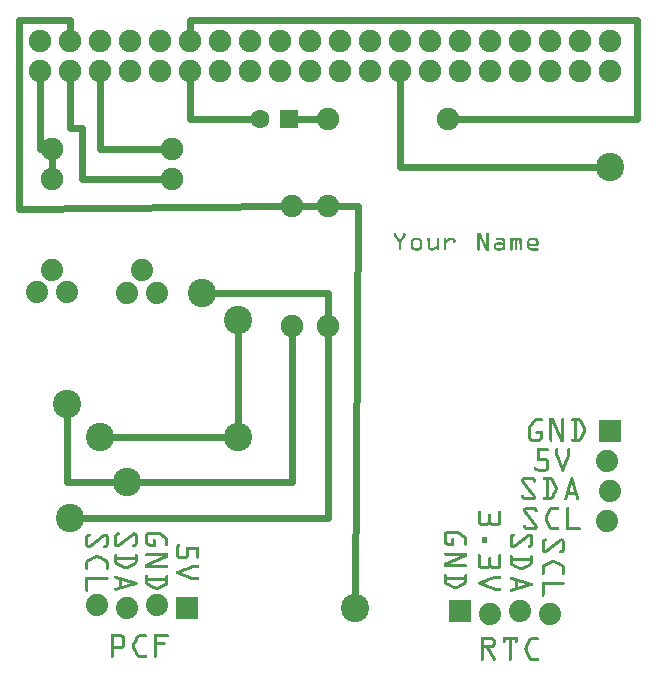
<source format=gtl>
G04 MADE WITH FRITZING*
G04 WWW.FRITZING.ORG*
G04 DOUBLE SIDED*
G04 HOLES PLATED*
G04 CONTOUR ON CENTER OF CONTOUR VECTOR*
%ASAXBY*%
%FSLAX23Y23*%
%MOIN*%
%OFA0B0*%
%SFA1.0B1.0*%
%ADD10C,0.094488*%
%ADD11C,0.075361*%
%ADD12C,0.062992*%
%ADD13C,0.075000*%
%ADD14C,0.074000*%
%ADD15R,0.062992X0.062992*%
%ADD16C,0.024000*%
%ADD17R,0.001000X0.001000*%
%LNCOPPER1*%
G90*
G70*
G54D10*
X2000Y1725D03*
X300Y825D03*
X640Y1305D03*
X190Y935D03*
X760Y825D03*
X760Y1215D03*
X390Y675D03*
X1150Y255D03*
X200Y555D03*
G54D11*
X100Y2045D03*
X200Y2045D03*
X300Y2045D03*
X400Y2045D03*
X500Y2045D03*
X600Y2045D03*
X700Y2045D03*
X800Y2045D03*
X900Y2045D03*
X1000Y2045D03*
X1100Y2045D03*
X1200Y2045D03*
X1300Y2045D03*
X1400Y2045D03*
X1500Y2045D03*
X1600Y2045D03*
X1700Y2045D03*
X1800Y2045D03*
X1900Y2045D03*
X2000Y2045D03*
X2000Y2145D03*
X1900Y2145D03*
X1800Y2145D03*
X1700Y2145D03*
X1600Y2145D03*
X1500Y2145D03*
X1400Y2145D03*
X1300Y2145D03*
X1200Y2145D03*
X1100Y2145D03*
X1000Y2145D03*
X900Y2145D03*
X800Y2145D03*
X700Y2145D03*
X600Y2145D03*
X500Y2145D03*
X400Y2145D03*
X300Y2145D03*
X200Y2145D03*
X100Y2145D03*
G54D12*
X930Y1885D03*
X832Y1885D03*
G54D13*
X1060Y1595D03*
X1060Y1195D03*
X940Y1595D03*
X940Y1195D03*
X140Y1685D03*
X540Y1685D03*
X140Y1785D03*
X540Y1785D03*
X1060Y1885D03*
X1460Y1885D03*
G54D14*
X2000Y845D03*
X1990Y745D03*
X2000Y645D03*
X1990Y545D03*
X2000Y845D03*
X1990Y745D03*
X2000Y645D03*
X1990Y545D03*
X590Y255D03*
X490Y265D03*
X390Y255D03*
X290Y265D03*
X590Y255D03*
X490Y265D03*
X390Y255D03*
X290Y265D03*
X1500Y245D03*
X1600Y235D03*
X1700Y245D03*
X1800Y235D03*
X1500Y245D03*
X1600Y235D03*
X1700Y245D03*
X1800Y235D03*
X390Y1305D03*
X440Y1380D03*
X490Y1305D03*
X390Y1305D03*
X440Y1380D03*
X490Y1305D03*
X89Y1307D03*
X139Y1382D03*
X189Y1307D03*
X89Y1307D03*
X139Y1382D03*
X189Y1307D03*
G54D15*
X930Y1885D03*
G54D16*
X760Y852D02*
X760Y1188D01*
D02*
X733Y825D02*
X327Y825D01*
D02*
X600Y2215D02*
X600Y2177D01*
D02*
X1300Y1725D02*
X1300Y2014D01*
D02*
X1973Y1725D02*
X1300Y1725D01*
D02*
X240Y1856D02*
X240Y1685D01*
D02*
X200Y1856D02*
X240Y1856D01*
D02*
X200Y2014D02*
X200Y1856D01*
D02*
X240Y1685D02*
X512Y1685D01*
D02*
X140Y1757D02*
X140Y1714D01*
D02*
X100Y1785D02*
X112Y1785D01*
D02*
X100Y2014D02*
X100Y1785D01*
D02*
X30Y1584D02*
X30Y2216D01*
D02*
X30Y2216D02*
X200Y2216D01*
D02*
X200Y2216D02*
X200Y2177D01*
D02*
X912Y1595D02*
X30Y1584D01*
D02*
X2088Y1885D02*
X2088Y2215D01*
D02*
X2088Y2215D02*
X600Y2215D01*
D02*
X1489Y1885D02*
X2088Y1885D01*
D02*
X1032Y1885D02*
X957Y1885D01*
D02*
X600Y1885D02*
X805Y1885D01*
D02*
X600Y2014D02*
X600Y1885D01*
D02*
X300Y2014D02*
X300Y1785D01*
D02*
X300Y1785D02*
X512Y1785D01*
D02*
X940Y675D02*
X940Y1167D01*
D02*
X417Y675D02*
X940Y675D01*
D02*
X190Y675D02*
X363Y675D01*
D02*
X190Y908D02*
X190Y675D01*
D02*
X1060Y1224D02*
X1060Y1305D01*
D02*
X1060Y1305D02*
X667Y1305D01*
D02*
X1032Y1595D02*
X969Y1595D01*
D02*
X1060Y555D02*
X1060Y1167D01*
D02*
X227Y555D02*
X1060Y555D01*
D02*
X1159Y1594D02*
X1089Y1595D01*
D02*
X1150Y282D02*
X1159Y1594D01*
G54D17*
X1282Y1505D02*
X1285Y1505D01*
X1313Y1505D02*
X1316Y1505D01*
X1557Y1505D02*
X1567Y1505D01*
X1590Y1505D02*
X1593Y1505D01*
X1281Y1504D02*
X1286Y1504D01*
X1312Y1504D02*
X1317Y1504D01*
X1557Y1504D02*
X1567Y1504D01*
X1589Y1504D02*
X1594Y1504D01*
X1281Y1503D02*
X1287Y1503D01*
X1311Y1503D02*
X1317Y1503D01*
X1557Y1503D02*
X1568Y1503D01*
X1588Y1503D02*
X1594Y1503D01*
X1281Y1502D02*
X1287Y1502D01*
X1311Y1502D02*
X1318Y1502D01*
X1557Y1502D02*
X1568Y1502D01*
X1588Y1502D02*
X1595Y1502D01*
X1281Y1501D02*
X1287Y1501D01*
X1311Y1501D02*
X1318Y1501D01*
X1557Y1501D02*
X1569Y1501D01*
X1588Y1501D02*
X1595Y1501D01*
X1281Y1500D02*
X1287Y1500D01*
X1311Y1500D02*
X1318Y1500D01*
X1557Y1500D02*
X1569Y1500D01*
X1588Y1500D02*
X1595Y1500D01*
X1281Y1499D02*
X1287Y1499D01*
X1311Y1499D02*
X1318Y1499D01*
X1557Y1499D02*
X1570Y1499D01*
X1588Y1499D02*
X1595Y1499D01*
X1281Y1498D02*
X1287Y1498D01*
X1311Y1498D02*
X1318Y1498D01*
X1557Y1498D02*
X1570Y1498D01*
X1588Y1498D02*
X1595Y1498D01*
X1281Y1497D02*
X1287Y1497D01*
X1311Y1497D02*
X1318Y1497D01*
X1557Y1497D02*
X1570Y1497D01*
X1588Y1497D02*
X1595Y1497D01*
X1281Y1496D02*
X1288Y1496D01*
X1310Y1496D02*
X1318Y1496D01*
X1557Y1496D02*
X1571Y1496D01*
X1588Y1496D02*
X1595Y1496D01*
X1281Y1495D02*
X1288Y1495D01*
X1310Y1495D02*
X1318Y1495D01*
X1557Y1495D02*
X1571Y1495D01*
X1588Y1495D02*
X1595Y1495D01*
X1281Y1494D02*
X1289Y1494D01*
X1309Y1494D02*
X1318Y1494D01*
X1557Y1494D02*
X1572Y1494D01*
X1588Y1494D02*
X1595Y1494D01*
X1281Y1493D02*
X1290Y1493D01*
X1308Y1493D02*
X1317Y1493D01*
X1557Y1493D02*
X1572Y1493D01*
X1588Y1493D02*
X1595Y1493D01*
X1282Y1492D02*
X1291Y1492D01*
X1307Y1492D02*
X1316Y1492D01*
X1557Y1492D02*
X1573Y1492D01*
X1588Y1492D02*
X1595Y1492D01*
X1283Y1491D02*
X1292Y1491D01*
X1307Y1491D02*
X1315Y1491D01*
X1557Y1491D02*
X1573Y1491D01*
X1588Y1491D02*
X1595Y1491D01*
X1284Y1490D02*
X1292Y1490D01*
X1306Y1490D02*
X1315Y1490D01*
X1557Y1490D02*
X1564Y1490D01*
X1566Y1490D02*
X1573Y1490D01*
X1588Y1490D02*
X1595Y1490D01*
X1284Y1489D02*
X1293Y1489D01*
X1305Y1489D02*
X1314Y1489D01*
X1347Y1489D02*
X1361Y1489D01*
X1394Y1489D02*
X1396Y1489D01*
X1424Y1489D02*
X1426Y1489D01*
X1449Y1489D02*
X1451Y1489D01*
X1464Y1489D02*
X1475Y1489D01*
X1557Y1489D02*
X1564Y1489D01*
X1566Y1489D02*
X1574Y1489D01*
X1588Y1489D02*
X1595Y1489D01*
X1623Y1489D02*
X1640Y1489D01*
X1670Y1489D02*
X1672Y1489D01*
X1679Y1489D02*
X1683Y1489D01*
X1695Y1489D02*
X1697Y1489D01*
X1735Y1489D02*
X1749Y1489D01*
X1285Y1488D02*
X1294Y1488D01*
X1304Y1488D02*
X1313Y1488D01*
X1345Y1488D02*
X1364Y1488D01*
X1392Y1488D02*
X1397Y1488D01*
X1423Y1488D02*
X1427Y1488D01*
X1448Y1488D02*
X1452Y1488D01*
X1463Y1488D02*
X1478Y1488D01*
X1557Y1488D02*
X1564Y1488D01*
X1567Y1488D02*
X1574Y1488D01*
X1588Y1488D02*
X1595Y1488D01*
X1621Y1488D02*
X1643Y1488D01*
X1669Y1488D02*
X1673Y1488D01*
X1677Y1488D02*
X1686Y1488D01*
X1692Y1488D02*
X1700Y1488D01*
X1732Y1488D02*
X1752Y1488D01*
X1286Y1487D02*
X1295Y1487D01*
X1303Y1487D02*
X1312Y1487D01*
X1343Y1487D02*
X1366Y1487D01*
X1392Y1487D02*
X1398Y1487D01*
X1422Y1487D02*
X1428Y1487D01*
X1447Y1487D02*
X1453Y1487D01*
X1461Y1487D02*
X1479Y1487D01*
X1557Y1487D02*
X1564Y1487D01*
X1567Y1487D02*
X1575Y1487D01*
X1588Y1487D02*
X1595Y1487D01*
X1621Y1487D02*
X1644Y1487D01*
X1668Y1487D02*
X1687Y1487D01*
X1691Y1487D02*
X1701Y1487D01*
X1731Y1487D02*
X1753Y1487D01*
X1287Y1486D02*
X1295Y1486D01*
X1303Y1486D02*
X1311Y1486D01*
X1342Y1486D02*
X1367Y1486D01*
X1391Y1486D02*
X1398Y1486D01*
X1422Y1486D02*
X1428Y1486D01*
X1447Y1486D02*
X1453Y1486D01*
X1460Y1486D02*
X1480Y1486D01*
X1557Y1486D02*
X1564Y1486D01*
X1568Y1486D02*
X1575Y1486D01*
X1588Y1486D02*
X1595Y1486D01*
X1620Y1486D02*
X1646Y1486D01*
X1668Y1486D02*
X1702Y1486D01*
X1730Y1486D02*
X1755Y1486D01*
X1287Y1485D02*
X1296Y1485D01*
X1302Y1485D02*
X1311Y1485D01*
X1341Y1485D02*
X1368Y1485D01*
X1391Y1485D02*
X1398Y1485D01*
X1422Y1485D02*
X1428Y1485D01*
X1447Y1485D02*
X1453Y1485D01*
X1459Y1485D02*
X1481Y1485D01*
X1557Y1485D02*
X1564Y1485D01*
X1568Y1485D02*
X1576Y1485D01*
X1588Y1485D02*
X1595Y1485D01*
X1620Y1485D02*
X1646Y1485D01*
X1668Y1485D02*
X1703Y1485D01*
X1729Y1485D02*
X1756Y1485D01*
X1288Y1484D02*
X1297Y1484D01*
X1301Y1484D02*
X1310Y1484D01*
X1340Y1484D02*
X1369Y1484D01*
X1391Y1484D02*
X1398Y1484D01*
X1422Y1484D02*
X1428Y1484D01*
X1447Y1484D02*
X1453Y1484D01*
X1458Y1484D02*
X1482Y1484D01*
X1557Y1484D02*
X1564Y1484D01*
X1569Y1484D02*
X1576Y1484D01*
X1588Y1484D02*
X1595Y1484D01*
X1621Y1484D02*
X1647Y1484D01*
X1668Y1484D02*
X1704Y1484D01*
X1727Y1484D02*
X1757Y1484D01*
X1289Y1483D02*
X1298Y1483D01*
X1300Y1483D02*
X1309Y1483D01*
X1339Y1483D02*
X1370Y1483D01*
X1391Y1483D02*
X1398Y1483D01*
X1422Y1483D02*
X1428Y1483D01*
X1447Y1483D02*
X1453Y1483D01*
X1457Y1483D02*
X1483Y1483D01*
X1557Y1483D02*
X1564Y1483D01*
X1569Y1483D02*
X1577Y1483D01*
X1588Y1483D02*
X1595Y1483D01*
X1621Y1483D02*
X1648Y1483D01*
X1668Y1483D02*
X1704Y1483D01*
X1726Y1483D02*
X1758Y1483D01*
X1290Y1482D02*
X1308Y1482D01*
X1338Y1482D02*
X1371Y1482D01*
X1391Y1482D02*
X1398Y1482D01*
X1422Y1482D02*
X1428Y1482D01*
X1447Y1482D02*
X1453Y1482D01*
X1456Y1482D02*
X1483Y1482D01*
X1557Y1482D02*
X1564Y1482D01*
X1569Y1482D02*
X1577Y1482D01*
X1588Y1482D02*
X1595Y1482D01*
X1623Y1482D02*
X1648Y1482D01*
X1668Y1482D02*
X1705Y1482D01*
X1726Y1482D02*
X1759Y1482D01*
X1291Y1481D02*
X1308Y1481D01*
X1337Y1481D02*
X1347Y1481D01*
X1362Y1481D02*
X1372Y1481D01*
X1391Y1481D02*
X1398Y1481D01*
X1422Y1481D02*
X1428Y1481D01*
X1447Y1481D02*
X1465Y1481D01*
X1475Y1481D02*
X1483Y1481D01*
X1557Y1481D02*
X1564Y1481D01*
X1570Y1481D02*
X1577Y1481D01*
X1588Y1481D02*
X1595Y1481D01*
X1641Y1481D02*
X1648Y1481D01*
X1668Y1481D02*
X1679Y1481D01*
X1683Y1481D02*
X1695Y1481D01*
X1698Y1481D02*
X1705Y1481D01*
X1725Y1481D02*
X1735Y1481D01*
X1750Y1481D02*
X1759Y1481D01*
X1291Y1480D02*
X1307Y1480D01*
X1337Y1480D02*
X1346Y1480D01*
X1363Y1480D02*
X1372Y1480D01*
X1391Y1480D02*
X1398Y1480D01*
X1422Y1480D02*
X1428Y1480D01*
X1447Y1480D02*
X1464Y1480D01*
X1476Y1480D02*
X1484Y1480D01*
X1557Y1480D02*
X1564Y1480D01*
X1570Y1480D02*
X1578Y1480D01*
X1588Y1480D02*
X1595Y1480D01*
X1641Y1480D02*
X1649Y1480D01*
X1668Y1480D02*
X1678Y1480D01*
X1683Y1480D02*
X1693Y1480D01*
X1698Y1480D02*
X1705Y1480D01*
X1725Y1480D02*
X1733Y1480D01*
X1751Y1480D02*
X1760Y1480D01*
X1292Y1479D02*
X1306Y1479D01*
X1337Y1479D02*
X1345Y1479D01*
X1364Y1479D02*
X1372Y1479D01*
X1391Y1479D02*
X1398Y1479D01*
X1422Y1479D02*
X1428Y1479D01*
X1447Y1479D02*
X1463Y1479D01*
X1477Y1479D02*
X1484Y1479D01*
X1557Y1479D02*
X1564Y1479D01*
X1571Y1479D02*
X1578Y1479D01*
X1588Y1479D02*
X1595Y1479D01*
X1642Y1479D02*
X1649Y1479D01*
X1668Y1479D02*
X1677Y1479D01*
X1683Y1479D02*
X1692Y1479D01*
X1698Y1479D02*
X1705Y1479D01*
X1724Y1479D02*
X1732Y1479D01*
X1752Y1479D02*
X1760Y1479D01*
X1293Y1478D02*
X1305Y1478D01*
X1336Y1478D02*
X1344Y1478D01*
X1365Y1478D02*
X1373Y1478D01*
X1392Y1478D02*
X1398Y1478D01*
X1422Y1478D02*
X1428Y1478D01*
X1447Y1478D02*
X1462Y1478D01*
X1477Y1478D02*
X1484Y1478D01*
X1557Y1478D02*
X1564Y1478D01*
X1571Y1478D02*
X1579Y1478D01*
X1588Y1478D02*
X1595Y1478D01*
X1642Y1478D02*
X1649Y1478D01*
X1668Y1478D02*
X1676Y1478D01*
X1683Y1478D02*
X1691Y1478D01*
X1698Y1478D02*
X1705Y1478D01*
X1724Y1478D02*
X1731Y1478D01*
X1753Y1478D02*
X1760Y1478D01*
X1294Y1477D02*
X1304Y1477D01*
X1336Y1477D02*
X1343Y1477D01*
X1366Y1477D02*
X1373Y1477D01*
X1392Y1477D02*
X1398Y1477D01*
X1422Y1477D02*
X1428Y1477D01*
X1447Y1477D02*
X1461Y1477D01*
X1477Y1477D02*
X1484Y1477D01*
X1557Y1477D02*
X1564Y1477D01*
X1572Y1477D02*
X1579Y1477D01*
X1588Y1477D02*
X1595Y1477D01*
X1642Y1477D02*
X1649Y1477D01*
X1668Y1477D02*
X1675Y1477D01*
X1683Y1477D02*
X1690Y1477D01*
X1698Y1477D02*
X1705Y1477D01*
X1724Y1477D02*
X1731Y1477D01*
X1754Y1477D02*
X1761Y1477D01*
X1294Y1476D02*
X1304Y1476D01*
X1336Y1476D02*
X1343Y1476D01*
X1366Y1476D02*
X1373Y1476D01*
X1392Y1476D02*
X1398Y1476D01*
X1422Y1476D02*
X1428Y1476D01*
X1447Y1476D02*
X1460Y1476D01*
X1477Y1476D02*
X1484Y1476D01*
X1557Y1476D02*
X1564Y1476D01*
X1572Y1476D02*
X1580Y1476D01*
X1588Y1476D02*
X1595Y1476D01*
X1642Y1476D02*
X1649Y1476D01*
X1668Y1476D02*
X1674Y1476D01*
X1683Y1476D02*
X1690Y1476D01*
X1698Y1476D02*
X1705Y1476D01*
X1724Y1476D02*
X1730Y1476D01*
X1754Y1476D02*
X1761Y1476D01*
X1295Y1475D02*
X1303Y1475D01*
X1336Y1475D02*
X1343Y1475D01*
X1366Y1475D02*
X1373Y1475D01*
X1392Y1475D02*
X1398Y1475D01*
X1422Y1475D02*
X1428Y1475D01*
X1447Y1475D02*
X1458Y1475D01*
X1477Y1475D02*
X1484Y1475D01*
X1557Y1475D02*
X1564Y1475D01*
X1573Y1475D02*
X1580Y1475D01*
X1588Y1475D02*
X1595Y1475D01*
X1642Y1475D02*
X1649Y1475D01*
X1668Y1475D02*
X1674Y1475D01*
X1683Y1475D02*
X1690Y1475D01*
X1698Y1475D02*
X1705Y1475D01*
X1724Y1475D02*
X1730Y1475D01*
X1754Y1475D02*
X1761Y1475D01*
X1296Y1474D02*
X1302Y1474D01*
X1336Y1474D02*
X1343Y1474D01*
X1366Y1474D02*
X1373Y1474D01*
X1392Y1474D02*
X1398Y1474D01*
X1422Y1474D02*
X1428Y1474D01*
X1447Y1474D02*
X1457Y1474D01*
X1478Y1474D02*
X1483Y1474D01*
X1557Y1474D02*
X1564Y1474D01*
X1573Y1474D02*
X1580Y1474D01*
X1588Y1474D02*
X1595Y1474D01*
X1642Y1474D02*
X1649Y1474D01*
X1668Y1474D02*
X1674Y1474D01*
X1683Y1474D02*
X1690Y1474D01*
X1698Y1474D02*
X1705Y1474D01*
X1724Y1474D02*
X1730Y1474D01*
X1754Y1474D02*
X1761Y1474D01*
X1296Y1473D02*
X1302Y1473D01*
X1336Y1473D02*
X1343Y1473D01*
X1366Y1473D02*
X1373Y1473D01*
X1392Y1473D02*
X1398Y1473D01*
X1422Y1473D02*
X1428Y1473D01*
X1447Y1473D02*
X1456Y1473D01*
X1478Y1473D02*
X1483Y1473D01*
X1557Y1473D02*
X1564Y1473D01*
X1573Y1473D02*
X1581Y1473D01*
X1588Y1473D02*
X1595Y1473D01*
X1623Y1473D02*
X1640Y1473D01*
X1642Y1473D02*
X1649Y1473D01*
X1668Y1473D02*
X1674Y1473D01*
X1683Y1473D02*
X1690Y1473D01*
X1698Y1473D02*
X1705Y1473D01*
X1724Y1473D02*
X1730Y1473D01*
X1754Y1473D02*
X1761Y1473D01*
X1296Y1472D02*
X1302Y1472D01*
X1336Y1472D02*
X1343Y1472D01*
X1366Y1472D02*
X1373Y1472D01*
X1392Y1472D02*
X1398Y1472D01*
X1422Y1472D02*
X1428Y1472D01*
X1447Y1472D02*
X1455Y1472D01*
X1480Y1472D02*
X1480Y1472D01*
X1557Y1472D02*
X1564Y1472D01*
X1574Y1472D02*
X1581Y1472D01*
X1588Y1472D02*
X1595Y1472D01*
X1619Y1472D02*
X1649Y1472D01*
X1668Y1472D02*
X1674Y1472D01*
X1683Y1472D02*
X1690Y1472D01*
X1698Y1472D02*
X1705Y1472D01*
X1724Y1472D02*
X1730Y1472D01*
X1754Y1472D02*
X1761Y1472D01*
X1296Y1471D02*
X1302Y1471D01*
X1336Y1471D02*
X1343Y1471D01*
X1366Y1471D02*
X1373Y1471D01*
X1392Y1471D02*
X1398Y1471D01*
X1422Y1471D02*
X1428Y1471D01*
X1447Y1471D02*
X1454Y1471D01*
X1557Y1471D02*
X1564Y1471D01*
X1574Y1471D02*
X1582Y1471D01*
X1588Y1471D02*
X1595Y1471D01*
X1618Y1471D02*
X1649Y1471D01*
X1668Y1471D02*
X1674Y1471D01*
X1683Y1471D02*
X1690Y1471D01*
X1698Y1471D02*
X1705Y1471D01*
X1724Y1471D02*
X1730Y1471D01*
X1754Y1471D02*
X1761Y1471D01*
X1296Y1470D02*
X1302Y1470D01*
X1336Y1470D02*
X1343Y1470D01*
X1366Y1470D02*
X1373Y1470D01*
X1392Y1470D02*
X1398Y1470D01*
X1422Y1470D02*
X1428Y1470D01*
X1447Y1470D02*
X1453Y1470D01*
X1557Y1470D02*
X1564Y1470D01*
X1575Y1470D02*
X1582Y1470D01*
X1588Y1470D02*
X1595Y1470D01*
X1616Y1470D02*
X1649Y1470D01*
X1668Y1470D02*
X1674Y1470D01*
X1683Y1470D02*
X1690Y1470D01*
X1698Y1470D02*
X1705Y1470D01*
X1724Y1470D02*
X1731Y1470D01*
X1754Y1470D02*
X1761Y1470D01*
X1296Y1469D02*
X1302Y1469D01*
X1336Y1469D02*
X1343Y1469D01*
X1366Y1469D02*
X1373Y1469D01*
X1392Y1469D02*
X1399Y1469D01*
X1422Y1469D02*
X1428Y1469D01*
X1447Y1469D02*
X1453Y1469D01*
X1557Y1469D02*
X1564Y1469D01*
X1575Y1469D02*
X1583Y1469D01*
X1588Y1469D02*
X1595Y1469D01*
X1616Y1469D02*
X1649Y1469D01*
X1668Y1469D02*
X1674Y1469D01*
X1683Y1469D02*
X1690Y1469D01*
X1698Y1469D02*
X1705Y1469D01*
X1724Y1469D02*
X1761Y1469D01*
X1296Y1468D02*
X1302Y1468D01*
X1336Y1468D02*
X1343Y1468D01*
X1366Y1468D02*
X1373Y1468D01*
X1392Y1468D02*
X1399Y1468D01*
X1422Y1468D02*
X1428Y1468D01*
X1447Y1468D02*
X1453Y1468D01*
X1557Y1468D02*
X1564Y1468D01*
X1576Y1468D02*
X1583Y1468D01*
X1588Y1468D02*
X1595Y1468D01*
X1615Y1468D02*
X1649Y1468D01*
X1668Y1468D02*
X1674Y1468D01*
X1683Y1468D02*
X1690Y1468D01*
X1698Y1468D02*
X1705Y1468D01*
X1724Y1468D02*
X1761Y1468D01*
X1296Y1467D02*
X1302Y1467D01*
X1336Y1467D02*
X1343Y1467D01*
X1366Y1467D02*
X1373Y1467D01*
X1392Y1467D02*
X1399Y1467D01*
X1422Y1467D02*
X1428Y1467D01*
X1447Y1467D02*
X1453Y1467D01*
X1557Y1467D02*
X1564Y1467D01*
X1576Y1467D02*
X1584Y1467D01*
X1588Y1467D02*
X1595Y1467D01*
X1614Y1467D02*
X1649Y1467D01*
X1668Y1467D02*
X1674Y1467D01*
X1683Y1467D02*
X1690Y1467D01*
X1699Y1467D02*
X1705Y1467D01*
X1724Y1467D02*
X1761Y1467D01*
X1296Y1466D02*
X1302Y1466D01*
X1336Y1466D02*
X1343Y1466D01*
X1366Y1466D02*
X1373Y1466D01*
X1392Y1466D02*
X1399Y1466D01*
X1422Y1466D02*
X1428Y1466D01*
X1447Y1466D02*
X1453Y1466D01*
X1557Y1466D02*
X1564Y1466D01*
X1576Y1466D02*
X1584Y1466D01*
X1588Y1466D02*
X1595Y1466D01*
X1614Y1466D02*
X1649Y1466D01*
X1668Y1466D02*
X1674Y1466D01*
X1683Y1466D02*
X1690Y1466D01*
X1699Y1466D02*
X1705Y1466D01*
X1724Y1466D02*
X1761Y1466D01*
X1296Y1465D02*
X1302Y1465D01*
X1336Y1465D02*
X1343Y1465D01*
X1366Y1465D02*
X1373Y1465D01*
X1392Y1465D02*
X1399Y1465D01*
X1422Y1465D02*
X1428Y1465D01*
X1447Y1465D02*
X1453Y1465D01*
X1557Y1465D02*
X1564Y1465D01*
X1577Y1465D02*
X1584Y1465D01*
X1588Y1465D02*
X1595Y1465D01*
X1613Y1465D02*
X1622Y1465D01*
X1640Y1465D02*
X1649Y1465D01*
X1668Y1465D02*
X1674Y1465D01*
X1683Y1465D02*
X1690Y1465D01*
X1699Y1465D02*
X1705Y1465D01*
X1724Y1465D02*
X1761Y1465D01*
X1296Y1464D02*
X1302Y1464D01*
X1336Y1464D02*
X1343Y1464D01*
X1366Y1464D02*
X1373Y1464D01*
X1392Y1464D02*
X1399Y1464D01*
X1422Y1464D02*
X1428Y1464D01*
X1447Y1464D02*
X1453Y1464D01*
X1557Y1464D02*
X1564Y1464D01*
X1577Y1464D02*
X1585Y1464D01*
X1588Y1464D02*
X1595Y1464D01*
X1613Y1464D02*
X1620Y1464D01*
X1642Y1464D02*
X1649Y1464D01*
X1668Y1464D02*
X1674Y1464D01*
X1683Y1464D02*
X1690Y1464D01*
X1699Y1464D02*
X1705Y1464D01*
X1724Y1464D02*
X1760Y1464D01*
X1296Y1463D02*
X1302Y1463D01*
X1336Y1463D02*
X1343Y1463D01*
X1366Y1463D02*
X1373Y1463D01*
X1392Y1463D02*
X1399Y1463D01*
X1422Y1463D02*
X1428Y1463D01*
X1447Y1463D02*
X1453Y1463D01*
X1557Y1463D02*
X1564Y1463D01*
X1578Y1463D02*
X1585Y1463D01*
X1588Y1463D02*
X1595Y1463D01*
X1613Y1463D02*
X1620Y1463D01*
X1642Y1463D02*
X1649Y1463D01*
X1668Y1463D02*
X1674Y1463D01*
X1683Y1463D02*
X1690Y1463D01*
X1699Y1463D02*
X1705Y1463D01*
X1724Y1463D02*
X1759Y1463D01*
X1296Y1462D02*
X1302Y1462D01*
X1336Y1462D02*
X1343Y1462D01*
X1366Y1462D02*
X1373Y1462D01*
X1392Y1462D02*
X1399Y1462D01*
X1422Y1462D02*
X1428Y1462D01*
X1447Y1462D02*
X1453Y1462D01*
X1557Y1462D02*
X1564Y1462D01*
X1578Y1462D02*
X1586Y1462D01*
X1588Y1462D02*
X1595Y1462D01*
X1613Y1462D02*
X1620Y1462D01*
X1643Y1462D02*
X1650Y1462D01*
X1668Y1462D02*
X1674Y1462D01*
X1683Y1462D02*
X1690Y1462D01*
X1699Y1462D02*
X1705Y1462D01*
X1724Y1462D02*
X1731Y1462D01*
X1296Y1461D02*
X1302Y1461D01*
X1336Y1461D02*
X1343Y1461D01*
X1366Y1461D02*
X1373Y1461D01*
X1392Y1461D02*
X1399Y1461D01*
X1421Y1461D02*
X1428Y1461D01*
X1447Y1461D02*
X1453Y1461D01*
X1557Y1461D02*
X1564Y1461D01*
X1579Y1461D02*
X1586Y1461D01*
X1588Y1461D02*
X1595Y1461D01*
X1613Y1461D02*
X1620Y1461D01*
X1643Y1461D02*
X1650Y1461D01*
X1668Y1461D02*
X1674Y1461D01*
X1683Y1461D02*
X1690Y1461D01*
X1699Y1461D02*
X1705Y1461D01*
X1724Y1461D02*
X1730Y1461D01*
X1296Y1460D02*
X1302Y1460D01*
X1336Y1460D02*
X1343Y1460D01*
X1366Y1460D02*
X1373Y1460D01*
X1392Y1460D02*
X1399Y1460D01*
X1419Y1460D02*
X1428Y1460D01*
X1447Y1460D02*
X1453Y1460D01*
X1557Y1460D02*
X1564Y1460D01*
X1579Y1460D02*
X1595Y1460D01*
X1613Y1460D02*
X1620Y1460D01*
X1643Y1460D02*
X1650Y1460D01*
X1668Y1460D02*
X1674Y1460D01*
X1683Y1460D02*
X1690Y1460D01*
X1699Y1460D02*
X1705Y1460D01*
X1724Y1460D02*
X1730Y1460D01*
X1296Y1459D02*
X1302Y1459D01*
X1336Y1459D02*
X1343Y1459D01*
X1366Y1459D02*
X1373Y1459D01*
X1392Y1459D02*
X1399Y1459D01*
X1418Y1459D02*
X1428Y1459D01*
X1447Y1459D02*
X1453Y1459D01*
X1557Y1459D02*
X1564Y1459D01*
X1580Y1459D02*
X1595Y1459D01*
X1613Y1459D02*
X1620Y1459D01*
X1643Y1459D02*
X1650Y1459D01*
X1668Y1459D02*
X1674Y1459D01*
X1683Y1459D02*
X1690Y1459D01*
X1699Y1459D02*
X1706Y1459D01*
X1724Y1459D02*
X1730Y1459D01*
X1296Y1458D02*
X1302Y1458D01*
X1336Y1458D02*
X1343Y1458D01*
X1366Y1458D02*
X1373Y1458D01*
X1392Y1458D02*
X1399Y1458D01*
X1416Y1458D02*
X1428Y1458D01*
X1447Y1458D02*
X1453Y1458D01*
X1557Y1458D02*
X1564Y1458D01*
X1580Y1458D02*
X1595Y1458D01*
X1613Y1458D02*
X1620Y1458D01*
X1642Y1458D02*
X1650Y1458D01*
X1668Y1458D02*
X1674Y1458D01*
X1683Y1458D02*
X1690Y1458D01*
X1699Y1458D02*
X1706Y1458D01*
X1724Y1458D02*
X1731Y1458D01*
X1296Y1457D02*
X1302Y1457D01*
X1336Y1457D02*
X1344Y1457D01*
X1365Y1457D02*
X1373Y1457D01*
X1392Y1457D02*
X1399Y1457D01*
X1415Y1457D02*
X1428Y1457D01*
X1447Y1457D02*
X1453Y1457D01*
X1557Y1457D02*
X1564Y1457D01*
X1580Y1457D02*
X1595Y1457D01*
X1613Y1457D02*
X1620Y1457D01*
X1640Y1457D02*
X1650Y1457D01*
X1668Y1457D02*
X1674Y1457D01*
X1683Y1457D02*
X1690Y1457D01*
X1699Y1457D02*
X1706Y1457D01*
X1724Y1457D02*
X1731Y1457D01*
X1296Y1456D02*
X1302Y1456D01*
X1337Y1456D02*
X1345Y1456D01*
X1364Y1456D02*
X1372Y1456D01*
X1392Y1456D02*
X1399Y1456D01*
X1413Y1456D02*
X1428Y1456D01*
X1447Y1456D02*
X1453Y1456D01*
X1557Y1456D02*
X1564Y1456D01*
X1581Y1456D02*
X1595Y1456D01*
X1613Y1456D02*
X1620Y1456D01*
X1639Y1456D02*
X1650Y1456D01*
X1668Y1456D02*
X1674Y1456D01*
X1683Y1456D02*
X1690Y1456D01*
X1699Y1456D02*
X1706Y1456D01*
X1724Y1456D02*
X1732Y1456D01*
X1296Y1455D02*
X1302Y1455D01*
X1337Y1455D02*
X1346Y1455D01*
X1363Y1455D02*
X1372Y1455D01*
X1392Y1455D02*
X1400Y1455D01*
X1411Y1455D02*
X1428Y1455D01*
X1447Y1455D02*
X1453Y1455D01*
X1557Y1455D02*
X1564Y1455D01*
X1581Y1455D02*
X1595Y1455D01*
X1613Y1455D02*
X1620Y1455D01*
X1637Y1455D02*
X1650Y1455D01*
X1668Y1455D02*
X1674Y1455D01*
X1683Y1455D02*
X1690Y1455D01*
X1699Y1455D02*
X1706Y1455D01*
X1724Y1455D02*
X1734Y1455D01*
X1296Y1454D02*
X1302Y1454D01*
X1337Y1454D02*
X1348Y1454D01*
X1361Y1454D02*
X1371Y1454D01*
X1393Y1454D02*
X1401Y1454D01*
X1410Y1454D02*
X1428Y1454D01*
X1447Y1454D02*
X1453Y1454D01*
X1557Y1454D02*
X1564Y1454D01*
X1582Y1454D02*
X1595Y1454D01*
X1613Y1454D02*
X1622Y1454D01*
X1635Y1454D02*
X1650Y1454D01*
X1668Y1454D02*
X1674Y1454D01*
X1683Y1454D02*
X1690Y1454D01*
X1699Y1454D02*
X1706Y1454D01*
X1725Y1454D02*
X1735Y1454D01*
X1296Y1453D02*
X1302Y1453D01*
X1338Y1453D02*
X1371Y1453D01*
X1393Y1453D02*
X1428Y1453D01*
X1447Y1453D02*
X1453Y1453D01*
X1557Y1453D02*
X1564Y1453D01*
X1582Y1453D02*
X1595Y1453D01*
X1614Y1453D02*
X1650Y1453D01*
X1668Y1453D02*
X1674Y1453D01*
X1683Y1453D02*
X1690Y1453D01*
X1699Y1453D02*
X1706Y1453D01*
X1726Y1453D02*
X1759Y1453D01*
X1296Y1452D02*
X1302Y1452D01*
X1339Y1452D02*
X1370Y1452D01*
X1394Y1452D02*
X1428Y1452D01*
X1447Y1452D02*
X1453Y1452D01*
X1557Y1452D02*
X1564Y1452D01*
X1583Y1452D02*
X1595Y1452D01*
X1614Y1452D02*
X1650Y1452D01*
X1668Y1452D02*
X1674Y1452D01*
X1683Y1452D02*
X1690Y1452D01*
X1699Y1452D02*
X1706Y1452D01*
X1727Y1452D02*
X1760Y1452D01*
X1296Y1451D02*
X1302Y1451D01*
X1340Y1451D02*
X1369Y1451D01*
X1394Y1451D02*
X1418Y1451D01*
X1422Y1451D02*
X1428Y1451D01*
X1447Y1451D02*
X1453Y1451D01*
X1557Y1451D02*
X1564Y1451D01*
X1583Y1451D02*
X1595Y1451D01*
X1615Y1451D02*
X1650Y1451D01*
X1668Y1451D02*
X1674Y1451D01*
X1683Y1451D02*
X1690Y1451D01*
X1699Y1451D02*
X1706Y1451D01*
X1728Y1451D02*
X1760Y1451D01*
X1296Y1450D02*
X1302Y1450D01*
X1341Y1450D02*
X1368Y1450D01*
X1395Y1450D02*
X1417Y1450D01*
X1422Y1450D02*
X1428Y1450D01*
X1447Y1450D02*
X1453Y1450D01*
X1557Y1450D02*
X1564Y1450D01*
X1583Y1450D02*
X1595Y1450D01*
X1616Y1450D02*
X1650Y1450D01*
X1668Y1450D02*
X1674Y1450D01*
X1683Y1450D02*
X1690Y1450D01*
X1699Y1450D02*
X1706Y1450D01*
X1729Y1450D02*
X1761Y1450D01*
X1296Y1449D02*
X1302Y1449D01*
X1342Y1449D02*
X1367Y1449D01*
X1396Y1449D02*
X1415Y1449D01*
X1422Y1449D02*
X1428Y1449D01*
X1447Y1449D02*
X1453Y1449D01*
X1558Y1449D02*
X1564Y1449D01*
X1584Y1449D02*
X1595Y1449D01*
X1616Y1449D02*
X1641Y1449D01*
X1643Y1449D02*
X1650Y1449D01*
X1668Y1449D02*
X1674Y1449D01*
X1683Y1449D02*
X1690Y1449D01*
X1699Y1449D02*
X1706Y1449D01*
X1730Y1449D02*
X1761Y1449D01*
X1296Y1448D02*
X1302Y1448D01*
X1344Y1448D02*
X1365Y1448D01*
X1397Y1448D02*
X1414Y1448D01*
X1422Y1448D02*
X1428Y1448D01*
X1447Y1448D02*
X1453Y1448D01*
X1558Y1448D02*
X1564Y1448D01*
X1584Y1448D02*
X1595Y1448D01*
X1618Y1448D02*
X1639Y1448D01*
X1644Y1448D02*
X1649Y1448D01*
X1668Y1448D02*
X1674Y1448D01*
X1684Y1448D02*
X1690Y1448D01*
X1700Y1448D02*
X1705Y1448D01*
X1731Y1448D02*
X1760Y1448D01*
X1297Y1447D02*
X1301Y1447D01*
X1345Y1447D02*
X1364Y1447D01*
X1399Y1447D02*
X1412Y1447D01*
X1423Y1447D02*
X1427Y1447D01*
X1448Y1447D02*
X1452Y1447D01*
X1559Y1447D02*
X1563Y1447D01*
X1585Y1447D02*
X1595Y1447D01*
X1619Y1447D02*
X1638Y1447D01*
X1644Y1447D02*
X1649Y1447D01*
X1669Y1447D02*
X1673Y1447D01*
X1685Y1447D02*
X1689Y1447D01*
X1700Y1447D02*
X1705Y1447D01*
X1733Y1447D02*
X1759Y1447D01*
X1299Y1446D02*
X1299Y1446D01*
X1349Y1446D02*
X1361Y1446D01*
X1402Y1446D02*
X1409Y1446D01*
X1425Y1446D02*
X1425Y1446D01*
X1450Y1446D02*
X1450Y1446D01*
X1560Y1446D02*
X1561Y1446D01*
X1585Y1446D02*
X1594Y1446D01*
X1622Y1446D02*
X1636Y1446D01*
X1646Y1446D02*
X1647Y1446D01*
X1671Y1446D02*
X1671Y1446D01*
X1686Y1446D02*
X1687Y1446D01*
X1702Y1446D02*
X1703Y1446D01*
X1736Y1446D02*
X1758Y1446D01*
X1754Y887D02*
X1771Y887D01*
X1799Y887D02*
X1811Y887D01*
X1842Y887D02*
X1843Y887D01*
X1875Y887D02*
X1896Y887D01*
X1750Y886D02*
X1773Y886D01*
X1798Y886D02*
X1811Y886D01*
X1840Y886D02*
X1845Y886D01*
X1872Y886D02*
X1899Y886D01*
X1748Y885D02*
X1774Y885D01*
X1798Y885D02*
X1812Y885D01*
X1839Y885D02*
X1846Y885D01*
X1872Y885D02*
X1901Y885D01*
X1746Y884D02*
X1774Y884D01*
X1798Y884D02*
X1812Y884D01*
X1838Y884D02*
X1847Y884D01*
X1871Y884D02*
X1902Y884D01*
X1745Y883D02*
X1775Y883D01*
X1798Y883D02*
X1812Y883D01*
X1838Y883D02*
X1847Y883D01*
X1871Y883D02*
X1903Y883D01*
X1744Y882D02*
X1775Y882D01*
X1798Y882D02*
X1813Y882D01*
X1838Y882D02*
X1847Y882D01*
X1871Y882D02*
X1904Y882D01*
X1963Y882D02*
X2036Y882D01*
X1744Y881D02*
X1775Y881D01*
X1798Y881D02*
X1813Y881D01*
X1838Y881D02*
X1847Y881D01*
X1871Y881D02*
X1905Y881D01*
X1963Y881D02*
X2036Y881D01*
X1743Y880D02*
X1774Y880D01*
X1798Y880D02*
X1814Y880D01*
X1838Y880D02*
X1847Y880D01*
X1871Y880D02*
X1906Y880D01*
X1963Y880D02*
X2036Y880D01*
X1742Y879D02*
X1774Y879D01*
X1798Y879D02*
X1814Y879D01*
X1838Y879D02*
X1847Y879D01*
X1872Y879D02*
X1907Y879D01*
X1963Y879D02*
X2036Y879D01*
X1741Y878D02*
X1772Y878D01*
X1798Y878D02*
X1815Y878D01*
X1838Y878D02*
X1847Y878D01*
X1873Y878D02*
X1907Y878D01*
X1963Y878D02*
X2036Y878D01*
X1740Y877D02*
X1754Y877D01*
X1798Y877D02*
X1815Y877D01*
X1838Y877D02*
X1847Y877D01*
X1880Y877D02*
X1890Y877D01*
X1895Y877D02*
X1908Y877D01*
X1963Y877D02*
X2036Y877D01*
X1740Y876D02*
X1752Y876D01*
X1798Y876D02*
X1816Y876D01*
X1838Y876D02*
X1847Y876D01*
X1880Y876D02*
X1890Y876D01*
X1897Y876D02*
X1908Y876D01*
X1963Y876D02*
X2036Y876D01*
X1739Y875D02*
X1751Y875D01*
X1798Y875D02*
X1816Y875D01*
X1838Y875D02*
X1847Y875D01*
X1880Y875D02*
X1890Y875D01*
X1898Y875D02*
X1909Y875D01*
X1963Y875D02*
X2036Y875D01*
X1738Y874D02*
X1750Y874D01*
X1798Y874D02*
X1816Y874D01*
X1838Y874D02*
X1847Y874D01*
X1880Y874D02*
X1890Y874D01*
X1899Y874D02*
X1909Y874D01*
X1963Y874D02*
X2036Y874D01*
X1737Y873D02*
X1749Y873D01*
X1798Y873D02*
X1817Y873D01*
X1838Y873D02*
X1847Y873D01*
X1880Y873D02*
X1890Y873D01*
X1899Y873D02*
X1910Y873D01*
X1963Y873D02*
X2036Y873D01*
X1737Y872D02*
X1748Y872D01*
X1798Y872D02*
X1817Y872D01*
X1838Y872D02*
X1847Y872D01*
X1880Y872D02*
X1890Y872D01*
X1900Y872D02*
X1910Y872D01*
X1963Y872D02*
X2036Y872D01*
X1736Y871D02*
X1748Y871D01*
X1798Y871D02*
X1818Y871D01*
X1838Y871D02*
X1847Y871D01*
X1880Y871D02*
X1890Y871D01*
X1900Y871D02*
X1911Y871D01*
X1963Y871D02*
X2036Y871D01*
X1735Y870D02*
X1747Y870D01*
X1798Y870D02*
X1818Y870D01*
X1838Y870D02*
X1847Y870D01*
X1880Y870D02*
X1890Y870D01*
X1901Y870D02*
X1911Y870D01*
X1963Y870D02*
X2036Y870D01*
X1734Y869D02*
X1746Y869D01*
X1798Y869D02*
X1819Y869D01*
X1838Y869D02*
X1847Y869D01*
X1880Y869D02*
X1890Y869D01*
X1901Y869D02*
X1912Y869D01*
X1963Y869D02*
X2036Y869D01*
X1733Y868D02*
X1745Y868D01*
X1798Y868D02*
X1819Y868D01*
X1838Y868D02*
X1847Y868D01*
X1880Y868D02*
X1890Y868D01*
X1902Y868D02*
X1912Y868D01*
X1963Y868D02*
X2036Y868D01*
X1733Y867D02*
X1744Y867D01*
X1798Y867D02*
X1807Y867D01*
X1809Y867D02*
X1819Y867D01*
X1838Y867D02*
X1847Y867D01*
X1880Y867D02*
X1890Y867D01*
X1902Y867D02*
X1913Y867D01*
X1963Y867D02*
X2036Y867D01*
X1732Y866D02*
X1744Y866D01*
X1798Y866D02*
X1807Y866D01*
X1810Y866D02*
X1820Y866D01*
X1838Y866D02*
X1847Y866D01*
X1880Y866D02*
X1890Y866D01*
X1903Y866D02*
X1913Y866D01*
X1963Y866D02*
X2036Y866D01*
X1731Y865D02*
X1743Y865D01*
X1798Y865D02*
X1807Y865D01*
X1810Y865D02*
X1820Y865D01*
X1838Y865D02*
X1847Y865D01*
X1880Y865D02*
X1890Y865D01*
X1903Y865D02*
X1914Y865D01*
X1963Y865D02*
X1994Y865D01*
X2005Y865D02*
X2036Y865D01*
X1730Y864D02*
X1742Y864D01*
X1798Y864D02*
X1807Y864D01*
X1811Y864D02*
X1821Y864D01*
X1838Y864D02*
X1847Y864D01*
X1880Y864D02*
X1890Y864D01*
X1904Y864D02*
X1914Y864D01*
X1963Y864D02*
X1991Y864D01*
X2008Y864D02*
X2036Y864D01*
X1730Y863D02*
X1741Y863D01*
X1798Y863D02*
X1807Y863D01*
X1811Y863D02*
X1821Y863D01*
X1838Y863D02*
X1847Y863D01*
X1880Y863D02*
X1890Y863D01*
X1904Y863D02*
X1915Y863D01*
X1963Y863D02*
X1989Y863D01*
X2010Y863D02*
X2036Y863D01*
X1729Y862D02*
X1741Y862D01*
X1798Y862D02*
X1807Y862D01*
X1812Y862D02*
X1822Y862D01*
X1838Y862D02*
X1847Y862D01*
X1880Y862D02*
X1890Y862D01*
X1905Y862D02*
X1915Y862D01*
X1963Y862D02*
X1987Y862D01*
X2011Y862D02*
X2036Y862D01*
X1728Y861D02*
X1740Y861D01*
X1798Y861D02*
X1807Y861D01*
X1812Y861D02*
X1822Y861D01*
X1838Y861D02*
X1847Y861D01*
X1880Y861D02*
X1890Y861D01*
X1905Y861D02*
X1916Y861D01*
X1963Y861D02*
X1986Y861D01*
X2013Y861D02*
X2036Y861D01*
X1728Y860D02*
X1739Y860D01*
X1798Y860D02*
X1807Y860D01*
X1812Y860D02*
X1823Y860D01*
X1838Y860D02*
X1847Y860D01*
X1880Y860D02*
X1890Y860D01*
X1906Y860D02*
X1916Y860D01*
X1963Y860D02*
X1985Y860D01*
X2014Y860D02*
X2036Y860D01*
X1727Y859D02*
X1738Y859D01*
X1798Y859D02*
X1807Y859D01*
X1813Y859D02*
X1823Y859D01*
X1838Y859D02*
X1847Y859D01*
X1880Y859D02*
X1890Y859D01*
X1906Y859D02*
X1917Y859D01*
X1963Y859D02*
X1984Y859D01*
X2015Y859D02*
X2036Y859D01*
X1727Y858D02*
X1737Y858D01*
X1798Y858D02*
X1807Y858D01*
X1813Y858D02*
X1823Y858D01*
X1838Y858D02*
X1847Y858D01*
X1880Y858D02*
X1890Y858D01*
X1907Y858D02*
X1917Y858D01*
X1963Y858D02*
X1983Y858D01*
X2015Y858D02*
X2036Y858D01*
X1727Y857D02*
X1737Y857D01*
X1798Y857D02*
X1807Y857D01*
X1814Y857D02*
X1824Y857D01*
X1838Y857D02*
X1847Y857D01*
X1880Y857D02*
X1890Y857D01*
X1907Y857D02*
X1918Y857D01*
X1963Y857D02*
X1982Y857D01*
X2016Y857D02*
X2036Y857D01*
X1727Y856D02*
X1736Y856D01*
X1798Y856D02*
X1807Y856D01*
X1814Y856D02*
X1824Y856D01*
X1838Y856D02*
X1847Y856D01*
X1880Y856D02*
X1890Y856D01*
X1908Y856D02*
X1918Y856D01*
X1963Y856D02*
X1982Y856D01*
X2017Y856D02*
X2036Y856D01*
X1726Y855D02*
X1736Y855D01*
X1798Y855D02*
X1807Y855D01*
X1815Y855D02*
X1825Y855D01*
X1838Y855D02*
X1847Y855D01*
X1880Y855D02*
X1890Y855D01*
X1908Y855D02*
X1918Y855D01*
X1963Y855D02*
X1981Y855D01*
X2017Y855D02*
X2036Y855D01*
X1726Y854D02*
X1735Y854D01*
X1798Y854D02*
X1807Y854D01*
X1815Y854D02*
X1825Y854D01*
X1838Y854D02*
X1847Y854D01*
X1880Y854D02*
X1890Y854D01*
X1909Y854D02*
X1919Y854D01*
X1963Y854D02*
X1981Y854D01*
X2018Y854D02*
X2036Y854D01*
X1726Y853D02*
X1735Y853D01*
X1798Y853D02*
X1807Y853D01*
X1816Y853D02*
X1826Y853D01*
X1838Y853D02*
X1847Y853D01*
X1880Y853D02*
X1890Y853D01*
X1909Y853D02*
X1919Y853D01*
X1963Y853D02*
X1980Y853D01*
X2018Y853D02*
X2036Y853D01*
X1726Y852D02*
X1735Y852D01*
X1798Y852D02*
X1807Y852D01*
X1816Y852D02*
X1826Y852D01*
X1838Y852D02*
X1847Y852D01*
X1880Y852D02*
X1890Y852D01*
X1910Y852D02*
X1919Y852D01*
X1963Y852D02*
X1980Y852D01*
X2019Y852D02*
X2036Y852D01*
X1726Y851D02*
X1735Y851D01*
X1798Y851D02*
X1807Y851D01*
X1816Y851D02*
X1826Y851D01*
X1838Y851D02*
X1847Y851D01*
X1880Y851D02*
X1890Y851D01*
X1910Y851D02*
X1919Y851D01*
X1963Y851D02*
X1980Y851D01*
X2019Y851D02*
X2036Y851D01*
X1726Y850D02*
X1735Y850D01*
X1798Y850D02*
X1807Y850D01*
X1817Y850D02*
X1827Y850D01*
X1838Y850D02*
X1847Y850D01*
X1880Y850D02*
X1890Y850D01*
X1910Y850D02*
X1919Y850D01*
X1963Y850D02*
X1979Y850D01*
X2019Y850D02*
X2036Y850D01*
X1726Y849D02*
X1735Y849D01*
X1798Y849D02*
X1807Y849D01*
X1817Y849D02*
X1827Y849D01*
X1838Y849D02*
X1847Y849D01*
X1880Y849D02*
X1890Y849D01*
X1910Y849D02*
X1919Y849D01*
X1963Y849D02*
X1979Y849D01*
X2020Y849D02*
X2036Y849D01*
X1726Y848D02*
X1735Y848D01*
X1798Y848D02*
X1807Y848D01*
X1818Y848D02*
X1828Y848D01*
X1838Y848D02*
X1847Y848D01*
X1880Y848D02*
X1890Y848D01*
X1910Y848D02*
X1919Y848D01*
X1963Y848D02*
X1979Y848D01*
X2020Y848D02*
X2036Y848D01*
X1726Y847D02*
X1735Y847D01*
X1798Y847D02*
X1807Y847D01*
X1818Y847D02*
X1828Y847D01*
X1838Y847D02*
X1847Y847D01*
X1880Y847D02*
X1890Y847D01*
X1910Y847D02*
X1919Y847D01*
X1963Y847D02*
X1979Y847D01*
X2020Y847D02*
X2036Y847D01*
X1726Y846D02*
X1735Y846D01*
X1798Y846D02*
X1807Y846D01*
X1819Y846D02*
X1829Y846D01*
X1838Y846D02*
X1847Y846D01*
X1880Y846D02*
X1890Y846D01*
X1910Y846D02*
X1919Y846D01*
X1963Y846D02*
X1979Y846D01*
X2020Y846D02*
X2036Y846D01*
X1726Y845D02*
X1735Y845D01*
X1798Y845D02*
X1807Y845D01*
X1819Y845D02*
X1829Y845D01*
X1838Y845D02*
X1847Y845D01*
X1880Y845D02*
X1890Y845D01*
X1910Y845D02*
X1919Y845D01*
X1963Y845D02*
X1979Y845D01*
X2020Y845D02*
X2036Y845D01*
X1726Y844D02*
X1735Y844D01*
X1753Y844D02*
X1775Y844D01*
X1798Y844D02*
X1807Y844D01*
X1819Y844D02*
X1830Y844D01*
X1838Y844D02*
X1847Y844D01*
X1880Y844D02*
X1890Y844D01*
X1909Y844D02*
X1919Y844D01*
X1963Y844D02*
X1979Y844D01*
X2020Y844D02*
X2036Y844D01*
X1726Y843D02*
X1735Y843D01*
X1752Y843D02*
X1775Y843D01*
X1798Y843D02*
X1807Y843D01*
X1820Y843D02*
X1830Y843D01*
X1838Y843D02*
X1847Y843D01*
X1880Y843D02*
X1890Y843D01*
X1909Y843D02*
X1919Y843D01*
X1963Y843D02*
X1979Y843D01*
X2020Y843D02*
X2036Y843D01*
X1726Y842D02*
X1735Y842D01*
X1751Y842D02*
X1775Y842D01*
X1798Y842D02*
X1807Y842D01*
X1820Y842D02*
X1830Y842D01*
X1838Y842D02*
X1847Y842D01*
X1880Y842D02*
X1890Y842D01*
X1909Y842D02*
X1918Y842D01*
X1963Y842D02*
X1979Y842D01*
X2020Y842D02*
X2036Y842D01*
X1726Y841D02*
X1735Y841D01*
X1751Y841D02*
X1775Y841D01*
X1798Y841D02*
X1807Y841D01*
X1821Y841D02*
X1831Y841D01*
X1838Y841D02*
X1847Y841D01*
X1880Y841D02*
X1890Y841D01*
X1908Y841D02*
X1918Y841D01*
X1963Y841D02*
X1979Y841D01*
X2019Y841D02*
X2036Y841D01*
X1726Y840D02*
X1735Y840D01*
X1751Y840D02*
X1775Y840D01*
X1798Y840D02*
X1807Y840D01*
X1821Y840D02*
X1831Y840D01*
X1838Y840D02*
X1847Y840D01*
X1880Y840D02*
X1890Y840D01*
X1908Y840D02*
X1918Y840D01*
X1963Y840D02*
X1980Y840D01*
X2019Y840D02*
X2036Y840D01*
X1726Y839D02*
X1735Y839D01*
X1751Y839D02*
X1775Y839D01*
X1798Y839D02*
X1807Y839D01*
X1822Y839D02*
X1832Y839D01*
X1838Y839D02*
X1847Y839D01*
X1880Y839D02*
X1890Y839D01*
X1907Y839D02*
X1917Y839D01*
X1963Y839D02*
X1980Y839D01*
X2019Y839D02*
X2036Y839D01*
X1726Y838D02*
X1735Y838D01*
X1751Y838D02*
X1775Y838D01*
X1798Y838D02*
X1807Y838D01*
X1822Y838D02*
X1832Y838D01*
X1838Y838D02*
X1847Y838D01*
X1880Y838D02*
X1890Y838D01*
X1907Y838D02*
X1917Y838D01*
X1963Y838D02*
X1980Y838D01*
X2018Y838D02*
X2036Y838D01*
X1726Y837D02*
X1735Y837D01*
X1752Y837D02*
X1775Y837D01*
X1798Y837D02*
X1807Y837D01*
X1823Y837D02*
X1833Y837D01*
X1838Y837D02*
X1847Y837D01*
X1880Y837D02*
X1890Y837D01*
X1906Y837D02*
X1916Y837D01*
X1963Y837D02*
X1981Y837D01*
X2018Y837D02*
X2036Y837D01*
X1726Y836D02*
X1735Y836D01*
X1753Y836D02*
X1775Y836D01*
X1798Y836D02*
X1807Y836D01*
X1823Y836D02*
X1833Y836D01*
X1838Y836D02*
X1847Y836D01*
X1880Y836D02*
X1890Y836D01*
X1906Y836D02*
X1916Y836D01*
X1963Y836D02*
X1981Y836D01*
X2017Y836D02*
X2036Y836D01*
X1726Y835D02*
X1735Y835D01*
X1754Y835D02*
X1775Y835D01*
X1798Y835D02*
X1807Y835D01*
X1823Y835D02*
X1833Y835D01*
X1838Y835D02*
X1847Y835D01*
X1880Y835D02*
X1890Y835D01*
X1905Y835D02*
X1915Y835D01*
X1963Y835D02*
X1982Y835D01*
X2017Y835D02*
X2036Y835D01*
X1726Y834D02*
X1735Y834D01*
X1766Y834D02*
X1775Y834D01*
X1798Y834D02*
X1807Y834D01*
X1824Y834D02*
X1834Y834D01*
X1838Y834D02*
X1847Y834D01*
X1880Y834D02*
X1890Y834D01*
X1905Y834D02*
X1915Y834D01*
X1963Y834D02*
X1983Y834D01*
X2016Y834D02*
X2036Y834D01*
X1726Y833D02*
X1735Y833D01*
X1766Y833D02*
X1775Y833D01*
X1798Y833D02*
X1807Y833D01*
X1824Y833D02*
X1834Y833D01*
X1838Y833D02*
X1847Y833D01*
X1880Y833D02*
X1890Y833D01*
X1904Y833D02*
X1914Y833D01*
X1963Y833D02*
X1984Y833D01*
X2015Y833D02*
X2036Y833D01*
X1726Y832D02*
X1735Y832D01*
X1766Y832D02*
X1775Y832D01*
X1798Y832D02*
X1807Y832D01*
X1825Y832D02*
X1835Y832D01*
X1838Y832D02*
X1847Y832D01*
X1880Y832D02*
X1890Y832D01*
X1904Y832D02*
X1914Y832D01*
X1963Y832D02*
X1984Y832D01*
X2014Y832D02*
X2036Y832D01*
X1726Y831D02*
X1735Y831D01*
X1766Y831D02*
X1775Y831D01*
X1798Y831D02*
X1807Y831D01*
X1825Y831D02*
X1835Y831D01*
X1838Y831D02*
X1847Y831D01*
X1880Y831D02*
X1890Y831D01*
X1903Y831D02*
X1913Y831D01*
X1963Y831D02*
X1985Y831D01*
X2013Y831D02*
X2036Y831D01*
X1726Y830D02*
X1735Y830D01*
X1766Y830D02*
X1775Y830D01*
X1798Y830D02*
X1807Y830D01*
X1826Y830D02*
X1836Y830D01*
X1838Y830D02*
X1847Y830D01*
X1880Y830D02*
X1890Y830D01*
X1903Y830D02*
X1913Y830D01*
X1963Y830D02*
X1987Y830D01*
X2012Y830D02*
X2036Y830D01*
X1726Y829D02*
X1735Y829D01*
X1766Y829D02*
X1775Y829D01*
X1798Y829D02*
X1807Y829D01*
X1826Y829D02*
X1836Y829D01*
X1838Y829D02*
X1847Y829D01*
X1880Y829D02*
X1890Y829D01*
X1902Y829D02*
X1912Y829D01*
X1963Y829D02*
X1988Y829D01*
X2011Y829D02*
X2036Y829D01*
X1726Y828D02*
X1735Y828D01*
X1766Y828D02*
X1775Y828D01*
X1798Y828D02*
X1807Y828D01*
X1826Y828D02*
X1847Y828D01*
X1880Y828D02*
X1890Y828D01*
X1902Y828D02*
X1912Y828D01*
X1963Y828D02*
X1990Y828D01*
X2009Y828D02*
X2036Y828D01*
X1726Y827D02*
X1735Y827D01*
X1766Y827D02*
X1775Y827D01*
X1798Y827D02*
X1807Y827D01*
X1827Y827D02*
X1847Y827D01*
X1880Y827D02*
X1890Y827D01*
X1901Y827D02*
X1911Y827D01*
X1963Y827D02*
X1992Y827D01*
X2007Y827D02*
X2036Y827D01*
X1726Y826D02*
X1735Y826D01*
X1766Y826D02*
X1775Y826D01*
X1798Y826D02*
X1807Y826D01*
X1827Y826D02*
X1847Y826D01*
X1880Y826D02*
X1890Y826D01*
X1901Y826D02*
X1911Y826D01*
X1963Y826D02*
X1995Y826D01*
X2004Y826D02*
X2036Y826D01*
X1726Y825D02*
X1735Y825D01*
X1766Y825D02*
X1775Y825D01*
X1798Y825D02*
X1807Y825D01*
X1828Y825D02*
X1847Y825D01*
X1880Y825D02*
X1890Y825D01*
X1900Y825D02*
X1910Y825D01*
X1963Y825D02*
X2036Y825D01*
X1726Y824D02*
X1735Y824D01*
X1766Y824D02*
X1775Y824D01*
X1798Y824D02*
X1807Y824D01*
X1828Y824D02*
X1847Y824D01*
X1880Y824D02*
X1890Y824D01*
X1900Y824D02*
X1910Y824D01*
X1963Y824D02*
X2036Y824D01*
X1726Y823D02*
X1735Y823D01*
X1765Y823D02*
X1775Y823D01*
X1798Y823D02*
X1807Y823D01*
X1829Y823D02*
X1847Y823D01*
X1880Y823D02*
X1890Y823D01*
X1899Y823D02*
X1910Y823D01*
X1963Y823D02*
X2036Y823D01*
X1726Y822D02*
X1736Y822D01*
X1765Y822D02*
X1775Y822D01*
X1798Y822D02*
X1807Y822D01*
X1829Y822D02*
X1847Y822D01*
X1880Y822D02*
X1890Y822D01*
X1899Y822D02*
X1909Y822D01*
X1963Y822D02*
X2036Y822D01*
X1726Y821D02*
X1737Y821D01*
X1764Y821D02*
X1774Y821D01*
X1798Y821D02*
X1807Y821D01*
X1830Y821D02*
X1847Y821D01*
X1880Y821D02*
X1890Y821D01*
X1898Y821D02*
X1909Y821D01*
X1963Y821D02*
X2036Y821D01*
X1727Y820D02*
X1738Y820D01*
X1763Y820D02*
X1774Y820D01*
X1798Y820D02*
X1807Y820D01*
X1830Y820D02*
X1847Y820D01*
X1880Y820D02*
X1890Y820D01*
X1897Y820D02*
X1908Y820D01*
X1963Y820D02*
X2036Y820D01*
X1727Y819D02*
X1774Y819D01*
X1798Y819D02*
X1807Y819D01*
X1830Y819D02*
X1847Y819D01*
X1874Y819D02*
X1908Y819D01*
X1963Y819D02*
X2036Y819D01*
X1727Y818D02*
X1773Y818D01*
X1798Y818D02*
X1807Y818D01*
X1831Y818D02*
X1847Y818D01*
X1872Y818D02*
X1907Y818D01*
X1963Y818D02*
X2036Y818D01*
X1728Y817D02*
X1773Y817D01*
X1798Y817D02*
X1807Y817D01*
X1831Y817D02*
X1847Y817D01*
X1871Y817D02*
X1907Y817D01*
X1963Y817D02*
X2036Y817D01*
X1729Y816D02*
X1772Y816D01*
X1798Y816D02*
X1807Y816D01*
X1832Y816D02*
X1847Y816D01*
X1871Y816D02*
X1906Y816D01*
X1963Y816D02*
X2036Y816D01*
X1729Y815D02*
X1771Y815D01*
X1798Y815D02*
X1807Y815D01*
X1832Y815D02*
X1847Y815D01*
X1871Y815D02*
X1905Y815D01*
X1963Y815D02*
X2036Y815D01*
X1730Y814D02*
X1771Y814D01*
X1798Y814D02*
X1807Y814D01*
X1833Y814D02*
X1847Y814D01*
X1871Y814D02*
X1904Y814D01*
X1963Y814D02*
X2036Y814D01*
X1731Y813D02*
X1769Y813D01*
X1799Y813D02*
X1807Y813D01*
X1833Y813D02*
X1847Y813D01*
X1871Y813D02*
X1903Y813D01*
X1963Y813D02*
X2036Y813D01*
X1732Y812D02*
X1768Y812D01*
X1799Y812D02*
X1807Y812D01*
X1833Y812D02*
X1847Y812D01*
X1871Y812D02*
X1902Y812D01*
X1963Y812D02*
X2036Y812D01*
X1734Y811D02*
X1767Y811D01*
X1800Y811D02*
X1806Y811D01*
X1834Y811D02*
X1847Y811D01*
X1872Y811D02*
X1900Y811D01*
X1963Y811D02*
X2036Y811D01*
X1736Y810D02*
X1764Y810D01*
X1801Y810D02*
X1805Y810D01*
X1834Y810D02*
X1847Y810D01*
X1873Y810D02*
X1898Y810D01*
X1963Y810D02*
X2036Y810D01*
X1963Y809D02*
X2036Y809D01*
X1755Y787D02*
X1791Y787D01*
X1821Y787D02*
X1824Y787D01*
X1860Y787D02*
X1864Y787D01*
X1755Y786D02*
X1793Y786D01*
X1819Y786D02*
X1825Y786D01*
X1859Y786D02*
X1865Y786D01*
X1755Y785D02*
X1794Y785D01*
X1819Y785D02*
X1826Y785D01*
X1858Y785D02*
X1866Y785D01*
X1755Y784D02*
X1794Y784D01*
X1818Y784D02*
X1827Y784D01*
X1858Y784D02*
X1866Y784D01*
X1755Y783D02*
X1794Y783D01*
X1818Y783D02*
X1827Y783D01*
X1858Y783D02*
X1867Y783D01*
X1755Y782D02*
X1794Y782D01*
X1818Y782D02*
X1827Y782D01*
X1858Y782D02*
X1867Y782D01*
X1755Y781D02*
X1794Y781D01*
X1818Y781D02*
X1827Y781D01*
X1858Y781D02*
X1867Y781D01*
X1755Y780D02*
X1794Y780D01*
X1818Y780D02*
X1827Y780D01*
X1858Y780D02*
X1867Y780D01*
X1755Y779D02*
X1793Y779D01*
X1818Y779D02*
X1827Y779D01*
X1858Y779D02*
X1867Y779D01*
X1755Y778D02*
X1791Y778D01*
X1818Y778D02*
X1827Y778D01*
X1858Y778D02*
X1867Y778D01*
X1755Y777D02*
X1765Y777D01*
X1818Y777D02*
X1827Y777D01*
X1858Y777D02*
X1867Y777D01*
X1755Y776D02*
X1765Y776D01*
X1818Y776D02*
X1827Y776D01*
X1858Y776D02*
X1867Y776D01*
X1755Y775D02*
X1765Y775D01*
X1818Y775D02*
X1827Y775D01*
X1858Y775D02*
X1867Y775D01*
X1755Y774D02*
X1765Y774D01*
X1818Y774D02*
X1827Y774D01*
X1858Y774D02*
X1867Y774D01*
X1755Y773D02*
X1765Y773D01*
X1818Y773D02*
X1827Y773D01*
X1858Y773D02*
X1867Y773D01*
X1755Y772D02*
X1765Y772D01*
X1818Y772D02*
X1827Y772D01*
X1858Y772D02*
X1867Y772D01*
X1755Y771D02*
X1765Y771D01*
X1818Y771D02*
X1827Y771D01*
X1858Y771D02*
X1867Y771D01*
X1755Y770D02*
X1765Y770D01*
X1818Y770D02*
X1827Y770D01*
X1858Y770D02*
X1867Y770D01*
X1755Y769D02*
X1765Y769D01*
X1818Y769D02*
X1827Y769D01*
X1858Y769D02*
X1867Y769D01*
X1755Y768D02*
X1765Y768D01*
X1818Y768D02*
X1827Y768D01*
X1858Y768D02*
X1867Y768D01*
X1755Y767D02*
X1765Y767D01*
X1818Y767D02*
X1827Y767D01*
X1858Y767D02*
X1867Y767D01*
X1755Y766D02*
X1765Y766D01*
X1818Y766D02*
X1827Y766D01*
X1857Y766D02*
X1867Y766D01*
X1755Y765D02*
X1765Y765D01*
X1818Y765D02*
X1828Y765D01*
X1857Y765D02*
X1867Y765D01*
X1755Y764D02*
X1765Y764D01*
X1818Y764D02*
X1828Y764D01*
X1857Y764D02*
X1866Y764D01*
X1755Y763D02*
X1765Y763D01*
X1818Y763D02*
X1828Y763D01*
X1856Y763D02*
X1866Y763D01*
X1755Y762D02*
X1765Y762D01*
X1819Y762D02*
X1829Y762D01*
X1856Y762D02*
X1866Y762D01*
X1755Y761D02*
X1765Y761D01*
X1819Y761D02*
X1829Y761D01*
X1855Y761D02*
X1865Y761D01*
X1755Y760D02*
X1765Y760D01*
X1820Y760D02*
X1829Y760D01*
X1855Y760D02*
X1865Y760D01*
X1755Y759D02*
X1765Y759D01*
X1820Y759D02*
X1830Y759D01*
X1855Y759D02*
X1864Y759D01*
X1755Y758D02*
X1765Y758D01*
X1820Y758D02*
X1830Y758D01*
X1854Y758D02*
X1864Y758D01*
X1755Y757D02*
X1765Y757D01*
X1821Y757D02*
X1831Y757D01*
X1854Y757D02*
X1864Y757D01*
X1755Y756D02*
X1765Y756D01*
X1821Y756D02*
X1831Y756D01*
X1853Y756D02*
X1863Y756D01*
X1755Y755D02*
X1765Y755D01*
X1822Y755D02*
X1831Y755D01*
X1853Y755D02*
X1863Y755D01*
X1755Y754D02*
X1765Y754D01*
X1822Y754D02*
X1832Y754D01*
X1853Y754D02*
X1863Y754D01*
X1755Y753D02*
X1788Y753D01*
X1822Y753D02*
X1832Y753D01*
X1852Y753D02*
X1862Y753D01*
X1755Y752D02*
X1790Y752D01*
X1823Y752D02*
X1833Y752D01*
X1852Y752D02*
X1862Y752D01*
X1755Y751D02*
X1791Y751D01*
X1823Y751D02*
X1833Y751D01*
X1851Y751D02*
X1861Y751D01*
X1755Y750D02*
X1792Y750D01*
X1823Y750D02*
X1833Y750D01*
X1851Y750D02*
X1861Y750D01*
X1755Y749D02*
X1793Y749D01*
X1824Y749D02*
X1834Y749D01*
X1851Y749D02*
X1861Y749D01*
X1755Y748D02*
X1793Y748D01*
X1824Y748D02*
X1834Y748D01*
X1850Y748D02*
X1860Y748D01*
X1755Y747D02*
X1794Y747D01*
X1825Y747D02*
X1835Y747D01*
X1850Y747D02*
X1860Y747D01*
X1755Y746D02*
X1794Y746D01*
X1825Y746D02*
X1835Y746D01*
X1850Y746D02*
X1859Y746D01*
X1755Y745D02*
X1794Y745D01*
X1825Y745D02*
X1835Y745D01*
X1849Y745D02*
X1859Y745D01*
X1755Y744D02*
X1794Y744D01*
X1826Y744D02*
X1836Y744D01*
X1849Y744D02*
X1859Y744D01*
X1785Y743D02*
X1794Y743D01*
X1826Y743D02*
X1836Y743D01*
X1848Y743D02*
X1858Y743D01*
X1785Y742D02*
X1794Y742D01*
X1827Y742D02*
X1837Y742D01*
X1848Y742D02*
X1858Y742D01*
X1785Y741D02*
X1794Y741D01*
X1827Y741D02*
X1837Y741D01*
X1848Y741D02*
X1857Y741D01*
X1785Y740D02*
X1794Y740D01*
X1827Y740D02*
X1837Y740D01*
X1847Y740D02*
X1857Y740D01*
X1785Y739D02*
X1794Y739D01*
X1828Y739D02*
X1838Y739D01*
X1847Y739D02*
X1857Y739D01*
X1785Y738D02*
X1794Y738D01*
X1828Y738D02*
X1838Y738D01*
X1846Y738D02*
X1856Y738D01*
X1785Y737D02*
X1794Y737D01*
X1829Y737D02*
X1838Y737D01*
X1846Y737D02*
X1856Y737D01*
X1785Y736D02*
X1794Y736D01*
X1829Y736D02*
X1839Y736D01*
X1846Y736D02*
X1856Y736D01*
X1785Y735D02*
X1794Y735D01*
X1829Y735D02*
X1839Y735D01*
X1845Y735D02*
X1855Y735D01*
X1785Y734D02*
X1794Y734D01*
X1830Y734D02*
X1840Y734D01*
X1845Y734D02*
X1855Y734D01*
X1785Y733D02*
X1794Y733D01*
X1830Y733D02*
X1840Y733D01*
X1844Y733D02*
X1854Y733D01*
X1785Y732D02*
X1794Y732D01*
X1830Y732D02*
X1840Y732D01*
X1844Y732D02*
X1854Y732D01*
X1785Y731D02*
X1794Y731D01*
X1831Y731D02*
X1841Y731D01*
X1844Y731D02*
X1854Y731D01*
X1785Y730D02*
X1794Y730D01*
X1831Y730D02*
X1841Y730D01*
X1843Y730D02*
X1853Y730D01*
X1785Y729D02*
X1794Y729D01*
X1832Y729D02*
X1853Y729D01*
X1785Y728D02*
X1794Y728D01*
X1832Y728D02*
X1852Y728D01*
X1785Y727D02*
X1794Y727D01*
X1832Y727D02*
X1852Y727D01*
X1785Y726D02*
X1794Y726D01*
X1833Y726D02*
X1852Y726D01*
X1785Y725D02*
X1794Y725D01*
X1833Y725D02*
X1851Y725D01*
X1785Y724D02*
X1794Y724D01*
X1834Y724D02*
X1851Y724D01*
X1748Y723D02*
X1753Y723D01*
X1785Y723D02*
X1794Y723D01*
X1834Y723D02*
X1850Y723D01*
X1747Y722D02*
X1755Y722D01*
X1785Y722D02*
X1794Y722D01*
X1834Y722D02*
X1850Y722D01*
X1746Y721D02*
X1757Y721D01*
X1785Y721D02*
X1794Y721D01*
X1835Y721D02*
X1850Y721D01*
X1746Y720D02*
X1760Y720D01*
X1785Y720D02*
X1794Y720D01*
X1835Y720D02*
X1849Y720D01*
X1746Y719D02*
X1794Y719D01*
X1836Y719D02*
X1849Y719D01*
X1746Y718D02*
X1794Y718D01*
X1836Y718D02*
X1848Y718D01*
X1746Y717D02*
X1794Y717D01*
X1836Y717D02*
X1848Y717D01*
X1746Y716D02*
X1794Y716D01*
X1837Y716D02*
X1848Y716D01*
X1747Y715D02*
X1793Y715D01*
X1837Y715D02*
X1847Y715D01*
X1749Y714D02*
X1793Y714D01*
X1837Y714D02*
X1847Y714D01*
X1751Y713D02*
X1792Y713D01*
X1838Y713D02*
X1847Y713D01*
X1753Y712D02*
X1791Y712D01*
X1838Y712D02*
X1846Y712D01*
X1756Y711D02*
X1789Y711D01*
X1839Y711D02*
X1845Y711D01*
X1759Y710D02*
X1787Y710D01*
X1841Y710D02*
X1844Y710D01*
X1712Y691D02*
X1741Y691D01*
X1779Y691D02*
X1801Y691D01*
X1871Y691D02*
X1873Y691D01*
X1709Y690D02*
X1744Y690D01*
X1777Y690D02*
X1804Y690D01*
X1869Y690D02*
X1875Y690D01*
X1708Y689D02*
X1746Y689D01*
X1776Y689D02*
X1806Y689D01*
X1868Y689D02*
X1876Y689D01*
X1706Y688D02*
X1747Y688D01*
X1776Y688D02*
X1807Y688D01*
X1868Y688D02*
X1876Y688D01*
X1705Y687D02*
X1748Y687D01*
X1775Y687D02*
X1808Y687D01*
X1867Y687D02*
X1876Y687D01*
X1705Y686D02*
X1749Y686D01*
X1775Y686D02*
X1809Y686D01*
X1867Y686D02*
X1877Y686D01*
X1704Y685D02*
X1750Y685D01*
X1775Y685D02*
X1810Y685D01*
X1867Y685D02*
X1877Y685D01*
X1704Y684D02*
X1750Y684D01*
X1776Y684D02*
X1811Y684D01*
X1866Y684D02*
X1877Y684D01*
X1703Y683D02*
X1751Y683D01*
X1776Y683D02*
X1811Y683D01*
X1866Y683D02*
X1878Y683D01*
X1703Y682D02*
X1751Y682D01*
X1778Y682D02*
X1812Y682D01*
X1866Y682D02*
X1878Y682D01*
X1703Y681D02*
X1713Y681D01*
X1740Y681D02*
X1751Y681D01*
X1785Y681D02*
X1794Y681D01*
X1800Y681D02*
X1812Y681D01*
X1866Y681D02*
X1878Y681D01*
X1703Y680D02*
X1712Y680D01*
X1742Y680D02*
X1752Y680D01*
X1785Y680D02*
X1794Y680D01*
X1802Y680D02*
X1813Y680D01*
X1865Y680D02*
X1878Y680D01*
X1703Y679D02*
X1712Y679D01*
X1742Y679D02*
X1752Y679D01*
X1785Y679D02*
X1794Y679D01*
X1803Y679D02*
X1813Y679D01*
X1865Y679D02*
X1879Y679D01*
X1703Y678D02*
X1713Y678D01*
X1743Y678D02*
X1752Y678D01*
X1785Y678D02*
X1794Y678D01*
X1803Y678D02*
X1814Y678D01*
X1865Y678D02*
X1879Y678D01*
X1703Y677D02*
X1714Y677D01*
X1743Y677D02*
X1752Y677D01*
X1785Y677D02*
X1794Y677D01*
X1804Y677D02*
X1814Y677D01*
X1864Y677D02*
X1879Y677D01*
X1704Y676D02*
X1715Y676D01*
X1743Y676D02*
X1751Y676D01*
X1785Y676D02*
X1794Y676D01*
X1804Y676D02*
X1815Y676D01*
X1864Y676D02*
X1880Y676D01*
X1704Y675D02*
X1716Y675D01*
X1744Y675D02*
X1751Y675D01*
X1785Y675D02*
X1794Y675D01*
X1805Y675D02*
X1815Y675D01*
X1864Y675D02*
X1880Y675D01*
X1705Y674D02*
X1716Y674D01*
X1744Y674D02*
X1750Y674D01*
X1785Y674D02*
X1794Y674D01*
X1805Y674D02*
X1816Y674D01*
X1864Y674D02*
X1880Y674D01*
X1705Y673D02*
X1717Y673D01*
X1746Y673D02*
X1748Y673D01*
X1785Y673D02*
X1794Y673D01*
X1806Y673D02*
X1816Y673D01*
X1863Y673D02*
X1881Y673D01*
X1706Y672D02*
X1718Y672D01*
X1785Y672D02*
X1794Y672D01*
X1806Y672D02*
X1817Y672D01*
X1863Y672D02*
X1881Y672D01*
X1707Y671D02*
X1719Y671D01*
X1785Y671D02*
X1794Y671D01*
X1807Y671D02*
X1817Y671D01*
X1863Y671D02*
X1881Y671D01*
X1707Y670D02*
X1719Y670D01*
X1785Y670D02*
X1794Y670D01*
X1807Y670D02*
X1818Y670D01*
X1862Y670D02*
X1881Y670D01*
X1708Y669D02*
X1720Y669D01*
X1785Y669D02*
X1794Y669D01*
X1808Y669D02*
X1818Y669D01*
X1862Y669D02*
X1882Y669D01*
X1709Y668D02*
X1721Y668D01*
X1785Y668D02*
X1794Y668D01*
X1809Y668D02*
X1819Y668D01*
X1862Y668D02*
X1882Y668D01*
X1710Y667D02*
X1722Y667D01*
X1785Y667D02*
X1794Y667D01*
X1809Y667D02*
X1819Y667D01*
X1861Y667D02*
X1871Y667D01*
X1873Y667D02*
X1882Y667D01*
X1711Y666D02*
X1723Y666D01*
X1785Y666D02*
X1794Y666D01*
X1810Y666D02*
X1820Y666D01*
X1861Y666D02*
X1871Y666D01*
X1873Y666D02*
X1883Y666D01*
X1711Y665D02*
X1723Y665D01*
X1785Y665D02*
X1794Y665D01*
X1810Y665D02*
X1820Y665D01*
X1861Y665D02*
X1870Y665D01*
X1873Y665D02*
X1883Y665D01*
X1712Y664D02*
X1724Y664D01*
X1785Y664D02*
X1794Y664D01*
X1811Y664D02*
X1821Y664D01*
X1861Y664D02*
X1870Y664D01*
X1874Y664D02*
X1883Y664D01*
X1713Y663D02*
X1725Y663D01*
X1785Y663D02*
X1794Y663D01*
X1811Y663D02*
X1821Y663D01*
X1860Y663D02*
X1870Y663D01*
X1874Y663D02*
X1883Y663D01*
X1714Y662D02*
X1726Y662D01*
X1785Y662D02*
X1794Y662D01*
X1812Y662D02*
X1822Y662D01*
X1860Y662D02*
X1870Y662D01*
X1874Y662D02*
X1884Y662D01*
X1714Y661D02*
X1726Y661D01*
X1785Y661D02*
X1794Y661D01*
X1812Y661D02*
X1822Y661D01*
X1860Y661D02*
X1869Y661D01*
X1874Y661D02*
X1884Y661D01*
X1715Y660D02*
X1727Y660D01*
X1785Y660D02*
X1794Y660D01*
X1813Y660D02*
X1823Y660D01*
X1859Y660D02*
X1869Y660D01*
X1875Y660D02*
X1884Y660D01*
X1716Y659D02*
X1728Y659D01*
X1785Y659D02*
X1794Y659D01*
X1813Y659D02*
X1823Y659D01*
X1859Y659D02*
X1869Y659D01*
X1875Y659D02*
X1885Y659D01*
X1717Y658D02*
X1729Y658D01*
X1785Y658D02*
X1794Y658D01*
X1814Y658D02*
X1823Y658D01*
X1859Y658D02*
X1868Y658D01*
X1875Y658D02*
X1885Y658D01*
X1718Y657D02*
X1730Y657D01*
X1785Y657D02*
X1794Y657D01*
X1814Y657D02*
X1823Y657D01*
X1859Y657D02*
X1868Y657D01*
X1876Y657D02*
X1885Y657D01*
X1718Y656D02*
X1730Y656D01*
X1785Y656D02*
X1794Y656D01*
X1814Y656D02*
X1824Y656D01*
X1858Y656D02*
X1868Y656D01*
X1876Y656D02*
X1885Y656D01*
X1719Y655D02*
X1731Y655D01*
X1785Y655D02*
X1794Y655D01*
X1815Y655D02*
X1824Y655D01*
X1858Y655D02*
X1867Y655D01*
X1876Y655D02*
X1886Y655D01*
X1720Y654D02*
X1732Y654D01*
X1785Y654D02*
X1794Y654D01*
X1815Y654D02*
X1824Y654D01*
X1858Y654D02*
X1867Y654D01*
X1877Y654D02*
X1886Y654D01*
X1721Y653D02*
X1733Y653D01*
X1785Y653D02*
X1794Y653D01*
X1815Y653D02*
X1824Y653D01*
X1857Y653D02*
X1867Y653D01*
X1877Y653D02*
X1886Y653D01*
X1721Y652D02*
X1733Y652D01*
X1785Y652D02*
X1794Y652D01*
X1815Y652D02*
X1824Y652D01*
X1857Y652D02*
X1867Y652D01*
X1877Y652D02*
X1887Y652D01*
X1722Y651D02*
X1734Y651D01*
X1785Y651D02*
X1794Y651D01*
X1815Y651D02*
X1824Y651D01*
X1857Y651D02*
X1866Y651D01*
X1877Y651D02*
X1887Y651D01*
X1723Y650D02*
X1735Y650D01*
X1785Y650D02*
X1794Y650D01*
X1815Y650D02*
X1824Y650D01*
X1856Y650D02*
X1866Y650D01*
X1878Y650D02*
X1887Y650D01*
X1724Y649D02*
X1736Y649D01*
X1785Y649D02*
X1794Y649D01*
X1814Y649D02*
X1824Y649D01*
X1856Y649D02*
X1866Y649D01*
X1878Y649D02*
X1888Y649D01*
X1725Y648D02*
X1737Y648D01*
X1785Y648D02*
X1794Y648D01*
X1814Y648D02*
X1824Y648D01*
X1856Y648D02*
X1865Y648D01*
X1878Y648D02*
X1888Y648D01*
X1725Y647D02*
X1737Y647D01*
X1785Y647D02*
X1794Y647D01*
X1814Y647D02*
X1823Y647D01*
X1856Y647D02*
X1865Y647D01*
X1879Y647D02*
X1888Y647D01*
X1726Y646D02*
X1738Y646D01*
X1785Y646D02*
X1794Y646D01*
X1813Y646D02*
X1823Y646D01*
X1855Y646D02*
X1865Y646D01*
X1879Y646D02*
X1888Y646D01*
X1727Y645D02*
X1739Y645D01*
X1785Y645D02*
X1794Y645D01*
X1813Y645D02*
X1823Y645D01*
X1855Y645D02*
X1865Y645D01*
X1879Y645D02*
X1889Y645D01*
X1728Y644D02*
X1740Y644D01*
X1785Y644D02*
X1794Y644D01*
X1812Y644D02*
X1822Y644D01*
X1855Y644D02*
X1864Y644D01*
X1879Y644D02*
X1889Y644D01*
X1728Y643D02*
X1740Y643D01*
X1785Y643D02*
X1794Y643D01*
X1812Y643D02*
X1822Y643D01*
X1854Y643D02*
X1864Y643D01*
X1880Y643D02*
X1889Y643D01*
X1729Y642D02*
X1741Y642D01*
X1785Y642D02*
X1794Y642D01*
X1811Y642D02*
X1822Y642D01*
X1854Y642D02*
X1864Y642D01*
X1880Y642D02*
X1890Y642D01*
X1730Y641D02*
X1742Y641D01*
X1785Y641D02*
X1794Y641D01*
X1811Y641D02*
X1821Y641D01*
X1854Y641D02*
X1863Y641D01*
X1880Y641D02*
X1890Y641D01*
X1731Y640D02*
X1743Y640D01*
X1785Y640D02*
X1794Y640D01*
X1810Y640D02*
X1821Y640D01*
X1854Y640D02*
X1890Y640D01*
X1732Y639D02*
X1744Y639D01*
X1785Y639D02*
X1794Y639D01*
X1810Y639D02*
X1820Y639D01*
X1853Y639D02*
X1890Y639D01*
X1732Y638D02*
X1744Y638D01*
X1785Y638D02*
X1794Y638D01*
X1809Y638D02*
X1820Y638D01*
X1853Y638D02*
X1891Y638D01*
X1733Y637D02*
X1745Y637D01*
X1785Y637D02*
X1794Y637D01*
X1809Y637D02*
X1819Y637D01*
X1853Y637D02*
X1891Y637D01*
X1734Y636D02*
X1746Y636D01*
X1785Y636D02*
X1794Y636D01*
X1808Y636D02*
X1819Y636D01*
X1852Y636D02*
X1891Y636D01*
X1735Y635D02*
X1747Y635D01*
X1785Y635D02*
X1794Y635D01*
X1808Y635D02*
X1818Y635D01*
X1852Y635D02*
X1892Y635D01*
X1735Y634D02*
X1747Y634D01*
X1785Y634D02*
X1794Y634D01*
X1807Y634D02*
X1818Y634D01*
X1852Y634D02*
X1892Y634D01*
X1736Y633D02*
X1748Y633D01*
X1785Y633D02*
X1794Y633D01*
X1807Y633D02*
X1817Y633D01*
X1852Y633D02*
X1892Y633D01*
X1737Y632D02*
X1749Y632D01*
X1785Y632D02*
X1794Y632D01*
X1806Y632D02*
X1817Y632D01*
X1851Y632D02*
X1892Y632D01*
X1705Y631D02*
X1710Y631D01*
X1738Y631D02*
X1750Y631D01*
X1785Y631D02*
X1794Y631D01*
X1806Y631D02*
X1816Y631D01*
X1851Y631D02*
X1893Y631D01*
X1704Y630D02*
X1711Y630D01*
X1739Y630D02*
X1750Y630D01*
X1785Y630D02*
X1794Y630D01*
X1805Y630D02*
X1816Y630D01*
X1851Y630D02*
X1860Y630D01*
X1883Y630D02*
X1893Y630D01*
X1704Y629D02*
X1711Y629D01*
X1739Y629D02*
X1751Y629D01*
X1785Y629D02*
X1794Y629D01*
X1805Y629D02*
X1815Y629D01*
X1850Y629D02*
X1860Y629D01*
X1884Y629D02*
X1893Y629D01*
X1703Y628D02*
X1712Y628D01*
X1740Y628D02*
X1751Y628D01*
X1785Y628D02*
X1794Y628D01*
X1804Y628D02*
X1815Y628D01*
X1850Y628D02*
X1860Y628D01*
X1884Y628D02*
X1894Y628D01*
X1703Y627D02*
X1712Y627D01*
X1741Y627D02*
X1752Y627D01*
X1785Y627D02*
X1794Y627D01*
X1804Y627D02*
X1814Y627D01*
X1850Y627D02*
X1859Y627D01*
X1884Y627D02*
X1894Y627D01*
X1703Y626D02*
X1712Y626D01*
X1742Y626D02*
X1752Y626D01*
X1785Y626D02*
X1794Y626D01*
X1803Y626D02*
X1814Y626D01*
X1849Y626D02*
X1859Y626D01*
X1885Y626D02*
X1894Y626D01*
X1703Y625D02*
X1713Y625D01*
X1742Y625D02*
X1752Y625D01*
X1785Y625D02*
X1794Y625D01*
X1802Y625D02*
X1813Y625D01*
X1849Y625D02*
X1859Y625D01*
X1885Y625D02*
X1894Y625D01*
X1703Y624D02*
X1714Y624D01*
X1742Y624D02*
X1752Y624D01*
X1785Y624D02*
X1794Y624D01*
X1801Y624D02*
X1813Y624D01*
X1849Y624D02*
X1858Y624D01*
X1885Y624D02*
X1895Y624D01*
X1704Y623D02*
X1752Y623D01*
X1778Y623D02*
X1812Y623D01*
X1849Y623D02*
X1858Y623D01*
X1886Y623D02*
X1895Y623D01*
X1704Y622D02*
X1751Y622D01*
X1777Y622D02*
X1812Y622D01*
X1848Y622D02*
X1858Y622D01*
X1886Y622D02*
X1895Y622D01*
X1704Y621D02*
X1751Y621D01*
X1776Y621D02*
X1811Y621D01*
X1848Y621D02*
X1858Y621D01*
X1886Y621D02*
X1896Y621D01*
X1705Y620D02*
X1751Y620D01*
X1776Y620D02*
X1811Y620D01*
X1848Y620D02*
X1857Y620D01*
X1887Y620D02*
X1896Y620D01*
X1706Y619D02*
X1750Y619D01*
X1775Y619D02*
X1810Y619D01*
X1847Y619D02*
X1857Y619D01*
X1887Y619D02*
X1896Y619D01*
X1706Y618D02*
X1749Y618D01*
X1775Y618D02*
X1809Y618D01*
X1847Y618D02*
X1857Y618D01*
X1887Y618D02*
X1896Y618D01*
X1707Y617D02*
X1749Y617D01*
X1775Y617D02*
X1808Y617D01*
X1848Y617D02*
X1856Y617D01*
X1887Y617D02*
X1896Y617D01*
X1709Y616D02*
X1748Y616D01*
X1776Y616D02*
X1807Y616D01*
X1848Y616D02*
X1856Y616D01*
X1888Y616D02*
X1896Y616D01*
X1710Y615D02*
X1746Y615D01*
X1777Y615D02*
X1805Y615D01*
X1849Y615D02*
X1855Y615D01*
X1889Y615D02*
X1895Y615D01*
X1712Y614D02*
X1744Y614D01*
X1778Y614D02*
X1803Y614D01*
X1850Y614D02*
X1854Y614D01*
X1890Y614D02*
X1894Y614D01*
X1717Y591D02*
X1749Y591D01*
X1803Y591D02*
X1828Y591D01*
X1857Y591D02*
X1860Y591D01*
X1715Y590D02*
X1751Y590D01*
X1801Y590D02*
X1829Y590D01*
X1855Y590D02*
X1862Y590D01*
X1714Y589D02*
X1753Y589D01*
X1799Y589D02*
X1830Y589D01*
X1855Y589D02*
X1862Y589D01*
X1712Y588D02*
X1754Y588D01*
X1798Y588D02*
X1830Y588D01*
X1854Y588D02*
X1863Y588D01*
X1712Y587D02*
X1755Y587D01*
X1797Y587D02*
X1830Y587D01*
X1854Y587D02*
X1863Y587D01*
X1711Y586D02*
X1756Y586D01*
X1796Y586D02*
X1830Y586D01*
X1854Y586D02*
X1863Y586D01*
X1710Y585D02*
X1756Y585D01*
X1795Y585D02*
X1830Y585D01*
X1854Y585D02*
X1863Y585D01*
X1710Y584D02*
X1757Y584D01*
X1795Y584D02*
X1830Y584D01*
X1854Y584D02*
X1863Y584D01*
X1710Y583D02*
X1757Y583D01*
X1794Y583D02*
X1829Y583D01*
X1854Y583D02*
X1863Y583D01*
X1710Y582D02*
X1758Y582D01*
X1794Y582D02*
X1827Y582D01*
X1854Y582D02*
X1863Y582D01*
X1709Y581D02*
X1719Y581D01*
X1747Y581D02*
X1758Y581D01*
X1793Y581D02*
X1805Y581D01*
X1854Y581D02*
X1863Y581D01*
X1709Y580D02*
X1719Y580D01*
X1748Y580D02*
X1758Y580D01*
X1793Y580D02*
X1803Y580D01*
X1854Y580D02*
X1863Y580D01*
X1710Y579D02*
X1719Y579D01*
X1749Y579D02*
X1758Y579D01*
X1792Y579D02*
X1803Y579D01*
X1854Y579D02*
X1863Y579D01*
X1562Y578D02*
X1566Y578D01*
X1630Y578D02*
X1634Y578D01*
X1710Y578D02*
X1720Y578D01*
X1749Y578D02*
X1758Y578D01*
X1792Y578D02*
X1802Y578D01*
X1854Y578D02*
X1863Y578D01*
X1561Y577D02*
X1567Y577D01*
X1628Y577D02*
X1635Y577D01*
X1710Y577D02*
X1721Y577D01*
X1749Y577D02*
X1758Y577D01*
X1791Y577D02*
X1802Y577D01*
X1854Y577D02*
X1863Y577D01*
X1560Y576D02*
X1568Y576D01*
X1628Y576D02*
X1636Y576D01*
X1710Y576D02*
X1722Y576D01*
X1750Y576D02*
X1758Y576D01*
X1791Y576D02*
X1801Y576D01*
X1854Y576D02*
X1863Y576D01*
X1560Y575D02*
X1568Y575D01*
X1628Y575D02*
X1636Y575D01*
X1711Y575D02*
X1722Y575D01*
X1750Y575D02*
X1757Y575D01*
X1790Y575D02*
X1801Y575D01*
X1854Y575D02*
X1863Y575D01*
X1559Y574D02*
X1569Y574D01*
X1627Y574D02*
X1636Y574D01*
X1711Y574D02*
X1723Y574D01*
X1751Y574D02*
X1756Y574D01*
X1790Y574D02*
X1800Y574D01*
X1854Y574D02*
X1863Y574D01*
X1559Y573D02*
X1569Y573D01*
X1627Y573D02*
X1636Y573D01*
X1712Y573D02*
X1724Y573D01*
X1789Y573D02*
X1799Y573D01*
X1854Y573D02*
X1863Y573D01*
X1559Y572D02*
X1569Y572D01*
X1627Y572D02*
X1636Y572D01*
X1713Y572D02*
X1725Y572D01*
X1789Y572D02*
X1799Y572D01*
X1854Y572D02*
X1863Y572D01*
X1559Y571D02*
X1569Y571D01*
X1627Y571D02*
X1636Y571D01*
X1713Y571D02*
X1725Y571D01*
X1788Y571D02*
X1798Y571D01*
X1854Y571D02*
X1863Y571D01*
X1559Y570D02*
X1569Y570D01*
X1627Y570D02*
X1636Y570D01*
X1714Y570D02*
X1726Y570D01*
X1788Y570D02*
X1798Y570D01*
X1854Y570D02*
X1863Y570D01*
X1559Y569D02*
X1569Y569D01*
X1598Y569D02*
X1598Y569D01*
X1627Y569D02*
X1636Y569D01*
X1715Y569D02*
X1727Y569D01*
X1787Y569D02*
X1797Y569D01*
X1854Y569D02*
X1863Y569D01*
X1559Y568D02*
X1569Y568D01*
X1595Y568D02*
X1600Y568D01*
X1627Y568D02*
X1636Y568D01*
X1716Y568D02*
X1728Y568D01*
X1787Y568D02*
X1797Y568D01*
X1854Y568D02*
X1863Y568D01*
X1559Y567D02*
X1569Y567D01*
X1594Y567D02*
X1601Y567D01*
X1627Y567D02*
X1636Y567D01*
X1717Y567D02*
X1729Y567D01*
X1786Y567D02*
X1796Y567D01*
X1854Y567D02*
X1863Y567D01*
X1559Y566D02*
X1569Y566D01*
X1594Y566D02*
X1602Y566D01*
X1627Y566D02*
X1636Y566D01*
X1717Y566D02*
X1729Y566D01*
X1786Y566D02*
X1796Y566D01*
X1854Y566D02*
X1863Y566D01*
X1559Y565D02*
X1569Y565D01*
X1594Y565D02*
X1602Y565D01*
X1627Y565D02*
X1636Y565D01*
X1718Y565D02*
X1730Y565D01*
X1785Y565D02*
X1795Y565D01*
X1854Y565D02*
X1863Y565D01*
X1559Y564D02*
X1569Y564D01*
X1593Y564D02*
X1603Y564D01*
X1627Y564D02*
X1636Y564D01*
X1719Y564D02*
X1731Y564D01*
X1785Y564D02*
X1795Y564D01*
X1854Y564D02*
X1863Y564D01*
X1559Y563D02*
X1569Y563D01*
X1593Y563D02*
X1603Y563D01*
X1627Y563D02*
X1636Y563D01*
X1720Y563D02*
X1732Y563D01*
X1784Y563D02*
X1794Y563D01*
X1854Y563D02*
X1863Y563D01*
X1559Y562D02*
X1569Y562D01*
X1593Y562D02*
X1603Y562D01*
X1627Y562D02*
X1636Y562D01*
X1720Y562D02*
X1732Y562D01*
X1784Y562D02*
X1794Y562D01*
X1854Y562D02*
X1863Y562D01*
X1559Y561D02*
X1569Y561D01*
X1593Y561D02*
X1603Y561D01*
X1627Y561D02*
X1636Y561D01*
X1721Y561D02*
X1733Y561D01*
X1783Y561D02*
X1793Y561D01*
X1854Y561D02*
X1863Y561D01*
X1559Y560D02*
X1569Y560D01*
X1593Y560D02*
X1603Y560D01*
X1627Y560D02*
X1636Y560D01*
X1722Y560D02*
X1734Y560D01*
X1783Y560D02*
X1793Y560D01*
X1854Y560D02*
X1863Y560D01*
X1559Y559D02*
X1569Y559D01*
X1593Y559D02*
X1603Y559D01*
X1627Y559D02*
X1636Y559D01*
X1723Y559D02*
X1735Y559D01*
X1783Y559D02*
X1792Y559D01*
X1854Y559D02*
X1863Y559D01*
X1559Y558D02*
X1569Y558D01*
X1593Y558D02*
X1603Y558D01*
X1627Y558D02*
X1636Y558D01*
X1724Y558D02*
X1736Y558D01*
X1782Y558D02*
X1792Y558D01*
X1854Y558D02*
X1863Y558D01*
X1559Y557D02*
X1569Y557D01*
X1593Y557D02*
X1603Y557D01*
X1627Y557D02*
X1636Y557D01*
X1724Y557D02*
X1736Y557D01*
X1782Y557D02*
X1792Y557D01*
X1854Y557D02*
X1863Y557D01*
X1559Y556D02*
X1569Y556D01*
X1593Y556D02*
X1603Y556D01*
X1627Y556D02*
X1636Y556D01*
X1725Y556D02*
X1737Y556D01*
X1782Y556D02*
X1791Y556D01*
X1854Y556D02*
X1863Y556D01*
X1559Y555D02*
X1569Y555D01*
X1593Y555D02*
X1603Y555D01*
X1627Y555D02*
X1636Y555D01*
X1726Y555D02*
X1738Y555D01*
X1782Y555D02*
X1791Y555D01*
X1854Y555D02*
X1863Y555D01*
X1559Y554D02*
X1569Y554D01*
X1593Y554D02*
X1603Y554D01*
X1627Y554D02*
X1636Y554D01*
X1727Y554D02*
X1739Y554D01*
X1782Y554D02*
X1791Y554D01*
X1854Y554D02*
X1863Y554D01*
X1559Y553D02*
X1569Y553D01*
X1593Y553D02*
X1603Y553D01*
X1627Y553D02*
X1636Y553D01*
X1727Y553D02*
X1739Y553D01*
X1782Y553D02*
X1791Y553D01*
X1854Y553D02*
X1863Y553D01*
X1559Y552D02*
X1569Y552D01*
X1593Y552D02*
X1603Y552D01*
X1627Y552D02*
X1636Y552D01*
X1728Y552D02*
X1740Y552D01*
X1782Y552D02*
X1791Y552D01*
X1854Y552D02*
X1863Y552D01*
X1559Y551D02*
X1569Y551D01*
X1593Y551D02*
X1603Y551D01*
X1627Y551D02*
X1636Y551D01*
X1729Y551D02*
X1741Y551D01*
X1782Y551D02*
X1791Y551D01*
X1854Y551D02*
X1863Y551D01*
X1559Y550D02*
X1569Y550D01*
X1593Y550D02*
X1603Y550D01*
X1627Y550D02*
X1636Y550D01*
X1730Y550D02*
X1742Y550D01*
X1782Y550D02*
X1791Y550D01*
X1854Y550D02*
X1863Y550D01*
X1559Y549D02*
X1569Y549D01*
X1593Y549D02*
X1603Y549D01*
X1627Y549D02*
X1636Y549D01*
X1731Y549D02*
X1743Y549D01*
X1782Y549D02*
X1791Y549D01*
X1854Y549D02*
X1863Y549D01*
X1559Y548D02*
X1569Y548D01*
X1593Y548D02*
X1603Y548D01*
X1627Y548D02*
X1636Y548D01*
X1731Y548D02*
X1743Y548D01*
X1782Y548D02*
X1792Y548D01*
X1854Y548D02*
X1863Y548D01*
X1559Y547D02*
X1569Y547D01*
X1593Y547D02*
X1603Y547D01*
X1627Y547D02*
X1636Y547D01*
X1732Y547D02*
X1744Y547D01*
X1782Y547D02*
X1792Y547D01*
X1854Y547D02*
X1863Y547D01*
X1559Y546D02*
X1569Y546D01*
X1593Y546D02*
X1603Y546D01*
X1627Y546D02*
X1636Y546D01*
X1733Y546D02*
X1745Y546D01*
X1783Y546D02*
X1793Y546D01*
X1854Y546D02*
X1863Y546D01*
X1559Y545D02*
X1569Y545D01*
X1593Y545D02*
X1603Y545D01*
X1627Y545D02*
X1636Y545D01*
X1734Y545D02*
X1746Y545D01*
X1783Y545D02*
X1793Y545D01*
X1854Y545D02*
X1863Y545D01*
X1559Y544D02*
X1569Y544D01*
X1593Y544D02*
X1603Y544D01*
X1627Y544D02*
X1636Y544D01*
X1734Y544D02*
X1746Y544D01*
X1783Y544D02*
X1794Y544D01*
X1854Y544D02*
X1863Y544D01*
X1559Y543D02*
X1569Y543D01*
X1593Y543D02*
X1603Y543D01*
X1627Y543D02*
X1636Y543D01*
X1735Y543D02*
X1747Y543D01*
X1784Y543D02*
X1794Y543D01*
X1854Y543D02*
X1863Y543D01*
X1559Y542D02*
X1569Y542D01*
X1593Y542D02*
X1603Y542D01*
X1627Y542D02*
X1636Y542D01*
X1736Y542D02*
X1748Y542D01*
X1784Y542D02*
X1795Y542D01*
X1854Y542D02*
X1863Y542D01*
X1559Y541D02*
X1569Y541D01*
X1592Y541D02*
X1604Y541D01*
X1627Y541D02*
X1636Y541D01*
X1737Y541D02*
X1749Y541D01*
X1785Y541D02*
X1795Y541D01*
X1854Y541D02*
X1863Y541D01*
X1559Y540D02*
X1569Y540D01*
X1591Y540D02*
X1605Y540D01*
X1627Y540D02*
X1636Y540D01*
X1738Y540D02*
X1750Y540D01*
X1785Y540D02*
X1796Y540D01*
X1854Y540D02*
X1863Y540D01*
X1559Y539D02*
X1636Y539D01*
X1738Y539D02*
X1750Y539D01*
X1786Y539D02*
X1796Y539D01*
X1854Y539D02*
X1863Y539D01*
X1560Y538D02*
X1636Y538D01*
X1739Y538D02*
X1751Y538D01*
X1786Y538D02*
X1797Y538D01*
X1854Y538D02*
X1863Y538D01*
X1560Y537D02*
X1636Y537D01*
X1740Y537D02*
X1752Y537D01*
X1787Y537D02*
X1797Y537D01*
X1854Y537D02*
X1863Y537D01*
X1560Y536D02*
X1636Y536D01*
X1741Y536D02*
X1753Y536D01*
X1787Y536D02*
X1798Y536D01*
X1854Y536D02*
X1863Y536D01*
X1560Y535D02*
X1635Y535D01*
X1741Y535D02*
X1753Y535D01*
X1788Y535D02*
X1798Y535D01*
X1854Y535D02*
X1863Y535D01*
X1561Y534D02*
X1635Y534D01*
X1742Y534D02*
X1754Y534D01*
X1788Y534D02*
X1799Y534D01*
X1854Y534D02*
X1863Y534D01*
X1562Y533D02*
X1634Y533D01*
X1743Y533D02*
X1755Y533D01*
X1789Y533D02*
X1799Y533D01*
X1854Y533D02*
X1863Y533D01*
X1563Y532D02*
X1596Y532D01*
X1600Y532D02*
X1633Y532D01*
X1713Y532D02*
X1715Y532D01*
X1744Y532D02*
X1756Y532D01*
X1789Y532D02*
X1800Y532D01*
X1854Y532D02*
X1863Y532D01*
X1564Y531D02*
X1594Y531D01*
X1601Y531D02*
X1632Y531D01*
X1711Y531D02*
X1717Y531D01*
X1745Y531D02*
X1756Y531D01*
X1790Y531D02*
X1800Y531D01*
X1854Y531D02*
X1863Y531D01*
X1566Y530D02*
X1592Y530D01*
X1604Y530D02*
X1630Y530D01*
X1710Y530D02*
X1718Y530D01*
X1745Y530D02*
X1757Y530D01*
X1790Y530D02*
X1801Y530D01*
X1854Y530D02*
X1863Y530D01*
X1710Y529D02*
X1718Y529D01*
X1746Y529D02*
X1757Y529D01*
X1791Y529D02*
X1801Y529D01*
X1854Y529D02*
X1863Y529D01*
X1710Y528D02*
X1718Y528D01*
X1747Y528D02*
X1758Y528D01*
X1791Y528D02*
X1802Y528D01*
X1854Y528D02*
X1863Y528D01*
X1709Y527D02*
X1719Y527D01*
X1748Y527D02*
X1758Y527D01*
X1792Y527D02*
X1802Y527D01*
X1854Y527D02*
X1863Y527D01*
X1710Y526D02*
X1719Y526D01*
X1748Y526D02*
X1758Y526D01*
X1792Y526D02*
X1803Y526D01*
X1854Y526D02*
X1863Y526D01*
X1710Y525D02*
X1719Y525D01*
X1749Y525D02*
X1758Y525D01*
X1793Y525D02*
X1804Y525D01*
X1854Y525D02*
X1863Y525D01*
X1710Y524D02*
X1721Y524D01*
X1748Y524D02*
X1758Y524D01*
X1793Y524D02*
X1805Y524D01*
X1854Y524D02*
X1863Y524D01*
X1710Y523D02*
X1758Y523D01*
X1794Y523D02*
X1828Y523D01*
X1854Y523D02*
X1900Y523D01*
X1710Y522D02*
X1758Y522D01*
X1794Y522D02*
X1829Y522D01*
X1854Y522D02*
X1901Y522D01*
X1711Y521D02*
X1757Y521D01*
X1795Y521D02*
X1830Y521D01*
X1854Y521D02*
X1902Y521D01*
X1712Y520D02*
X1757Y520D01*
X1796Y520D02*
X1830Y520D01*
X1854Y520D02*
X1903Y520D01*
X1712Y519D02*
X1756Y519D01*
X1796Y519D02*
X1830Y519D01*
X1854Y519D02*
X1903Y519D01*
X1713Y518D02*
X1756Y518D01*
X1797Y518D02*
X1830Y518D01*
X1854Y518D02*
X1903Y518D01*
X1714Y517D02*
X1755Y517D01*
X1799Y517D02*
X1830Y517D01*
X1854Y517D02*
X1902Y517D01*
X1715Y516D02*
X1754Y516D01*
X1800Y516D02*
X1830Y516D01*
X1854Y516D02*
X1902Y516D01*
X1717Y515D02*
X1752Y515D01*
X1802Y515D02*
X1829Y515D01*
X1854Y515D02*
X1901Y515D01*
X1720Y514D02*
X1750Y514D01*
X1805Y514D02*
X1827Y514D01*
X1854Y514D02*
X1899Y514D01*
X1458Y512D02*
X1490Y512D01*
X1455Y511D02*
X1494Y511D01*
X1453Y510D02*
X1496Y510D01*
X461Y509D02*
X496Y509D01*
X1451Y509D02*
X1498Y509D01*
X458Y508D02*
X499Y508D01*
X1450Y508D02*
X1499Y508D01*
X457Y507D02*
X501Y507D01*
X1449Y507D02*
X1500Y507D01*
X358Y506D02*
X361Y506D01*
X411Y506D02*
X415Y506D01*
X455Y506D02*
X503Y506D01*
X1448Y506D02*
X1502Y506D01*
X355Y505D02*
X363Y505D01*
X408Y505D02*
X418Y505D01*
X454Y505D02*
X504Y505D01*
X1448Y505D02*
X1503Y505D01*
X353Y504D02*
X364Y504D01*
X407Y504D02*
X420Y504D01*
X453Y504D02*
X505Y504D01*
X1447Y504D02*
X1504Y504D01*
X352Y503D02*
X364Y503D01*
X405Y503D02*
X421Y503D01*
X453Y503D02*
X507Y503D01*
X1447Y503D02*
X1506Y503D01*
X259Y502D02*
X266Y502D01*
X313Y502D02*
X321Y502D01*
X351Y502D02*
X365Y502D01*
X404Y502D02*
X422Y502D01*
X452Y502D02*
X508Y502D01*
X1446Y502D02*
X1459Y502D01*
X1489Y502D02*
X1507Y502D01*
X1674Y502D02*
X1681Y502D01*
X1727Y502D02*
X1736Y502D01*
X257Y501D02*
X267Y501D01*
X311Y501D02*
X323Y501D01*
X350Y501D02*
X365Y501D01*
X403Y501D02*
X422Y501D01*
X452Y501D02*
X509Y501D01*
X1446Y501D02*
X1457Y501D01*
X1492Y501D02*
X1508Y501D01*
X1672Y501D02*
X1682Y501D01*
X1726Y501D02*
X1737Y501D01*
X256Y500D02*
X268Y500D01*
X310Y500D02*
X324Y500D01*
X349Y500D02*
X364Y500D01*
X402Y500D02*
X423Y500D01*
X451Y500D02*
X511Y500D01*
X1446Y500D02*
X1456Y500D01*
X1494Y500D02*
X1509Y500D01*
X1671Y500D02*
X1682Y500D01*
X1724Y500D02*
X1739Y500D01*
X255Y499D02*
X268Y499D01*
X308Y499D02*
X325Y499D01*
X349Y499D02*
X364Y499D01*
X400Y499D02*
X423Y499D01*
X451Y499D02*
X462Y499D01*
X495Y499D02*
X512Y499D01*
X1446Y499D02*
X1455Y499D01*
X1495Y499D02*
X1511Y499D01*
X1669Y499D02*
X1683Y499D01*
X1723Y499D02*
X1740Y499D01*
X254Y498D02*
X268Y498D01*
X307Y498D02*
X326Y498D01*
X348Y498D02*
X363Y498D01*
X399Y498D02*
X424Y498D01*
X450Y498D02*
X461Y498D01*
X498Y498D02*
X513Y498D01*
X1446Y498D02*
X1455Y498D01*
X1497Y498D02*
X1512Y498D01*
X1669Y498D02*
X1683Y498D01*
X1722Y498D02*
X1740Y498D01*
X253Y497D02*
X268Y497D01*
X306Y497D02*
X326Y497D01*
X348Y497D02*
X362Y497D01*
X398Y497D02*
X424Y497D01*
X450Y497D02*
X460Y497D01*
X499Y497D02*
X514Y497D01*
X1446Y497D02*
X1455Y497D01*
X1498Y497D02*
X1513Y497D01*
X1668Y497D02*
X1683Y497D01*
X1720Y497D02*
X1741Y497D01*
X253Y496D02*
X268Y496D01*
X304Y496D02*
X327Y496D01*
X348Y496D02*
X359Y496D01*
X396Y496D02*
X412Y496D01*
X414Y496D02*
X424Y496D01*
X450Y496D02*
X459Y496D01*
X500Y496D02*
X516Y496D01*
X1446Y496D02*
X1455Y496D01*
X1499Y496D02*
X1515Y496D01*
X1667Y496D02*
X1683Y496D01*
X1719Y496D02*
X1741Y496D01*
X252Y495D02*
X267Y495D01*
X303Y495D02*
X327Y495D01*
X347Y495D02*
X357Y495D01*
X395Y495D02*
X411Y495D01*
X415Y495D02*
X424Y495D01*
X450Y495D02*
X459Y495D01*
X502Y495D02*
X517Y495D01*
X1446Y495D02*
X1455Y495D01*
X1500Y495D02*
X1516Y495D01*
X1667Y495D02*
X1682Y495D01*
X1718Y495D02*
X1742Y495D01*
X252Y494D02*
X266Y494D01*
X302Y494D02*
X328Y494D01*
X347Y494D02*
X356Y494D01*
X394Y494D02*
X410Y494D01*
X415Y494D02*
X424Y494D01*
X450Y494D02*
X459Y494D01*
X503Y494D02*
X518Y494D01*
X1446Y494D02*
X1455Y494D01*
X1502Y494D02*
X1517Y494D01*
X1666Y494D02*
X1681Y494D01*
X1716Y494D02*
X1742Y494D01*
X251Y493D02*
X264Y493D01*
X301Y493D02*
X328Y493D01*
X347Y493D02*
X356Y493D01*
X393Y493D02*
X408Y493D01*
X415Y493D02*
X424Y493D01*
X450Y493D02*
X459Y493D01*
X504Y493D02*
X520Y493D01*
X1446Y493D02*
X1455Y493D01*
X1503Y493D02*
X1518Y493D01*
X1666Y493D02*
X1679Y493D01*
X1715Y493D02*
X1742Y493D01*
X251Y492D02*
X261Y492D01*
X299Y492D02*
X315Y492D01*
X319Y492D02*
X328Y492D01*
X347Y492D02*
X356Y492D01*
X391Y492D02*
X407Y492D01*
X415Y492D02*
X424Y492D01*
X450Y492D02*
X459Y492D01*
X505Y492D02*
X521Y492D01*
X1446Y492D02*
X1455Y492D01*
X1504Y492D02*
X1519Y492D01*
X1666Y492D02*
X1676Y492D01*
X1714Y492D02*
X1729Y492D01*
X1733Y492D02*
X1742Y492D01*
X251Y491D02*
X260Y491D01*
X298Y491D02*
X314Y491D01*
X319Y491D02*
X328Y491D01*
X347Y491D02*
X356Y491D01*
X390Y491D02*
X406Y491D01*
X415Y491D02*
X424Y491D01*
X450Y491D02*
X459Y491D01*
X507Y491D02*
X522Y491D01*
X1446Y491D02*
X1455Y491D01*
X1506Y491D02*
X1520Y491D01*
X1575Y491D02*
X1587Y491D01*
X1665Y491D02*
X1675Y491D01*
X1713Y491D02*
X1728Y491D01*
X1733Y491D02*
X1742Y491D01*
X251Y490D02*
X260Y490D01*
X297Y490D02*
X312Y490D01*
X319Y490D02*
X328Y490D01*
X347Y490D02*
X356Y490D01*
X389Y490D02*
X404Y490D01*
X415Y490D02*
X424Y490D01*
X450Y490D02*
X459Y490D01*
X508Y490D02*
X523Y490D01*
X1446Y490D02*
X1455Y490D01*
X1507Y490D02*
X1521Y490D01*
X1573Y490D02*
X1589Y490D01*
X1665Y490D02*
X1675Y490D01*
X1711Y490D02*
X1727Y490D01*
X1733Y490D02*
X1742Y490D01*
X251Y489D02*
X260Y489D01*
X295Y489D02*
X311Y489D01*
X319Y489D02*
X328Y489D01*
X347Y489D02*
X356Y489D01*
X387Y489D02*
X403Y489D01*
X415Y489D02*
X424Y489D01*
X450Y489D02*
X459Y489D01*
X509Y489D02*
X524Y489D01*
X1446Y489D02*
X1455Y489D01*
X1508Y489D02*
X1521Y489D01*
X1573Y489D02*
X1589Y489D01*
X1665Y489D02*
X1674Y489D01*
X1710Y489D02*
X1726Y489D01*
X1733Y489D02*
X1742Y489D01*
X251Y488D02*
X260Y488D01*
X294Y488D02*
X310Y488D01*
X319Y488D02*
X328Y488D01*
X347Y488D02*
X356Y488D01*
X386Y488D02*
X402Y488D01*
X415Y488D02*
X424Y488D01*
X450Y488D02*
X459Y488D01*
X511Y488D02*
X525Y488D01*
X1446Y488D02*
X1455Y488D01*
X1509Y488D02*
X1521Y488D01*
X1572Y488D02*
X1590Y488D01*
X1665Y488D02*
X1674Y488D01*
X1709Y488D02*
X1724Y488D01*
X1733Y488D02*
X1742Y488D01*
X251Y487D02*
X260Y487D01*
X293Y487D02*
X308Y487D01*
X319Y487D02*
X328Y487D01*
X347Y487D02*
X356Y487D01*
X385Y487D02*
X401Y487D01*
X415Y487D02*
X424Y487D01*
X450Y487D02*
X459Y487D01*
X512Y487D02*
X525Y487D01*
X1446Y487D02*
X1455Y487D01*
X1474Y487D02*
X1477Y487D01*
X1511Y487D02*
X1522Y487D01*
X1572Y487D02*
X1590Y487D01*
X1665Y487D02*
X1674Y487D01*
X1707Y487D02*
X1723Y487D01*
X1733Y487D02*
X1742Y487D01*
X251Y486D02*
X260Y486D01*
X292Y486D02*
X307Y486D01*
X319Y486D02*
X328Y486D01*
X347Y486D02*
X356Y486D01*
X384Y486D02*
X399Y486D01*
X415Y486D02*
X424Y486D01*
X450Y486D02*
X459Y486D01*
X513Y486D02*
X526Y486D01*
X1446Y486D02*
X1455Y486D01*
X1473Y486D02*
X1478Y486D01*
X1512Y486D02*
X1522Y486D01*
X1572Y486D02*
X1590Y486D01*
X1665Y486D02*
X1674Y486D01*
X1706Y486D02*
X1722Y486D01*
X1733Y486D02*
X1742Y486D01*
X1782Y486D02*
X1786Y486D01*
X1835Y486D02*
X1840Y486D01*
X251Y485D02*
X260Y485D01*
X290Y485D02*
X306Y485D01*
X319Y485D02*
X328Y485D01*
X347Y485D02*
X356Y485D01*
X382Y485D02*
X398Y485D01*
X415Y485D02*
X424Y485D01*
X450Y485D02*
X459Y485D01*
X514Y485D02*
X526Y485D01*
X1446Y485D02*
X1455Y485D01*
X1472Y485D02*
X1479Y485D01*
X1513Y485D02*
X1522Y485D01*
X1572Y485D02*
X1590Y485D01*
X1665Y485D02*
X1674Y485D01*
X1705Y485D02*
X1720Y485D01*
X1733Y485D02*
X1742Y485D01*
X1779Y485D02*
X1787Y485D01*
X1833Y485D02*
X1843Y485D01*
X251Y484D02*
X260Y484D01*
X289Y484D02*
X305Y484D01*
X319Y484D02*
X328Y484D01*
X347Y484D02*
X356Y484D01*
X381Y484D02*
X397Y484D01*
X415Y484D02*
X424Y484D01*
X450Y484D02*
X459Y484D01*
X478Y484D02*
X482Y484D01*
X516Y484D02*
X526Y484D01*
X1446Y484D02*
X1455Y484D01*
X1471Y484D02*
X1480Y484D01*
X1513Y484D02*
X1522Y484D01*
X1572Y484D02*
X1590Y484D01*
X1665Y484D02*
X1674Y484D01*
X1703Y484D02*
X1719Y484D01*
X1733Y484D02*
X1742Y484D01*
X1778Y484D02*
X1788Y484D01*
X1831Y484D02*
X1844Y484D01*
X251Y483D02*
X260Y483D01*
X288Y483D02*
X303Y483D01*
X319Y483D02*
X328Y483D01*
X347Y483D02*
X356Y483D01*
X380Y483D02*
X395Y483D01*
X415Y483D02*
X424Y483D01*
X450Y483D02*
X459Y483D01*
X477Y483D02*
X483Y483D01*
X517Y483D02*
X527Y483D01*
X1446Y483D02*
X1455Y483D01*
X1471Y483D02*
X1480Y483D01*
X1513Y483D02*
X1522Y483D01*
X1572Y483D02*
X1590Y483D01*
X1665Y483D02*
X1674Y483D01*
X1702Y483D02*
X1718Y483D01*
X1733Y483D02*
X1742Y483D01*
X1776Y483D02*
X1789Y483D01*
X1830Y483D02*
X1845Y483D01*
X251Y482D02*
X260Y482D01*
X286Y482D02*
X302Y482D01*
X319Y482D02*
X328Y482D01*
X347Y482D02*
X356Y482D01*
X378Y482D02*
X394Y482D01*
X415Y482D02*
X424Y482D01*
X450Y482D02*
X459Y482D01*
X476Y482D02*
X484Y482D01*
X517Y482D02*
X527Y482D01*
X1446Y482D02*
X1455Y482D01*
X1471Y482D02*
X1480Y482D01*
X1513Y482D02*
X1523Y482D01*
X1572Y482D02*
X1590Y482D01*
X1665Y482D02*
X1674Y482D01*
X1701Y482D02*
X1717Y482D01*
X1733Y482D02*
X1742Y482D01*
X1775Y482D02*
X1789Y482D01*
X1829Y482D02*
X1846Y482D01*
X251Y481D02*
X260Y481D01*
X285Y481D02*
X301Y481D01*
X319Y481D02*
X328Y481D01*
X347Y481D02*
X356Y481D01*
X377Y481D02*
X393Y481D01*
X415Y481D02*
X424Y481D01*
X450Y481D02*
X459Y481D01*
X476Y481D02*
X484Y481D01*
X518Y481D02*
X527Y481D01*
X1446Y481D02*
X1455Y481D01*
X1471Y481D02*
X1480Y481D01*
X1513Y481D02*
X1523Y481D01*
X1572Y481D02*
X1590Y481D01*
X1665Y481D02*
X1674Y481D01*
X1700Y481D02*
X1715Y481D01*
X1733Y481D02*
X1742Y481D01*
X1774Y481D02*
X1789Y481D01*
X1827Y481D02*
X1847Y481D01*
X251Y480D02*
X260Y480D01*
X284Y480D02*
X299Y480D01*
X319Y480D02*
X328Y480D01*
X347Y480D02*
X356Y480D01*
X376Y480D02*
X392Y480D01*
X415Y480D02*
X424Y480D01*
X450Y480D02*
X459Y480D01*
X476Y480D02*
X485Y480D01*
X518Y480D02*
X527Y480D01*
X1446Y480D02*
X1455Y480D01*
X1471Y480D02*
X1480Y480D01*
X1513Y480D02*
X1523Y480D01*
X1572Y480D02*
X1590Y480D01*
X1665Y480D02*
X1674Y480D01*
X1698Y480D02*
X1714Y480D01*
X1733Y480D02*
X1742Y480D01*
X1774Y480D02*
X1789Y480D01*
X1826Y480D02*
X1847Y480D01*
X251Y479D02*
X260Y479D01*
X283Y479D02*
X298Y479D01*
X319Y479D02*
X328Y479D01*
X347Y479D02*
X356Y479D01*
X375Y479D02*
X390Y479D01*
X415Y479D02*
X424Y479D01*
X450Y479D02*
X459Y479D01*
X476Y479D02*
X485Y479D01*
X518Y479D02*
X527Y479D01*
X1446Y479D02*
X1455Y479D01*
X1471Y479D02*
X1480Y479D01*
X1513Y479D02*
X1523Y479D01*
X1572Y479D02*
X1590Y479D01*
X1665Y479D02*
X1674Y479D01*
X1697Y479D02*
X1713Y479D01*
X1733Y479D02*
X1742Y479D01*
X1773Y479D02*
X1789Y479D01*
X1825Y479D02*
X1848Y479D01*
X251Y478D02*
X260Y478D01*
X281Y478D02*
X297Y478D01*
X319Y478D02*
X328Y478D01*
X347Y478D02*
X356Y478D01*
X373Y478D02*
X389Y478D01*
X415Y478D02*
X424Y478D01*
X450Y478D02*
X459Y478D01*
X476Y478D02*
X485Y478D01*
X518Y478D02*
X527Y478D01*
X1446Y478D02*
X1455Y478D01*
X1471Y478D02*
X1480Y478D01*
X1513Y478D02*
X1523Y478D01*
X1572Y478D02*
X1590Y478D01*
X1665Y478D02*
X1674Y478D01*
X1696Y478D02*
X1711Y478D01*
X1733Y478D02*
X1742Y478D01*
X1773Y478D02*
X1788Y478D01*
X1823Y478D02*
X1848Y478D01*
X251Y477D02*
X260Y477D01*
X280Y477D02*
X296Y477D01*
X319Y477D02*
X328Y477D01*
X347Y477D02*
X356Y477D01*
X372Y477D02*
X388Y477D01*
X415Y477D02*
X424Y477D01*
X450Y477D02*
X459Y477D01*
X476Y477D02*
X485Y477D01*
X518Y477D02*
X527Y477D01*
X1446Y477D02*
X1455Y477D01*
X1471Y477D02*
X1480Y477D01*
X1513Y477D02*
X1523Y477D01*
X1572Y477D02*
X1590Y477D01*
X1665Y477D02*
X1674Y477D01*
X1694Y477D02*
X1710Y477D01*
X1733Y477D02*
X1742Y477D01*
X1772Y477D02*
X1787Y477D01*
X1822Y477D02*
X1848Y477D01*
X251Y476D02*
X260Y476D01*
X279Y476D02*
X294Y476D01*
X319Y476D02*
X328Y476D01*
X347Y476D02*
X356Y476D01*
X371Y476D02*
X386Y476D01*
X415Y476D02*
X424Y476D01*
X450Y476D02*
X459Y476D01*
X476Y476D02*
X485Y476D01*
X518Y476D02*
X527Y476D01*
X1446Y476D02*
X1455Y476D01*
X1471Y476D02*
X1480Y476D01*
X1513Y476D02*
X1523Y476D01*
X1572Y476D02*
X1590Y476D01*
X1665Y476D02*
X1674Y476D01*
X1693Y476D02*
X1709Y476D01*
X1733Y476D02*
X1742Y476D01*
X1772Y476D02*
X1783Y476D01*
X1821Y476D02*
X1836Y476D01*
X1839Y476D02*
X1848Y476D01*
X251Y475D02*
X260Y475D01*
X277Y475D02*
X293Y475D01*
X319Y475D02*
X328Y475D01*
X347Y475D02*
X356Y475D01*
X369Y475D02*
X385Y475D01*
X415Y475D02*
X424Y475D01*
X450Y475D02*
X459Y475D01*
X476Y475D02*
X485Y475D01*
X518Y475D02*
X527Y475D01*
X1446Y475D02*
X1455Y475D01*
X1471Y475D02*
X1480Y475D01*
X1513Y475D02*
X1523Y475D01*
X1573Y475D02*
X1589Y475D01*
X1665Y475D02*
X1674Y475D01*
X1692Y475D02*
X1708Y475D01*
X1733Y475D02*
X1742Y475D01*
X1772Y475D02*
X1782Y475D01*
X1820Y475D02*
X1835Y475D01*
X1839Y475D02*
X1849Y475D01*
X251Y474D02*
X260Y474D01*
X276Y474D02*
X292Y474D01*
X319Y474D02*
X328Y474D01*
X347Y474D02*
X356Y474D01*
X368Y474D02*
X384Y474D01*
X415Y474D02*
X424Y474D01*
X450Y474D02*
X459Y474D01*
X476Y474D02*
X485Y474D01*
X518Y474D02*
X527Y474D01*
X1446Y474D02*
X1456Y474D01*
X1471Y474D02*
X1480Y474D01*
X1513Y474D02*
X1523Y474D01*
X1573Y474D02*
X1589Y474D01*
X1665Y474D02*
X1674Y474D01*
X1691Y474D02*
X1706Y474D01*
X1733Y474D02*
X1742Y474D01*
X1772Y474D02*
X1781Y474D01*
X1818Y474D02*
X1834Y474D01*
X1839Y474D02*
X1849Y474D01*
X251Y473D02*
X260Y473D01*
X275Y473D02*
X291Y473D01*
X319Y473D02*
X328Y473D01*
X347Y473D02*
X356Y473D01*
X367Y473D02*
X383Y473D01*
X415Y473D02*
X424Y473D01*
X450Y473D02*
X460Y473D01*
X476Y473D02*
X485Y473D01*
X518Y473D02*
X527Y473D01*
X1446Y473D02*
X1458Y473D01*
X1471Y473D02*
X1480Y473D01*
X1513Y473D02*
X1523Y473D01*
X1574Y473D02*
X1588Y473D01*
X1665Y473D02*
X1674Y473D01*
X1689Y473D02*
X1705Y473D01*
X1733Y473D02*
X1742Y473D01*
X1772Y473D02*
X1781Y473D01*
X1817Y473D02*
X1833Y473D01*
X1839Y473D02*
X1849Y473D01*
X251Y472D02*
X260Y472D01*
X273Y472D02*
X289Y472D01*
X319Y472D02*
X328Y472D01*
X347Y472D02*
X356Y472D01*
X366Y472D02*
X381Y472D01*
X415Y472D02*
X424Y472D01*
X450Y472D02*
X460Y472D01*
X476Y472D02*
X485Y472D01*
X518Y472D02*
X527Y472D01*
X1447Y472D02*
X1480Y472D01*
X1513Y472D02*
X1523Y472D01*
X1576Y472D02*
X1586Y472D01*
X1665Y472D02*
X1674Y472D01*
X1688Y472D02*
X1704Y472D01*
X1733Y472D02*
X1742Y472D01*
X1772Y472D02*
X1781Y472D01*
X1816Y472D02*
X1831Y472D01*
X1839Y472D02*
X1849Y472D01*
X251Y471D02*
X260Y471D01*
X272Y471D02*
X288Y471D01*
X319Y471D02*
X328Y471D01*
X347Y471D02*
X356Y471D01*
X364Y471D02*
X380Y471D01*
X415Y471D02*
X424Y471D01*
X451Y471D02*
X461Y471D01*
X476Y471D02*
X485Y471D01*
X518Y471D02*
X527Y471D01*
X1447Y471D02*
X1480Y471D01*
X1513Y471D02*
X1523Y471D01*
X1665Y471D02*
X1674Y471D01*
X1687Y471D02*
X1702Y471D01*
X1733Y471D02*
X1742Y471D01*
X1772Y471D02*
X1781Y471D01*
X1814Y471D02*
X1830Y471D01*
X1839Y471D02*
X1849Y471D01*
X251Y470D02*
X260Y470D01*
X271Y470D02*
X287Y470D01*
X319Y470D02*
X328Y470D01*
X347Y470D02*
X356Y470D01*
X363Y470D02*
X379Y470D01*
X415Y470D02*
X424Y470D01*
X451Y470D02*
X464Y470D01*
X475Y470D02*
X485Y470D01*
X518Y470D02*
X527Y470D01*
X1448Y470D02*
X1480Y470D01*
X1513Y470D02*
X1523Y470D01*
X1665Y470D02*
X1674Y470D01*
X1685Y470D02*
X1701Y470D01*
X1733Y470D02*
X1742Y470D01*
X1772Y470D02*
X1781Y470D01*
X1813Y470D02*
X1829Y470D01*
X1839Y470D02*
X1849Y470D01*
X251Y469D02*
X260Y469D01*
X270Y469D02*
X285Y469D01*
X319Y469D02*
X328Y469D01*
X347Y469D02*
X356Y469D01*
X362Y469D02*
X377Y469D01*
X415Y469D02*
X424Y469D01*
X451Y469D02*
X485Y469D01*
X518Y469D02*
X527Y469D01*
X559Y469D02*
X563Y469D01*
X1448Y469D02*
X1480Y469D01*
X1513Y469D02*
X1523Y469D01*
X1665Y469D02*
X1674Y469D01*
X1684Y469D02*
X1700Y469D01*
X1733Y469D02*
X1742Y469D01*
X1772Y469D02*
X1781Y469D01*
X1812Y469D02*
X1827Y469D01*
X1839Y469D02*
X1849Y469D01*
X251Y468D02*
X260Y468D01*
X268Y468D02*
X284Y468D01*
X319Y468D02*
X328Y468D01*
X347Y468D02*
X356Y468D01*
X360Y468D02*
X376Y468D01*
X414Y468D02*
X424Y468D01*
X452Y468D02*
X485Y468D01*
X518Y468D02*
X527Y468D01*
X558Y468D02*
X564Y468D01*
X1449Y468D02*
X1480Y468D01*
X1513Y468D02*
X1523Y468D01*
X1665Y468D02*
X1674Y468D01*
X1683Y468D02*
X1699Y468D01*
X1733Y468D02*
X1742Y468D01*
X1772Y468D02*
X1781Y468D01*
X1810Y468D02*
X1826Y468D01*
X1839Y468D02*
X1849Y468D01*
X251Y467D02*
X260Y467D01*
X267Y467D02*
X283Y467D01*
X319Y467D02*
X328Y467D01*
X347Y467D02*
X357Y467D01*
X359Y467D02*
X375Y467D01*
X413Y467D02*
X424Y467D01*
X452Y467D02*
X485Y467D01*
X518Y467D02*
X527Y467D01*
X557Y467D02*
X565Y467D01*
X1450Y467D02*
X1480Y467D01*
X1513Y467D02*
X1522Y467D01*
X1665Y467D02*
X1674Y467D01*
X1682Y467D02*
X1697Y467D01*
X1733Y467D02*
X1742Y467D01*
X1772Y467D02*
X1781Y467D01*
X1809Y467D02*
X1825Y467D01*
X1839Y467D02*
X1849Y467D01*
X251Y466D02*
X260Y466D01*
X266Y466D02*
X282Y466D01*
X319Y466D02*
X328Y466D01*
X347Y466D02*
X374Y466D01*
X409Y466D02*
X423Y466D01*
X453Y466D02*
X485Y466D01*
X518Y466D02*
X527Y466D01*
X557Y466D02*
X566Y466D01*
X1451Y466D02*
X1480Y466D01*
X1514Y466D02*
X1522Y466D01*
X1665Y466D02*
X1674Y466D01*
X1680Y466D02*
X1696Y466D01*
X1733Y466D02*
X1742Y466D01*
X1772Y466D02*
X1781Y466D01*
X1808Y466D02*
X1824Y466D01*
X1839Y466D02*
X1849Y466D01*
X251Y465D02*
X260Y465D01*
X264Y465D02*
X280Y465D01*
X318Y465D02*
X328Y465D01*
X347Y465D02*
X372Y465D01*
X408Y465D02*
X423Y465D01*
X454Y465D02*
X485Y465D01*
X518Y465D02*
X527Y465D01*
X556Y465D02*
X566Y465D01*
X1452Y465D02*
X1480Y465D01*
X1514Y465D02*
X1522Y465D01*
X1665Y465D02*
X1674Y465D01*
X1679Y465D02*
X1695Y465D01*
X1733Y465D02*
X1742Y465D01*
X1772Y465D02*
X1781Y465D01*
X1807Y465D02*
X1822Y465D01*
X1839Y465D02*
X1849Y465D01*
X251Y464D02*
X260Y464D01*
X263Y464D02*
X279Y464D01*
X317Y464D02*
X328Y464D01*
X348Y464D02*
X371Y464D01*
X407Y464D02*
X423Y464D01*
X455Y464D02*
X485Y464D01*
X518Y464D02*
X527Y464D01*
X556Y464D02*
X566Y464D01*
X1454Y464D02*
X1480Y464D01*
X1515Y464D02*
X1521Y464D01*
X1665Y464D02*
X1675Y464D01*
X1678Y464D02*
X1693Y464D01*
X1732Y464D02*
X1742Y464D01*
X1772Y464D02*
X1781Y464D01*
X1805Y464D02*
X1821Y464D01*
X1839Y464D02*
X1849Y464D01*
X251Y463D02*
X278Y463D01*
X314Y463D02*
X327Y463D01*
X348Y463D02*
X370Y463D01*
X407Y463D02*
X422Y463D01*
X456Y463D02*
X485Y463D01*
X518Y463D02*
X527Y463D01*
X555Y463D02*
X566Y463D01*
X1457Y463D02*
X1480Y463D01*
X1516Y463D02*
X1520Y463D01*
X1665Y463D02*
X1692Y463D01*
X1728Y463D02*
X1742Y463D01*
X1772Y463D02*
X1781Y463D01*
X1804Y463D02*
X1820Y463D01*
X1839Y463D02*
X1849Y463D01*
X251Y462D02*
X276Y462D01*
X312Y462D02*
X327Y462D01*
X349Y462D02*
X368Y462D01*
X407Y462D02*
X421Y462D01*
X457Y462D02*
X485Y462D01*
X519Y462D02*
X526Y462D01*
X555Y462D02*
X565Y462D01*
X1666Y462D02*
X1691Y462D01*
X1727Y462D02*
X1741Y462D01*
X1772Y462D02*
X1781Y462D01*
X1803Y462D02*
X1818Y462D01*
X1839Y462D02*
X1849Y462D01*
X251Y461D02*
X275Y461D01*
X311Y461D02*
X326Y461D01*
X350Y461D02*
X367Y461D01*
X407Y461D02*
X420Y461D01*
X459Y461D02*
X485Y461D01*
X520Y461D02*
X525Y461D01*
X555Y461D02*
X565Y461D01*
X1666Y461D02*
X1690Y461D01*
X1726Y461D02*
X1741Y461D01*
X1772Y461D02*
X1781Y461D01*
X1801Y461D02*
X1817Y461D01*
X1839Y461D02*
X1849Y461D01*
X252Y460D02*
X274Y460D01*
X311Y460D02*
X326Y460D01*
X350Y460D02*
X366Y460D01*
X407Y460D02*
X419Y460D01*
X463Y460D02*
X484Y460D01*
X522Y460D02*
X523Y460D01*
X554Y460D02*
X564Y460D01*
X1666Y460D02*
X1688Y460D01*
X1725Y460D02*
X1740Y460D01*
X1772Y460D02*
X1781Y460D01*
X1800Y460D02*
X1816Y460D01*
X1839Y460D02*
X1849Y460D01*
X252Y459D02*
X273Y459D01*
X310Y459D02*
X325Y459D01*
X352Y459D02*
X365Y459D01*
X407Y459D02*
X418Y459D01*
X554Y459D02*
X564Y459D01*
X587Y459D02*
X630Y459D01*
X1667Y459D02*
X1687Y459D01*
X1725Y459D02*
X1740Y459D01*
X1772Y459D02*
X1781Y459D01*
X1799Y459D02*
X1815Y459D01*
X1839Y459D02*
X1849Y459D01*
X253Y458D02*
X271Y458D01*
X310Y458D02*
X324Y458D01*
X353Y458D02*
X363Y458D01*
X408Y458D02*
X417Y458D01*
X553Y458D02*
X563Y458D01*
X587Y458D02*
X630Y458D01*
X1667Y458D02*
X1686Y458D01*
X1725Y458D02*
X1739Y458D01*
X1772Y458D02*
X1781Y458D01*
X1798Y458D02*
X1813Y458D01*
X1839Y458D02*
X1849Y458D01*
X254Y457D02*
X270Y457D01*
X310Y457D02*
X324Y457D01*
X356Y457D02*
X361Y457D01*
X409Y457D02*
X414Y457D01*
X553Y457D02*
X563Y457D01*
X587Y457D02*
X630Y457D01*
X1668Y457D02*
X1684Y457D01*
X1725Y457D02*
X1738Y457D01*
X1772Y457D02*
X1781Y457D01*
X1796Y457D02*
X1812Y457D01*
X1839Y457D02*
X1849Y457D01*
X255Y456D02*
X269Y456D01*
X311Y456D02*
X322Y456D01*
X553Y456D02*
X563Y456D01*
X587Y456D02*
X630Y456D01*
X1669Y456D02*
X1683Y456D01*
X1725Y456D02*
X1737Y456D01*
X1772Y456D02*
X1781Y456D01*
X1795Y456D02*
X1811Y456D01*
X1839Y456D02*
X1849Y456D01*
X256Y455D02*
X267Y455D01*
X311Y455D02*
X321Y455D01*
X553Y455D02*
X562Y455D01*
X587Y455D02*
X630Y455D01*
X1671Y455D02*
X1682Y455D01*
X1726Y455D02*
X1735Y455D01*
X1772Y455D02*
X1781Y455D01*
X1794Y455D02*
X1809Y455D01*
X1839Y455D02*
X1849Y455D01*
X258Y454D02*
X265Y454D01*
X313Y454D02*
X319Y454D01*
X553Y454D02*
X562Y454D01*
X587Y454D02*
X630Y454D01*
X1673Y454D02*
X1680Y454D01*
X1727Y454D02*
X1733Y454D01*
X1772Y454D02*
X1781Y454D01*
X1792Y454D02*
X1808Y454D01*
X1839Y454D02*
X1849Y454D01*
X553Y453D02*
X562Y453D01*
X587Y453D02*
X630Y453D01*
X1772Y453D02*
X1781Y453D01*
X1791Y453D02*
X1807Y453D01*
X1839Y453D02*
X1849Y453D01*
X553Y452D02*
X562Y452D01*
X587Y452D02*
X630Y452D01*
X1772Y452D02*
X1781Y452D01*
X1790Y452D02*
X1806Y452D01*
X1839Y452D02*
X1849Y452D01*
X553Y451D02*
X562Y451D01*
X587Y451D02*
X630Y451D01*
X1772Y451D02*
X1781Y451D01*
X1789Y451D02*
X1804Y451D01*
X1839Y451D02*
X1849Y451D01*
X553Y450D02*
X562Y450D01*
X587Y450D02*
X630Y450D01*
X1772Y450D02*
X1781Y450D01*
X1787Y450D02*
X1803Y450D01*
X1839Y450D02*
X1849Y450D01*
X553Y449D02*
X562Y449D01*
X587Y449D02*
X596Y449D01*
X620Y449D02*
X630Y449D01*
X1772Y449D02*
X1781Y449D01*
X1786Y449D02*
X1802Y449D01*
X1839Y449D02*
X1848Y449D01*
X553Y448D02*
X562Y448D01*
X587Y448D02*
X596Y448D01*
X620Y448D02*
X630Y448D01*
X1772Y448D02*
X1781Y448D01*
X1785Y448D02*
X1800Y448D01*
X1839Y448D02*
X1848Y448D01*
X553Y447D02*
X562Y447D01*
X587Y447D02*
X596Y447D01*
X620Y447D02*
X630Y447D01*
X1772Y447D02*
X1781Y447D01*
X1783Y447D02*
X1799Y447D01*
X1837Y447D02*
X1848Y447D01*
X553Y446D02*
X562Y446D01*
X587Y446D02*
X596Y446D01*
X620Y446D02*
X630Y446D01*
X1772Y446D02*
X1798Y446D01*
X1834Y446D02*
X1848Y446D01*
X553Y445D02*
X562Y445D01*
X587Y445D02*
X596Y445D01*
X620Y445D02*
X630Y445D01*
X1772Y445D02*
X1797Y445D01*
X1832Y445D02*
X1848Y445D01*
X553Y444D02*
X562Y444D01*
X587Y444D02*
X596Y444D01*
X620Y444D02*
X630Y444D01*
X1772Y444D02*
X1795Y444D01*
X1832Y444D02*
X1847Y444D01*
X553Y443D02*
X562Y443D01*
X587Y443D02*
X596Y443D01*
X620Y443D02*
X630Y443D01*
X1773Y443D02*
X1794Y443D01*
X1831Y443D02*
X1846Y443D01*
X553Y442D02*
X562Y442D01*
X587Y442D02*
X596Y442D01*
X620Y442D02*
X630Y442D01*
X1773Y442D02*
X1793Y442D01*
X1831Y442D02*
X1846Y442D01*
X553Y441D02*
X562Y441D01*
X587Y441D02*
X596Y441D01*
X620Y441D02*
X630Y441D01*
X1774Y441D02*
X1791Y441D01*
X1831Y441D02*
X1845Y441D01*
X553Y440D02*
X562Y440D01*
X587Y440D02*
X596Y440D01*
X620Y440D02*
X630Y440D01*
X1775Y440D02*
X1790Y440D01*
X1831Y440D02*
X1844Y440D01*
X553Y439D02*
X562Y439D01*
X587Y439D02*
X596Y439D01*
X620Y439D02*
X630Y439D01*
X1448Y439D02*
X1523Y439D01*
X1776Y439D02*
X1789Y439D01*
X1832Y439D02*
X1843Y439D01*
X553Y438D02*
X562Y438D01*
X587Y438D02*
X596Y438D01*
X620Y438D02*
X630Y438D01*
X1447Y438D02*
X1523Y438D01*
X1778Y438D02*
X1787Y438D01*
X1833Y438D02*
X1841Y438D01*
X454Y437D02*
X527Y437D01*
X553Y437D02*
X562Y437D01*
X587Y437D02*
X596Y437D01*
X620Y437D02*
X630Y437D01*
X1446Y437D02*
X1523Y437D01*
X1780Y437D02*
X1785Y437D01*
X1834Y437D02*
X1838Y437D01*
X452Y436D02*
X527Y436D01*
X553Y436D02*
X562Y436D01*
X587Y436D02*
X596Y436D01*
X620Y436D02*
X630Y436D01*
X1446Y436D02*
X1523Y436D01*
X451Y435D02*
X527Y435D01*
X553Y435D02*
X562Y435D01*
X587Y435D02*
X596Y435D01*
X620Y435D02*
X630Y435D01*
X1446Y435D02*
X1523Y435D01*
X450Y434D02*
X527Y434D01*
X553Y434D02*
X562Y434D01*
X587Y434D02*
X596Y434D01*
X620Y434D02*
X630Y434D01*
X1446Y434D02*
X1523Y434D01*
X1563Y434D02*
X1565Y434D01*
X1631Y434D02*
X1633Y434D01*
X349Y433D02*
X354Y433D01*
X417Y433D02*
X422Y433D01*
X450Y433D02*
X527Y433D01*
X553Y433D02*
X562Y433D01*
X587Y433D02*
X596Y433D01*
X620Y433D02*
X630Y433D01*
X1446Y433D02*
X1523Y433D01*
X1561Y433D02*
X1567Y433D01*
X1629Y433D02*
X1635Y433D01*
X348Y432D02*
X355Y432D01*
X416Y432D02*
X423Y432D01*
X450Y432D02*
X527Y432D01*
X553Y432D02*
X562Y432D01*
X587Y432D02*
X596Y432D01*
X620Y432D02*
X630Y432D01*
X1447Y432D02*
X1523Y432D01*
X1560Y432D02*
X1568Y432D01*
X1628Y432D02*
X1636Y432D01*
X348Y431D02*
X356Y431D01*
X415Y431D02*
X424Y431D01*
X450Y431D02*
X527Y431D01*
X553Y431D02*
X562Y431D01*
X587Y431D02*
X596Y431D01*
X620Y431D02*
X630Y431D01*
X1447Y431D02*
X1523Y431D01*
X1560Y431D02*
X1568Y431D01*
X1628Y431D02*
X1636Y431D01*
X284Y430D02*
X294Y430D01*
X347Y430D02*
X356Y430D01*
X415Y430D02*
X424Y430D01*
X451Y430D02*
X527Y430D01*
X553Y430D02*
X562Y430D01*
X586Y430D02*
X596Y430D01*
X620Y430D02*
X630Y430D01*
X1450Y430D02*
X1523Y430D01*
X1560Y430D02*
X1568Y430D01*
X1627Y430D02*
X1636Y430D01*
X1668Y430D02*
X1672Y430D01*
X1736Y430D02*
X1740Y430D01*
X281Y429D02*
X297Y429D01*
X347Y429D02*
X356Y429D01*
X415Y429D02*
X424Y429D01*
X451Y429D02*
X527Y429D01*
X553Y429D02*
X596Y429D01*
X620Y429D02*
X630Y429D01*
X1504Y429D02*
X1523Y429D01*
X1559Y429D02*
X1569Y429D01*
X1627Y429D02*
X1636Y429D01*
X1667Y429D02*
X1673Y429D01*
X1735Y429D02*
X1741Y429D01*
X279Y428D02*
X300Y428D01*
X347Y428D02*
X356Y428D01*
X415Y428D02*
X424Y428D01*
X453Y428D02*
X527Y428D01*
X553Y428D02*
X595Y428D01*
X620Y428D02*
X630Y428D01*
X1501Y428D02*
X1523Y428D01*
X1559Y428D02*
X1569Y428D01*
X1627Y428D02*
X1636Y428D01*
X1666Y428D02*
X1674Y428D01*
X1734Y428D02*
X1742Y428D01*
X277Y427D02*
X302Y427D01*
X347Y427D02*
X356Y427D01*
X415Y427D02*
X424Y427D01*
X509Y427D02*
X527Y427D01*
X553Y427D02*
X595Y427D01*
X620Y427D02*
X630Y427D01*
X1499Y427D02*
X1522Y427D01*
X1559Y427D02*
X1569Y427D01*
X1627Y427D02*
X1636Y427D01*
X1666Y427D02*
X1674Y427D01*
X1733Y427D02*
X1742Y427D01*
X275Y426D02*
X304Y426D01*
X347Y426D02*
X356Y426D01*
X415Y426D02*
X424Y426D01*
X507Y426D02*
X527Y426D01*
X553Y426D02*
X595Y426D01*
X620Y426D02*
X630Y426D01*
X1497Y426D02*
X1521Y426D01*
X1559Y426D02*
X1569Y426D01*
X1627Y426D02*
X1636Y426D01*
X1665Y426D02*
X1674Y426D01*
X1733Y426D02*
X1742Y426D01*
X273Y425D02*
X306Y425D01*
X347Y425D02*
X356Y425D01*
X415Y425D02*
X424Y425D01*
X505Y425D02*
X527Y425D01*
X554Y425D02*
X594Y425D01*
X620Y425D02*
X630Y425D01*
X1494Y425D02*
X1519Y425D01*
X1559Y425D02*
X1569Y425D01*
X1627Y425D02*
X1636Y425D01*
X1665Y425D02*
X1674Y425D01*
X1733Y425D02*
X1742Y425D01*
X271Y424D02*
X308Y424D01*
X347Y424D02*
X424Y424D01*
X503Y424D02*
X527Y424D01*
X555Y424D02*
X594Y424D01*
X621Y424D02*
X629Y424D01*
X1492Y424D02*
X1517Y424D01*
X1559Y424D02*
X1569Y424D01*
X1596Y424D02*
X1599Y424D01*
X1627Y424D02*
X1636Y424D01*
X1665Y424D02*
X1674Y424D01*
X1733Y424D02*
X1742Y424D01*
X269Y423D02*
X310Y423D01*
X347Y423D02*
X424Y423D01*
X500Y423D02*
X525Y423D01*
X555Y423D02*
X593Y423D01*
X621Y423D02*
X629Y423D01*
X1490Y423D02*
X1514Y423D01*
X1559Y423D02*
X1569Y423D01*
X1595Y423D02*
X1601Y423D01*
X1627Y423D02*
X1636Y423D01*
X1665Y423D02*
X1674Y423D01*
X1733Y423D02*
X1742Y423D01*
X267Y422D02*
X312Y422D01*
X347Y422D02*
X424Y422D01*
X498Y422D02*
X522Y422D01*
X556Y422D02*
X592Y422D01*
X621Y422D02*
X629Y422D01*
X1488Y422D02*
X1512Y422D01*
X1559Y422D02*
X1569Y422D01*
X1594Y422D02*
X1602Y422D01*
X1627Y422D02*
X1636Y422D01*
X1665Y422D02*
X1674Y422D01*
X1733Y422D02*
X1742Y422D01*
X265Y421D02*
X314Y421D01*
X347Y421D02*
X424Y421D01*
X496Y421D02*
X520Y421D01*
X558Y421D02*
X590Y421D01*
X622Y421D02*
X628Y421D01*
X1485Y421D02*
X1510Y421D01*
X1559Y421D02*
X1569Y421D01*
X1594Y421D02*
X1602Y421D01*
X1627Y421D02*
X1636Y421D01*
X1665Y421D02*
X1675Y421D01*
X1733Y421D02*
X1742Y421D01*
X263Y420D02*
X285Y420D01*
X293Y420D02*
X316Y420D01*
X347Y420D02*
X424Y420D01*
X494Y420D02*
X518Y420D01*
X561Y420D02*
X588Y420D01*
X624Y420D02*
X626Y420D01*
X1483Y420D02*
X1507Y420D01*
X1559Y420D02*
X1569Y420D01*
X1594Y420D02*
X1602Y420D01*
X1627Y420D02*
X1636Y420D01*
X1665Y420D02*
X1742Y420D01*
X261Y419D02*
X283Y419D01*
X296Y419D02*
X318Y419D01*
X347Y419D02*
X424Y419D01*
X491Y419D02*
X516Y419D01*
X1481Y419D02*
X1505Y419D01*
X1559Y419D02*
X1569Y419D01*
X1593Y419D02*
X1603Y419D01*
X1627Y419D02*
X1636Y419D01*
X1665Y419D02*
X1742Y419D01*
X259Y418D02*
X281Y418D01*
X298Y418D02*
X320Y418D01*
X347Y418D02*
X424Y418D01*
X489Y418D02*
X513Y418D01*
X1479Y418D02*
X1503Y418D01*
X1559Y418D02*
X1569Y418D01*
X1593Y418D02*
X1603Y418D01*
X1627Y418D02*
X1636Y418D01*
X1665Y418D02*
X1742Y418D01*
X257Y417D02*
X279Y417D01*
X300Y417D02*
X322Y417D01*
X347Y417D02*
X424Y417D01*
X487Y417D02*
X511Y417D01*
X1476Y417D02*
X1501Y417D01*
X1559Y417D02*
X1569Y417D01*
X1593Y417D02*
X1603Y417D01*
X1627Y417D02*
X1636Y417D01*
X1665Y417D02*
X1742Y417D01*
X256Y416D02*
X277Y416D01*
X302Y416D02*
X323Y416D01*
X347Y416D02*
X424Y416D01*
X485Y416D02*
X509Y416D01*
X1474Y416D02*
X1498Y416D01*
X1559Y416D02*
X1569Y416D01*
X1593Y416D02*
X1603Y416D01*
X1627Y416D02*
X1636Y416D01*
X1665Y416D02*
X1742Y416D01*
X255Y415D02*
X275Y415D01*
X304Y415D02*
X324Y415D01*
X347Y415D02*
X424Y415D01*
X482Y415D02*
X507Y415D01*
X1472Y415D02*
X1496Y415D01*
X1559Y415D02*
X1569Y415D01*
X1593Y415D02*
X1603Y415D01*
X1627Y415D02*
X1636Y415D01*
X1665Y415D02*
X1742Y415D01*
X254Y414D02*
X273Y414D01*
X306Y414D02*
X325Y414D01*
X347Y414D02*
X424Y414D01*
X480Y414D02*
X504Y414D01*
X1469Y414D02*
X1494Y414D01*
X1559Y414D02*
X1569Y414D01*
X1593Y414D02*
X1603Y414D01*
X1627Y414D02*
X1636Y414D01*
X1665Y414D02*
X1742Y414D01*
X1810Y414D02*
X1811Y414D01*
X254Y413D02*
X271Y413D01*
X308Y413D02*
X325Y413D01*
X347Y413D02*
X356Y413D01*
X415Y413D02*
X424Y413D01*
X478Y413D02*
X502Y413D01*
X1467Y413D02*
X1491Y413D01*
X1559Y413D02*
X1569Y413D01*
X1593Y413D02*
X1603Y413D01*
X1627Y413D02*
X1636Y413D01*
X1665Y413D02*
X1742Y413D01*
X1804Y413D02*
X1816Y413D01*
X253Y412D02*
X269Y412D01*
X310Y412D02*
X326Y412D01*
X347Y412D02*
X356Y412D01*
X415Y412D02*
X424Y412D01*
X475Y412D02*
X500Y412D01*
X1465Y412D02*
X1489Y412D01*
X1559Y412D02*
X1569Y412D01*
X1593Y412D02*
X1603Y412D01*
X1627Y412D02*
X1636Y412D01*
X1665Y412D02*
X1742Y412D01*
X1801Y412D02*
X1819Y412D01*
X252Y411D02*
X267Y411D01*
X312Y411D02*
X326Y411D01*
X347Y411D02*
X356Y411D01*
X415Y411D02*
X424Y411D01*
X473Y411D02*
X497Y411D01*
X1463Y411D02*
X1487Y411D01*
X1559Y411D02*
X1569Y411D01*
X1593Y411D02*
X1603Y411D01*
X1627Y411D02*
X1636Y411D01*
X1665Y411D02*
X1742Y411D01*
X1799Y411D02*
X1821Y411D01*
X252Y410D02*
X265Y410D01*
X314Y410D02*
X327Y410D01*
X347Y410D02*
X356Y410D01*
X415Y410D02*
X424Y410D01*
X471Y410D02*
X495Y410D01*
X1460Y410D02*
X1485Y410D01*
X1559Y410D02*
X1569Y410D01*
X1593Y410D02*
X1603Y410D01*
X1627Y410D02*
X1636Y410D01*
X1665Y410D02*
X1674Y410D01*
X1733Y410D02*
X1742Y410D01*
X1797Y410D02*
X1823Y410D01*
X252Y409D02*
X263Y409D01*
X316Y409D02*
X327Y409D01*
X347Y409D02*
X356Y409D01*
X415Y409D02*
X424Y409D01*
X469Y409D02*
X493Y409D01*
X1458Y409D02*
X1482Y409D01*
X1559Y409D02*
X1569Y409D01*
X1593Y409D02*
X1603Y409D01*
X1627Y409D02*
X1636Y409D01*
X1665Y409D02*
X1674Y409D01*
X1733Y409D02*
X1742Y409D01*
X1795Y409D02*
X1825Y409D01*
X251Y408D02*
X261Y408D01*
X317Y408D02*
X327Y408D01*
X347Y408D02*
X357Y408D01*
X414Y408D02*
X424Y408D01*
X466Y408D02*
X491Y408D01*
X1456Y408D02*
X1480Y408D01*
X1559Y408D02*
X1569Y408D01*
X1593Y408D02*
X1603Y408D01*
X1627Y408D02*
X1636Y408D01*
X1665Y408D02*
X1674Y408D01*
X1733Y408D02*
X1742Y408D01*
X1793Y408D02*
X1827Y408D01*
X251Y407D02*
X261Y407D01*
X318Y407D02*
X328Y407D01*
X347Y407D02*
X358Y407D01*
X414Y407D02*
X424Y407D01*
X464Y407D02*
X488Y407D01*
X1453Y407D02*
X1478Y407D01*
X1559Y407D02*
X1569Y407D01*
X1593Y407D02*
X1603Y407D01*
X1627Y407D02*
X1636Y407D01*
X1665Y407D02*
X1674Y407D01*
X1733Y407D02*
X1742Y407D01*
X1791Y407D02*
X1829Y407D01*
X251Y406D02*
X260Y406D01*
X318Y406D02*
X328Y406D01*
X348Y406D02*
X359Y406D01*
X412Y406D02*
X423Y406D01*
X462Y406D02*
X486Y406D01*
X1451Y406D02*
X1475Y406D01*
X1559Y406D02*
X1569Y406D01*
X1593Y406D02*
X1603Y406D01*
X1627Y406D02*
X1636Y406D01*
X1665Y406D02*
X1675Y406D01*
X1733Y406D02*
X1742Y406D01*
X1789Y406D02*
X1831Y406D01*
X251Y405D02*
X260Y405D01*
X319Y405D02*
X328Y405D01*
X348Y405D02*
X361Y405D01*
X410Y405D02*
X423Y405D01*
X459Y405D02*
X484Y405D01*
X1449Y405D02*
X1473Y405D01*
X1559Y405D02*
X1569Y405D01*
X1593Y405D02*
X1603Y405D01*
X1627Y405D02*
X1636Y405D01*
X1665Y405D02*
X1675Y405D01*
X1733Y405D02*
X1742Y405D01*
X1787Y405D02*
X1833Y405D01*
X251Y404D02*
X260Y404D01*
X319Y404D02*
X328Y404D01*
X348Y404D02*
X363Y404D01*
X408Y404D02*
X423Y404D01*
X457Y404D02*
X481Y404D01*
X1447Y404D02*
X1471Y404D01*
X1559Y404D02*
X1569Y404D01*
X1593Y404D02*
X1603Y404D01*
X1627Y404D02*
X1636Y404D01*
X1666Y404D02*
X1676Y404D01*
X1732Y404D02*
X1742Y404D01*
X1785Y404D02*
X1835Y404D01*
X251Y403D02*
X260Y403D01*
X319Y403D02*
X328Y403D01*
X349Y403D02*
X365Y403D01*
X406Y403D02*
X422Y403D01*
X455Y403D02*
X479Y403D01*
X1446Y403D02*
X1469Y403D01*
X1559Y403D02*
X1569Y403D01*
X1593Y403D02*
X1603Y403D01*
X1627Y403D02*
X1636Y403D01*
X1666Y403D02*
X1677Y403D01*
X1731Y403D02*
X1742Y403D01*
X1783Y403D02*
X1805Y403D01*
X1815Y403D02*
X1837Y403D01*
X251Y402D02*
X260Y402D01*
X319Y402D02*
X328Y402D01*
X350Y402D02*
X367Y402D01*
X404Y402D02*
X421Y402D01*
X453Y402D02*
X477Y402D01*
X1446Y402D02*
X1466Y402D01*
X1559Y402D02*
X1569Y402D01*
X1593Y402D02*
X1603Y402D01*
X1627Y402D02*
X1636Y402D01*
X1666Y402D02*
X1679Y402D01*
X1729Y402D02*
X1741Y402D01*
X1781Y402D02*
X1802Y402D01*
X1818Y402D02*
X1839Y402D01*
X251Y401D02*
X260Y401D01*
X319Y401D02*
X328Y401D01*
X350Y401D02*
X369Y401D01*
X402Y401D02*
X421Y401D01*
X450Y401D02*
X475Y401D01*
X1446Y401D02*
X1464Y401D01*
X1559Y401D02*
X1569Y401D01*
X1593Y401D02*
X1603Y401D01*
X1627Y401D02*
X1636Y401D01*
X1667Y401D02*
X1681Y401D01*
X1727Y401D02*
X1741Y401D01*
X1779Y401D02*
X1801Y401D01*
X1820Y401D02*
X1841Y401D01*
X251Y400D02*
X260Y400D01*
X319Y400D02*
X328Y400D01*
X351Y400D02*
X371Y400D01*
X400Y400D02*
X420Y400D01*
X450Y400D02*
X472Y400D01*
X1446Y400D02*
X1519Y400D01*
X1559Y400D02*
X1569Y400D01*
X1593Y400D02*
X1603Y400D01*
X1627Y400D02*
X1636Y400D01*
X1667Y400D02*
X1682Y400D01*
X1725Y400D02*
X1740Y400D01*
X1778Y400D02*
X1799Y400D01*
X1822Y400D02*
X1843Y400D01*
X251Y399D02*
X260Y399D01*
X319Y399D02*
X328Y399D01*
X352Y399D02*
X373Y399D01*
X398Y399D02*
X419Y399D01*
X450Y399D02*
X470Y399D01*
X1446Y399D02*
X1521Y399D01*
X1559Y399D02*
X1569Y399D01*
X1593Y399D02*
X1603Y399D01*
X1627Y399D02*
X1636Y399D01*
X1668Y399D02*
X1684Y399D01*
X1723Y399D02*
X1740Y399D01*
X1777Y399D02*
X1797Y399D01*
X1824Y399D02*
X1844Y399D01*
X251Y398D02*
X260Y398D01*
X319Y398D02*
X328Y398D01*
X353Y398D02*
X375Y398D01*
X396Y398D02*
X418Y398D01*
X450Y398D02*
X468Y398D01*
X1446Y398D02*
X1522Y398D01*
X1559Y398D02*
X1569Y398D01*
X1593Y398D02*
X1603Y398D01*
X1627Y398D02*
X1636Y398D01*
X1668Y398D02*
X1686Y398D01*
X1721Y398D02*
X1739Y398D01*
X1776Y398D02*
X1795Y398D01*
X1826Y398D02*
X1845Y398D01*
X251Y397D02*
X260Y397D01*
X319Y397D02*
X328Y397D01*
X355Y397D02*
X377Y397D01*
X395Y397D02*
X416Y397D01*
X450Y397D02*
X524Y397D01*
X607Y397D02*
X626Y397D01*
X1446Y397D02*
X1522Y397D01*
X1559Y397D02*
X1569Y397D01*
X1592Y397D02*
X1603Y397D01*
X1627Y397D02*
X1636Y397D01*
X1669Y397D02*
X1688Y397D01*
X1719Y397D02*
X1738Y397D01*
X1775Y397D02*
X1793Y397D01*
X1828Y397D02*
X1846Y397D01*
X251Y396D02*
X260Y396D01*
X319Y396D02*
X328Y396D01*
X357Y396D02*
X379Y396D01*
X393Y396D02*
X414Y396D01*
X450Y396D02*
X526Y396D01*
X604Y396D02*
X628Y396D01*
X1446Y396D02*
X1522Y396D01*
X1559Y396D02*
X1569Y396D01*
X1592Y396D02*
X1604Y396D01*
X1627Y396D02*
X1636Y396D01*
X1670Y396D02*
X1690Y396D01*
X1717Y396D02*
X1737Y396D01*
X1774Y396D02*
X1791Y396D01*
X1829Y396D02*
X1846Y396D01*
X251Y395D02*
X260Y395D01*
X319Y395D02*
X328Y395D01*
X359Y395D02*
X381Y395D01*
X390Y395D02*
X412Y395D01*
X450Y395D02*
X526Y395D01*
X602Y395D02*
X629Y395D01*
X1446Y395D02*
X1522Y395D01*
X1559Y395D02*
X1569Y395D01*
X1590Y395D02*
X1606Y395D01*
X1627Y395D02*
X1636Y395D01*
X1671Y395D02*
X1692Y395D01*
X1715Y395D02*
X1736Y395D01*
X1773Y395D02*
X1789Y395D01*
X1831Y395D02*
X1847Y395D01*
X251Y394D02*
X260Y394D01*
X319Y394D02*
X328Y394D01*
X361Y394D02*
X410Y394D01*
X450Y394D02*
X527Y394D01*
X599Y394D02*
X629Y394D01*
X1446Y394D02*
X1522Y394D01*
X1559Y394D02*
X1636Y394D01*
X1673Y394D02*
X1694Y394D01*
X1713Y394D02*
X1735Y394D01*
X1773Y394D02*
X1787Y394D01*
X1833Y394D02*
X1847Y394D01*
X251Y393D02*
X260Y393D01*
X319Y393D02*
X328Y393D01*
X363Y393D02*
X408Y393D01*
X450Y393D02*
X527Y393D01*
X596Y393D02*
X629Y393D01*
X1446Y393D02*
X1522Y393D01*
X1560Y393D02*
X1636Y393D01*
X1675Y393D02*
X1696Y393D01*
X1711Y393D02*
X1733Y393D01*
X1772Y393D02*
X1785Y393D01*
X1835Y393D02*
X1848Y393D01*
X251Y392D02*
X260Y392D01*
X319Y392D02*
X328Y392D01*
X365Y392D02*
X406Y392D01*
X450Y392D02*
X527Y392D01*
X594Y392D02*
X629Y392D01*
X1446Y392D02*
X1521Y392D01*
X1560Y392D02*
X1636Y392D01*
X1677Y392D02*
X1699Y392D01*
X1709Y392D02*
X1731Y392D01*
X1772Y392D02*
X1783Y392D01*
X1837Y392D02*
X1848Y392D01*
X251Y391D02*
X260Y391D01*
X319Y391D02*
X328Y391D01*
X367Y391D02*
X404Y391D01*
X450Y391D02*
X527Y391D01*
X591Y391D02*
X629Y391D01*
X1446Y391D02*
X1520Y391D01*
X1560Y391D02*
X1636Y391D01*
X1679Y391D02*
X1703Y391D01*
X1705Y391D02*
X1729Y391D01*
X1772Y391D02*
X1782Y391D01*
X1838Y391D02*
X1848Y391D01*
X251Y390D02*
X260Y390D01*
X319Y390D02*
X328Y390D01*
X369Y390D02*
X402Y390D01*
X450Y390D02*
X526Y390D01*
X589Y390D02*
X629Y390D01*
X1561Y390D02*
X1635Y390D01*
X1681Y390D02*
X1727Y390D01*
X1772Y390D02*
X1781Y390D01*
X1839Y390D02*
X1848Y390D01*
X251Y389D02*
X260Y389D01*
X319Y389D02*
X328Y389D01*
X371Y389D02*
X400Y389D01*
X450Y389D02*
X525Y389D01*
X586Y389D02*
X628Y389D01*
X1561Y389D02*
X1635Y389D01*
X1683Y389D02*
X1725Y389D01*
X1772Y389D02*
X1781Y389D01*
X1839Y389D02*
X1849Y389D01*
X251Y388D02*
X260Y388D01*
X319Y388D02*
X328Y388D01*
X373Y388D02*
X398Y388D01*
X450Y388D02*
X524Y388D01*
X584Y388D02*
X627Y388D01*
X1562Y388D02*
X1597Y388D01*
X1599Y388D02*
X1634Y388D01*
X1685Y388D02*
X1723Y388D01*
X1772Y388D02*
X1781Y388D01*
X1839Y388D02*
X1849Y388D01*
X251Y387D02*
X260Y387D01*
X319Y387D02*
X328Y387D01*
X375Y387D02*
X396Y387D01*
X581Y387D02*
X608Y387D01*
X1563Y387D02*
X1595Y387D01*
X1600Y387D02*
X1633Y387D01*
X1687Y387D02*
X1721Y387D01*
X1772Y387D02*
X1781Y387D01*
X1839Y387D02*
X1849Y387D01*
X251Y386D02*
X260Y386D01*
X319Y386D02*
X328Y386D01*
X377Y386D02*
X394Y386D01*
X578Y386D02*
X605Y386D01*
X1565Y386D02*
X1594Y386D01*
X1602Y386D02*
X1631Y386D01*
X1689Y386D02*
X1719Y386D01*
X1772Y386D02*
X1781Y386D01*
X1839Y386D02*
X1849Y386D01*
X251Y385D02*
X260Y385D01*
X319Y385D02*
X328Y385D01*
X380Y385D02*
X391Y385D01*
X576Y385D02*
X603Y385D01*
X1567Y385D02*
X1591Y385D01*
X1605Y385D02*
X1629Y385D01*
X1691Y385D02*
X1717Y385D01*
X1772Y385D02*
X1781Y385D01*
X1839Y385D02*
X1849Y385D01*
X251Y384D02*
X259Y384D01*
X319Y384D02*
X327Y384D01*
X573Y384D02*
X600Y384D01*
X1693Y384D02*
X1715Y384D01*
X1772Y384D02*
X1781Y384D01*
X1839Y384D02*
X1849Y384D01*
X252Y383D02*
X259Y383D01*
X320Y383D02*
X327Y383D01*
X571Y383D02*
X598Y383D01*
X1695Y383D02*
X1713Y383D01*
X1772Y383D02*
X1781Y383D01*
X1839Y383D02*
X1849Y383D01*
X253Y382D02*
X258Y382D01*
X321Y382D02*
X326Y382D01*
X568Y382D02*
X595Y382D01*
X1697Y382D02*
X1710Y382D01*
X1772Y382D02*
X1781Y382D01*
X1839Y382D02*
X1849Y382D01*
X255Y381D02*
X256Y381D01*
X323Y381D02*
X324Y381D01*
X566Y381D02*
X593Y381D01*
X1702Y381D02*
X1706Y381D01*
X1772Y381D02*
X1781Y381D01*
X1839Y381D02*
X1849Y381D01*
X563Y380D02*
X590Y380D01*
X1772Y380D02*
X1781Y380D01*
X1839Y380D02*
X1849Y380D01*
X560Y379D02*
X588Y379D01*
X1772Y379D02*
X1781Y379D01*
X1839Y379D02*
X1849Y379D01*
X558Y378D02*
X585Y378D01*
X1772Y378D02*
X1781Y378D01*
X1839Y378D02*
X1849Y378D01*
X555Y377D02*
X582Y377D01*
X1772Y377D02*
X1781Y377D01*
X1839Y377D02*
X1849Y377D01*
X554Y376D02*
X580Y376D01*
X1772Y376D02*
X1781Y376D01*
X1839Y376D02*
X1849Y376D01*
X553Y375D02*
X577Y375D01*
X1772Y375D02*
X1781Y375D01*
X1839Y375D02*
X1849Y375D01*
X553Y374D02*
X575Y374D01*
X1772Y374D02*
X1781Y374D01*
X1839Y374D02*
X1849Y374D01*
X553Y373D02*
X572Y373D01*
X1772Y373D02*
X1781Y373D01*
X1839Y373D02*
X1849Y373D01*
X553Y372D02*
X572Y372D01*
X1772Y372D02*
X1781Y372D01*
X1839Y372D02*
X1849Y372D01*
X553Y371D02*
X574Y371D01*
X1772Y371D02*
X1781Y371D01*
X1839Y371D02*
X1849Y371D01*
X553Y370D02*
X577Y370D01*
X1772Y370D02*
X1781Y370D01*
X1839Y370D02*
X1849Y370D01*
X554Y369D02*
X579Y369D01*
X1772Y369D02*
X1781Y369D01*
X1840Y369D02*
X1849Y369D01*
X555Y368D02*
X582Y368D01*
X1772Y368D02*
X1780Y368D01*
X1840Y368D02*
X1848Y368D01*
X557Y367D02*
X584Y367D01*
X1448Y367D02*
X1452Y367D01*
X1516Y367D02*
X1520Y367D01*
X1772Y367D02*
X1780Y367D01*
X1840Y367D02*
X1848Y367D01*
X560Y366D02*
X587Y366D01*
X1447Y366D02*
X1453Y366D01*
X1515Y366D02*
X1521Y366D01*
X1773Y366D02*
X1779Y366D01*
X1841Y366D02*
X1847Y366D01*
X563Y365D02*
X589Y365D01*
X1446Y365D02*
X1454Y365D01*
X1514Y365D02*
X1522Y365D01*
X1774Y365D02*
X1778Y365D01*
X1842Y365D02*
X1846Y365D01*
X452Y364D02*
X457Y364D01*
X520Y364D02*
X525Y364D01*
X565Y364D02*
X592Y364D01*
X1446Y364D02*
X1454Y364D01*
X1514Y364D02*
X1522Y364D01*
X451Y363D02*
X458Y363D01*
X519Y363D02*
X526Y363D01*
X568Y363D02*
X595Y363D01*
X1446Y363D02*
X1455Y363D01*
X1513Y363D02*
X1522Y363D01*
X451Y362D02*
X459Y362D01*
X518Y362D02*
X527Y362D01*
X570Y362D02*
X597Y362D01*
X1446Y362D02*
X1455Y362D01*
X1513Y362D02*
X1523Y362D01*
X1614Y362D02*
X1632Y362D01*
X349Y361D02*
X355Y361D01*
X450Y361D02*
X459Y361D01*
X518Y361D02*
X527Y361D01*
X573Y361D02*
X600Y361D01*
X1446Y361D02*
X1455Y361D01*
X1513Y361D02*
X1523Y361D01*
X1612Y361D02*
X1634Y361D01*
X348Y360D02*
X358Y360D01*
X450Y360D02*
X459Y360D01*
X518Y360D02*
X527Y360D01*
X575Y360D02*
X602Y360D01*
X1446Y360D02*
X1455Y360D01*
X1513Y360D02*
X1523Y360D01*
X1609Y360D02*
X1635Y360D01*
X348Y359D02*
X361Y359D01*
X450Y359D02*
X459Y359D01*
X518Y359D02*
X527Y359D01*
X578Y359D02*
X605Y359D01*
X1446Y359D02*
X1455Y359D01*
X1513Y359D02*
X1523Y359D01*
X1606Y359D02*
X1636Y359D01*
X251Y358D02*
X325Y358D01*
X347Y358D02*
X365Y358D01*
X450Y358D02*
X459Y358D01*
X518Y358D02*
X527Y358D01*
X581Y358D02*
X607Y358D01*
X1446Y358D02*
X1455Y358D01*
X1513Y358D02*
X1523Y358D01*
X1604Y358D02*
X1636Y358D01*
X1668Y358D02*
X1672Y358D01*
X251Y357D02*
X326Y357D01*
X347Y357D02*
X368Y357D01*
X450Y357D02*
X459Y357D01*
X518Y357D02*
X527Y357D01*
X583Y357D02*
X627Y357D01*
X1446Y357D02*
X1523Y357D01*
X1601Y357D02*
X1636Y357D01*
X1667Y357D02*
X1675Y357D01*
X251Y356D02*
X327Y356D01*
X347Y356D02*
X372Y356D01*
X450Y356D02*
X459Y356D01*
X518Y356D02*
X527Y356D01*
X586Y356D02*
X628Y356D01*
X1446Y356D02*
X1523Y356D01*
X1599Y356D02*
X1636Y356D01*
X1666Y356D02*
X1679Y356D01*
X251Y355D02*
X327Y355D01*
X347Y355D02*
X375Y355D01*
X450Y355D02*
X527Y355D01*
X588Y355D02*
X629Y355D01*
X1446Y355D02*
X1523Y355D01*
X1596Y355D02*
X1636Y355D01*
X1666Y355D02*
X1682Y355D01*
X251Y354D02*
X328Y354D01*
X348Y354D02*
X378Y354D01*
X450Y354D02*
X527Y354D01*
X591Y354D02*
X629Y354D01*
X1446Y354D02*
X1523Y354D01*
X1594Y354D02*
X1635Y354D01*
X1665Y354D02*
X1685Y354D01*
X251Y353D02*
X328Y353D01*
X349Y353D02*
X382Y353D01*
X450Y353D02*
X527Y353D01*
X593Y353D02*
X629Y353D01*
X1446Y353D02*
X1523Y353D01*
X1591Y353D02*
X1634Y353D01*
X1665Y353D02*
X1689Y353D01*
X251Y352D02*
X328Y352D01*
X350Y352D02*
X385Y352D01*
X450Y352D02*
X527Y352D01*
X596Y352D02*
X629Y352D01*
X1446Y352D02*
X1523Y352D01*
X1588Y352D02*
X1632Y352D01*
X1666Y352D02*
X1692Y352D01*
X251Y351D02*
X327Y351D01*
X354Y351D02*
X389Y351D01*
X450Y351D02*
X527Y351D01*
X598Y351D02*
X629Y351D01*
X1446Y351D02*
X1523Y351D01*
X1586Y351D02*
X1613Y351D01*
X1666Y351D02*
X1696Y351D01*
X251Y350D02*
X326Y350D01*
X357Y350D02*
X392Y350D01*
X450Y350D02*
X527Y350D01*
X601Y350D02*
X629Y350D01*
X1446Y350D02*
X1523Y350D01*
X1583Y350D02*
X1610Y350D01*
X1667Y350D02*
X1699Y350D01*
X251Y349D02*
X325Y349D01*
X361Y349D02*
X396Y349D01*
X450Y349D02*
X527Y349D01*
X604Y349D02*
X628Y349D01*
X1446Y349D02*
X1523Y349D01*
X1581Y349D02*
X1608Y349D01*
X1668Y349D02*
X1702Y349D01*
X251Y348D02*
X260Y348D01*
X364Y348D02*
X399Y348D01*
X450Y348D02*
X527Y348D01*
X606Y348D02*
X627Y348D01*
X1446Y348D02*
X1523Y348D01*
X1578Y348D02*
X1605Y348D01*
X1671Y348D02*
X1706Y348D01*
X251Y347D02*
X260Y347D01*
X364Y347D02*
X402Y347D01*
X450Y347D02*
X527Y347D01*
X1446Y347D02*
X1455Y347D01*
X1513Y347D02*
X1523Y347D01*
X1576Y347D02*
X1603Y347D01*
X1674Y347D02*
X1709Y347D01*
X251Y346D02*
X260Y346D01*
X364Y346D02*
X406Y346D01*
X450Y346D02*
X527Y346D01*
X1446Y346D02*
X1455Y346D01*
X1513Y346D02*
X1523Y346D01*
X1573Y346D02*
X1600Y346D01*
X1678Y346D02*
X1713Y346D01*
X251Y345D02*
X260Y345D01*
X364Y345D02*
X409Y345D01*
X450Y345D02*
X527Y345D01*
X1446Y345D02*
X1455Y345D01*
X1513Y345D02*
X1523Y345D01*
X1570Y345D02*
X1598Y345D01*
X1681Y345D02*
X1716Y345D01*
X251Y344D02*
X260Y344D01*
X364Y344D02*
X373Y344D01*
X378Y344D02*
X413Y344D01*
X450Y344D02*
X459Y344D01*
X518Y344D02*
X527Y344D01*
X1446Y344D02*
X1455Y344D01*
X1513Y344D02*
X1522Y344D01*
X1568Y344D02*
X1595Y344D01*
X1682Y344D02*
X1719Y344D01*
X251Y343D02*
X260Y343D01*
X364Y343D02*
X373Y343D01*
X381Y343D02*
X416Y343D01*
X450Y343D02*
X459Y343D01*
X518Y343D02*
X527Y343D01*
X1446Y343D02*
X1455Y343D01*
X1513Y343D02*
X1522Y343D01*
X1565Y343D02*
X1592Y343D01*
X1682Y343D02*
X1723Y343D01*
X251Y342D02*
X260Y342D01*
X364Y342D02*
X373Y342D01*
X384Y342D02*
X419Y342D01*
X450Y342D02*
X459Y342D01*
X518Y342D02*
X527Y342D01*
X1446Y342D02*
X1455Y342D01*
X1513Y342D02*
X1522Y342D01*
X1563Y342D02*
X1590Y342D01*
X1682Y342D02*
X1726Y342D01*
X251Y341D02*
X260Y341D01*
X364Y341D02*
X373Y341D01*
X388Y341D02*
X422Y341D01*
X450Y341D02*
X459Y341D01*
X518Y341D02*
X527Y341D01*
X1446Y341D02*
X1456Y341D01*
X1512Y341D02*
X1522Y341D01*
X1561Y341D02*
X1587Y341D01*
X1682Y341D02*
X1691Y341D01*
X1695Y341D02*
X1730Y341D01*
X1772Y341D02*
X1846Y341D01*
X251Y340D02*
X260Y340D01*
X364Y340D02*
X373Y340D01*
X391Y340D02*
X423Y340D01*
X450Y340D02*
X459Y340D01*
X518Y340D02*
X527Y340D01*
X1446Y340D02*
X1457Y340D01*
X1511Y340D02*
X1522Y340D01*
X1560Y340D02*
X1585Y340D01*
X1682Y340D02*
X1691Y340D01*
X1698Y340D02*
X1733Y340D01*
X1772Y340D02*
X1847Y340D01*
X251Y339D02*
X260Y339D01*
X364Y339D02*
X373Y339D01*
X395Y339D02*
X424Y339D01*
X450Y339D02*
X460Y339D01*
X517Y339D02*
X527Y339D01*
X1446Y339D02*
X1459Y339D01*
X1509Y339D02*
X1522Y339D01*
X1560Y339D02*
X1582Y339D01*
X1682Y339D02*
X1691Y339D01*
X1702Y339D02*
X1737Y339D01*
X1772Y339D02*
X1848Y339D01*
X251Y338D02*
X260Y338D01*
X364Y338D02*
X373Y338D01*
X398Y338D02*
X424Y338D01*
X450Y338D02*
X461Y338D01*
X517Y338D02*
X527Y338D01*
X1447Y338D02*
X1461Y338D01*
X1507Y338D02*
X1521Y338D01*
X1560Y338D02*
X1580Y338D01*
X1682Y338D02*
X1691Y338D01*
X1705Y338D02*
X1739Y338D01*
X1772Y338D02*
X1848Y338D01*
X251Y337D02*
X260Y337D01*
X364Y337D02*
X373Y337D01*
X401Y337D02*
X424Y337D01*
X451Y337D02*
X462Y337D01*
X515Y337D02*
X526Y337D01*
X1447Y337D02*
X1463Y337D01*
X1505Y337D02*
X1521Y337D01*
X1559Y337D02*
X1578Y337D01*
X1682Y337D02*
X1691Y337D01*
X1708Y337D02*
X1741Y337D01*
X1772Y337D02*
X1849Y337D01*
X251Y336D02*
X260Y336D01*
X364Y336D02*
X373Y336D01*
X399Y336D02*
X424Y336D01*
X451Y336D02*
X464Y336D01*
X513Y336D02*
X526Y336D01*
X1448Y336D02*
X1465Y336D01*
X1503Y336D02*
X1520Y336D01*
X1560Y336D02*
X1581Y336D01*
X1682Y336D02*
X1691Y336D01*
X1712Y336D02*
X1742Y336D01*
X1772Y336D02*
X1848Y336D01*
X251Y335D02*
X260Y335D01*
X364Y335D02*
X373Y335D01*
X396Y335D02*
X424Y335D01*
X451Y335D02*
X466Y335D01*
X511Y335D02*
X526Y335D01*
X1448Y335D02*
X1467Y335D01*
X1501Y335D02*
X1519Y335D01*
X1560Y335D02*
X1583Y335D01*
X1682Y335D02*
X1691Y335D01*
X1715Y335D02*
X1742Y335D01*
X1772Y335D02*
X1848Y335D01*
X251Y334D02*
X260Y334D01*
X364Y334D02*
X373Y334D01*
X392Y334D02*
X423Y334D01*
X452Y334D02*
X468Y334D01*
X509Y334D02*
X525Y334D01*
X1449Y334D02*
X1469Y334D01*
X1500Y334D02*
X1518Y334D01*
X1561Y334D02*
X1586Y334D01*
X1682Y334D02*
X1691Y334D01*
X1719Y334D02*
X1742Y334D01*
X1772Y334D02*
X1848Y334D01*
X251Y333D02*
X260Y333D01*
X364Y333D02*
X373Y333D01*
X389Y333D02*
X422Y333D01*
X453Y333D02*
X470Y333D01*
X507Y333D02*
X524Y333D01*
X1450Y333D02*
X1470Y333D01*
X1498Y333D02*
X1518Y333D01*
X1562Y333D02*
X1588Y333D01*
X1682Y333D02*
X1691Y333D01*
X1718Y333D02*
X1742Y333D01*
X1772Y333D02*
X1847Y333D01*
X251Y332D02*
X260Y332D01*
X364Y332D02*
X373Y332D01*
X385Y332D02*
X420Y332D01*
X453Y332D02*
X472Y332D01*
X505Y332D02*
X523Y332D01*
X1451Y332D02*
X1472Y332D01*
X1496Y332D02*
X1516Y332D01*
X1564Y332D02*
X1591Y332D01*
X1682Y332D02*
X1691Y332D01*
X1715Y332D02*
X1742Y332D01*
X1772Y332D02*
X1845Y332D01*
X251Y331D02*
X260Y331D01*
X364Y331D02*
X373Y331D01*
X382Y331D02*
X417Y331D01*
X454Y331D02*
X474Y331D01*
X503Y331D02*
X523Y331D01*
X1453Y331D02*
X1474Y331D01*
X1494Y331D02*
X1515Y331D01*
X1566Y331D02*
X1593Y331D01*
X1682Y331D02*
X1691Y331D01*
X1712Y331D02*
X1742Y331D01*
X1772Y331D02*
X1781Y331D01*
X251Y330D02*
X260Y330D01*
X364Y330D02*
X373Y330D01*
X379Y330D02*
X414Y330D01*
X455Y330D02*
X476Y330D01*
X501Y330D02*
X522Y330D01*
X1455Y330D02*
X1476Y330D01*
X1492Y330D02*
X1513Y330D01*
X1569Y330D02*
X1596Y330D01*
X1682Y330D02*
X1691Y330D01*
X1708Y330D02*
X1741Y330D01*
X1772Y330D02*
X1781Y330D01*
X251Y329D02*
X260Y329D01*
X364Y329D02*
X373Y329D01*
X375Y329D02*
X410Y329D01*
X456Y329D02*
X478Y329D01*
X499Y329D02*
X520Y329D01*
X1457Y329D02*
X1479Y329D01*
X1489Y329D02*
X1511Y329D01*
X1572Y329D02*
X1598Y329D01*
X1682Y329D02*
X1691Y329D01*
X1705Y329D02*
X1739Y329D01*
X1772Y329D02*
X1781Y329D01*
X251Y328D02*
X260Y328D01*
X364Y328D02*
X407Y328D01*
X458Y328D02*
X480Y328D01*
X497Y328D02*
X519Y328D01*
X1459Y328D02*
X1483Y328D01*
X1485Y328D02*
X1509Y328D01*
X1574Y328D02*
X1601Y328D01*
X1682Y328D02*
X1691Y328D01*
X1701Y328D02*
X1736Y328D01*
X1772Y328D02*
X1781Y328D01*
X251Y327D02*
X260Y327D01*
X364Y327D02*
X403Y327D01*
X460Y327D02*
X482Y327D01*
X495Y327D02*
X517Y327D01*
X1461Y327D02*
X1507Y327D01*
X1577Y327D02*
X1604Y327D01*
X1682Y327D02*
X1691Y327D01*
X1698Y327D02*
X1733Y327D01*
X1772Y327D02*
X1781Y327D01*
X251Y326D02*
X260Y326D01*
X364Y326D02*
X400Y326D01*
X462Y326D02*
X484Y326D01*
X493Y326D02*
X515Y326D01*
X1463Y326D02*
X1505Y326D01*
X1579Y326D02*
X1606Y326D01*
X1682Y326D02*
X1691Y326D01*
X1695Y326D02*
X1730Y326D01*
X1772Y326D02*
X1781Y326D01*
X251Y325D02*
X260Y325D01*
X362Y325D02*
X397Y325D01*
X464Y325D02*
X513Y325D01*
X1465Y325D02*
X1503Y325D01*
X1582Y325D02*
X1609Y325D01*
X1682Y325D02*
X1726Y325D01*
X1772Y325D02*
X1781Y325D01*
X251Y324D02*
X260Y324D01*
X358Y324D02*
X393Y324D01*
X466Y324D02*
X511Y324D01*
X1467Y324D02*
X1501Y324D01*
X1584Y324D02*
X1611Y324D01*
X1682Y324D02*
X1723Y324D01*
X1772Y324D02*
X1781Y324D01*
X251Y323D02*
X260Y323D01*
X355Y323D02*
X390Y323D01*
X468Y323D02*
X509Y323D01*
X1469Y323D02*
X1499Y323D01*
X1587Y323D02*
X1614Y323D01*
X1682Y323D02*
X1719Y323D01*
X1772Y323D02*
X1781Y323D01*
X251Y322D02*
X260Y322D01*
X351Y322D02*
X386Y322D01*
X470Y322D02*
X507Y322D01*
X1471Y322D02*
X1497Y322D01*
X1589Y322D02*
X1633Y322D01*
X1681Y322D02*
X1716Y322D01*
X1772Y322D02*
X1781Y322D01*
X251Y321D02*
X260Y321D01*
X349Y321D02*
X383Y321D01*
X472Y321D02*
X505Y321D01*
X1473Y321D02*
X1495Y321D01*
X1592Y321D02*
X1635Y321D01*
X1678Y321D02*
X1712Y321D01*
X1772Y321D02*
X1781Y321D01*
X251Y320D02*
X260Y320D01*
X348Y320D02*
X379Y320D01*
X474Y320D02*
X503Y320D01*
X1475Y320D02*
X1493Y320D01*
X1595Y320D02*
X1636Y320D01*
X1674Y320D02*
X1709Y320D01*
X1772Y320D02*
X1781Y320D01*
X251Y319D02*
X260Y319D01*
X348Y319D02*
X376Y319D01*
X476Y319D02*
X501Y319D01*
X1478Y319D02*
X1490Y319D01*
X1597Y319D02*
X1636Y319D01*
X1671Y319D02*
X1706Y319D01*
X1772Y319D02*
X1781Y319D01*
X251Y318D02*
X260Y318D01*
X347Y318D02*
X373Y318D01*
X478Y318D02*
X499Y318D01*
X1482Y318D02*
X1486Y318D01*
X1600Y318D02*
X1636Y318D01*
X1668Y318D02*
X1702Y318D01*
X1772Y318D02*
X1781Y318D01*
X251Y317D02*
X260Y317D01*
X347Y317D02*
X369Y317D01*
X480Y317D02*
X497Y317D01*
X1602Y317D02*
X1636Y317D01*
X1667Y317D02*
X1699Y317D01*
X1772Y317D02*
X1781Y317D01*
X251Y316D02*
X260Y316D01*
X347Y316D02*
X366Y316D01*
X483Y316D02*
X494Y316D01*
X1605Y316D02*
X1636Y316D01*
X1666Y316D02*
X1695Y316D01*
X1772Y316D02*
X1781Y316D01*
X251Y315D02*
X260Y315D01*
X348Y315D02*
X362Y315D01*
X1607Y315D02*
X1636Y315D01*
X1666Y315D02*
X1692Y315D01*
X1772Y315D02*
X1781Y315D01*
X251Y314D02*
X260Y314D01*
X348Y314D02*
X359Y314D01*
X1610Y314D02*
X1635Y314D01*
X1665Y314D02*
X1688Y314D01*
X1772Y314D02*
X1781Y314D01*
X251Y313D02*
X260Y313D01*
X349Y313D02*
X355Y313D01*
X1613Y313D02*
X1634Y313D01*
X1665Y313D02*
X1685Y313D01*
X1772Y313D02*
X1781Y313D01*
X251Y312D02*
X260Y312D01*
X351Y312D02*
X352Y312D01*
X1666Y312D02*
X1682Y312D01*
X1772Y312D02*
X1781Y312D01*
X252Y311D02*
X259Y311D01*
X1666Y311D02*
X1678Y311D01*
X1772Y311D02*
X1781Y311D01*
X252Y310D02*
X258Y310D01*
X1667Y310D02*
X1675Y310D01*
X1772Y310D02*
X1781Y310D01*
X254Y309D02*
X257Y309D01*
X1668Y309D02*
X1671Y309D01*
X1772Y309D02*
X1781Y309D01*
X1772Y308D02*
X1781Y308D01*
X1772Y307D02*
X1781Y307D01*
X1772Y306D02*
X1781Y306D01*
X1772Y305D02*
X1781Y305D01*
X1772Y304D02*
X1781Y304D01*
X1772Y303D02*
X1781Y303D01*
X1772Y302D02*
X1781Y302D01*
X1772Y301D02*
X1781Y301D01*
X1772Y300D02*
X1781Y300D01*
X1772Y299D02*
X1781Y299D01*
X1772Y298D02*
X1781Y298D01*
X1772Y297D02*
X1781Y297D01*
X1772Y296D02*
X1780Y296D01*
X1772Y295D02*
X1780Y295D01*
X1773Y294D02*
X1780Y294D01*
X1774Y293D02*
X1779Y293D01*
X553Y292D02*
X626Y292D01*
X553Y291D02*
X626Y291D01*
X553Y290D02*
X626Y290D01*
X553Y289D02*
X626Y289D01*
X553Y288D02*
X626Y288D01*
X553Y287D02*
X626Y287D01*
X553Y286D02*
X626Y286D01*
X553Y285D02*
X626Y285D01*
X553Y284D02*
X626Y284D01*
X553Y283D02*
X626Y283D01*
X553Y282D02*
X626Y282D01*
X1463Y282D02*
X1536Y282D01*
X553Y281D02*
X626Y281D01*
X1463Y281D02*
X1536Y281D01*
X553Y280D02*
X626Y280D01*
X1463Y280D02*
X1536Y280D01*
X553Y279D02*
X626Y279D01*
X1463Y279D02*
X1536Y279D01*
X553Y278D02*
X626Y278D01*
X1463Y278D02*
X1536Y278D01*
X553Y277D02*
X626Y277D01*
X1463Y277D02*
X1536Y277D01*
X553Y276D02*
X626Y276D01*
X1463Y276D02*
X1536Y276D01*
X553Y275D02*
X584Y275D01*
X595Y275D02*
X626Y275D01*
X1463Y275D02*
X1536Y275D01*
X553Y274D02*
X581Y274D01*
X598Y274D02*
X626Y274D01*
X1463Y274D02*
X1536Y274D01*
X553Y273D02*
X579Y273D01*
X600Y273D02*
X626Y273D01*
X1463Y273D02*
X1536Y273D01*
X553Y272D02*
X578Y272D01*
X602Y272D02*
X626Y272D01*
X1463Y272D02*
X1536Y272D01*
X553Y271D02*
X576Y271D01*
X603Y271D02*
X626Y271D01*
X1463Y271D02*
X1536Y271D01*
X553Y270D02*
X575Y270D01*
X604Y270D02*
X626Y270D01*
X1463Y270D02*
X1536Y270D01*
X553Y269D02*
X574Y269D01*
X605Y269D02*
X626Y269D01*
X1463Y269D02*
X1536Y269D01*
X553Y268D02*
X573Y268D01*
X606Y268D02*
X626Y268D01*
X1463Y268D02*
X1536Y268D01*
X553Y267D02*
X573Y267D01*
X607Y267D02*
X626Y267D01*
X1463Y267D02*
X1536Y267D01*
X553Y266D02*
X572Y266D01*
X607Y266D02*
X626Y266D01*
X1463Y266D02*
X1536Y266D01*
X553Y265D02*
X572Y265D01*
X608Y265D02*
X626Y265D01*
X1463Y265D02*
X1494Y265D01*
X1505Y265D02*
X1536Y265D01*
X553Y264D02*
X571Y264D01*
X608Y264D02*
X626Y264D01*
X1463Y264D02*
X1491Y264D01*
X1508Y264D02*
X1536Y264D01*
X553Y263D02*
X571Y263D01*
X609Y263D02*
X626Y263D01*
X1463Y263D02*
X1489Y263D01*
X1510Y263D02*
X1536Y263D01*
X553Y262D02*
X570Y262D01*
X609Y262D02*
X626Y262D01*
X1463Y262D02*
X1488Y262D01*
X1512Y262D02*
X1536Y262D01*
X553Y261D02*
X570Y261D01*
X609Y261D02*
X626Y261D01*
X1463Y261D02*
X1486Y261D01*
X1513Y261D02*
X1536Y261D01*
X553Y260D02*
X570Y260D01*
X610Y260D02*
X626Y260D01*
X1463Y260D02*
X1485Y260D01*
X1514Y260D02*
X1536Y260D01*
X553Y259D02*
X569Y259D01*
X610Y259D02*
X626Y259D01*
X1463Y259D02*
X1484Y259D01*
X1515Y259D02*
X1536Y259D01*
X553Y258D02*
X569Y258D01*
X610Y258D02*
X626Y258D01*
X1463Y258D02*
X1484Y258D01*
X1516Y258D02*
X1536Y258D01*
X553Y257D02*
X569Y257D01*
X610Y257D02*
X626Y257D01*
X1463Y257D02*
X1483Y257D01*
X1517Y257D02*
X1536Y257D01*
X553Y256D02*
X569Y256D01*
X610Y256D02*
X626Y256D01*
X1463Y256D02*
X1482Y256D01*
X1517Y256D02*
X1536Y256D01*
X553Y255D02*
X569Y255D01*
X610Y255D02*
X626Y255D01*
X1463Y255D02*
X1482Y255D01*
X1518Y255D02*
X1536Y255D01*
X553Y254D02*
X569Y254D01*
X610Y254D02*
X626Y254D01*
X1463Y254D02*
X1481Y254D01*
X1518Y254D02*
X1536Y254D01*
X553Y253D02*
X569Y253D01*
X610Y253D02*
X626Y253D01*
X1463Y253D02*
X1481Y253D01*
X1519Y253D02*
X1536Y253D01*
X553Y252D02*
X569Y252D01*
X610Y252D02*
X626Y252D01*
X1463Y252D02*
X1480Y252D01*
X1519Y252D02*
X1536Y252D01*
X553Y251D02*
X570Y251D01*
X610Y251D02*
X626Y251D01*
X1463Y251D02*
X1480Y251D01*
X1519Y251D02*
X1536Y251D01*
X553Y250D02*
X570Y250D01*
X609Y250D02*
X626Y250D01*
X1463Y250D02*
X1480Y250D01*
X1520Y250D02*
X1536Y250D01*
X553Y249D02*
X570Y249D01*
X609Y249D02*
X626Y249D01*
X1463Y249D02*
X1480Y249D01*
X1520Y249D02*
X1536Y249D01*
X553Y248D02*
X571Y248D01*
X609Y248D02*
X626Y248D01*
X1463Y248D02*
X1479Y248D01*
X1520Y248D02*
X1536Y248D01*
X553Y247D02*
X571Y247D01*
X608Y247D02*
X626Y247D01*
X1463Y247D02*
X1479Y247D01*
X1520Y247D02*
X1536Y247D01*
X553Y246D02*
X572Y246D01*
X608Y246D02*
X626Y246D01*
X1463Y246D02*
X1479Y246D01*
X1520Y246D02*
X1536Y246D01*
X553Y245D02*
X572Y245D01*
X607Y245D02*
X626Y245D01*
X1463Y245D02*
X1479Y245D01*
X1520Y245D02*
X1536Y245D01*
X553Y244D02*
X573Y244D01*
X606Y244D02*
X626Y244D01*
X1463Y244D02*
X1479Y244D01*
X1520Y244D02*
X1536Y244D01*
X553Y243D02*
X574Y243D01*
X605Y243D02*
X626Y243D01*
X1463Y243D02*
X1479Y243D01*
X1520Y243D02*
X1536Y243D01*
X553Y242D02*
X575Y242D01*
X605Y242D02*
X626Y242D01*
X1463Y242D02*
X1480Y242D01*
X1520Y242D02*
X1536Y242D01*
X553Y241D02*
X576Y241D01*
X604Y241D02*
X626Y241D01*
X1463Y241D02*
X1480Y241D01*
X1520Y241D02*
X1536Y241D01*
X553Y240D02*
X577Y240D01*
X602Y240D02*
X626Y240D01*
X1463Y240D02*
X1480Y240D01*
X1519Y240D02*
X1536Y240D01*
X553Y239D02*
X578Y239D01*
X601Y239D02*
X626Y239D01*
X1463Y239D02*
X1480Y239D01*
X1519Y239D02*
X1536Y239D01*
X553Y238D02*
X580Y238D01*
X599Y238D02*
X626Y238D01*
X1463Y238D02*
X1481Y238D01*
X1519Y238D02*
X1536Y238D01*
X553Y237D02*
X582Y237D01*
X597Y237D02*
X626Y237D01*
X1463Y237D02*
X1481Y237D01*
X1518Y237D02*
X1536Y237D01*
X553Y236D02*
X586Y236D01*
X593Y236D02*
X626Y236D01*
X1463Y236D02*
X1482Y236D01*
X1518Y236D02*
X1536Y236D01*
X553Y235D02*
X626Y235D01*
X1463Y235D02*
X1482Y235D01*
X1517Y235D02*
X1536Y235D01*
X553Y234D02*
X626Y234D01*
X1463Y234D02*
X1483Y234D01*
X1516Y234D02*
X1536Y234D01*
X553Y233D02*
X626Y233D01*
X1463Y233D02*
X1484Y233D01*
X1516Y233D02*
X1536Y233D01*
X553Y232D02*
X626Y232D01*
X1463Y232D02*
X1485Y232D01*
X1515Y232D02*
X1536Y232D01*
X553Y231D02*
X626Y231D01*
X1463Y231D02*
X1486Y231D01*
X1514Y231D02*
X1536Y231D01*
X553Y230D02*
X626Y230D01*
X1463Y230D02*
X1487Y230D01*
X1512Y230D02*
X1536Y230D01*
X553Y229D02*
X626Y229D01*
X1463Y229D02*
X1488Y229D01*
X1511Y229D02*
X1536Y229D01*
X553Y228D02*
X626Y228D01*
X1463Y228D02*
X1490Y228D01*
X1509Y228D02*
X1536Y228D01*
X553Y227D02*
X626Y227D01*
X1463Y227D02*
X1492Y227D01*
X1507Y227D02*
X1536Y227D01*
X553Y226D02*
X626Y226D01*
X1463Y226D02*
X1496Y226D01*
X1504Y226D02*
X1536Y226D01*
X553Y225D02*
X626Y225D01*
X1463Y225D02*
X1536Y225D01*
X553Y224D02*
X626Y224D01*
X1463Y224D02*
X1536Y224D01*
X553Y223D02*
X626Y223D01*
X1463Y223D02*
X1536Y223D01*
X553Y222D02*
X626Y222D01*
X1463Y222D02*
X1536Y222D01*
X553Y221D02*
X626Y221D01*
X1463Y221D02*
X1536Y221D01*
X553Y220D02*
X626Y220D01*
X1463Y220D02*
X1536Y220D01*
X553Y219D02*
X626Y219D01*
X1463Y219D02*
X1536Y219D01*
X1463Y218D02*
X1536Y218D01*
X1463Y217D02*
X1536Y217D01*
X1463Y216D02*
X1536Y216D01*
X1463Y215D02*
X1536Y215D01*
X1463Y214D02*
X1536Y214D01*
X1463Y213D02*
X1536Y213D01*
X1463Y212D02*
X1536Y212D01*
X1463Y211D02*
X1536Y211D01*
X1463Y210D02*
X1536Y210D01*
X1463Y209D02*
X1536Y209D01*
X335Y166D02*
X372Y166D01*
X429Y166D02*
X453Y166D01*
X479Y166D02*
X525Y166D01*
X335Y165D02*
X375Y165D01*
X426Y165D02*
X454Y165D01*
X479Y165D02*
X526Y165D01*
X335Y164D02*
X377Y164D01*
X424Y164D02*
X455Y164D01*
X479Y164D02*
X527Y164D01*
X335Y163D02*
X378Y163D01*
X423Y163D02*
X455Y163D01*
X479Y163D02*
X528Y163D01*
X335Y162D02*
X379Y162D01*
X422Y162D02*
X456Y162D01*
X479Y162D02*
X528Y162D01*
X335Y161D02*
X380Y161D01*
X421Y161D02*
X456Y161D01*
X479Y161D02*
X528Y161D01*
X335Y160D02*
X381Y160D01*
X420Y160D02*
X455Y160D01*
X479Y160D02*
X528Y160D01*
X335Y159D02*
X381Y159D01*
X420Y159D02*
X455Y159D01*
X479Y159D02*
X527Y159D01*
X335Y158D02*
X382Y158D01*
X419Y158D02*
X454Y158D01*
X479Y158D02*
X526Y158D01*
X335Y157D02*
X382Y157D01*
X419Y157D02*
X453Y157D01*
X479Y157D02*
X525Y157D01*
X335Y156D02*
X344Y156D01*
X371Y156D02*
X383Y156D01*
X418Y156D02*
X430Y156D01*
X479Y156D02*
X488Y156D01*
X1570Y156D02*
X1608Y156D01*
X1642Y156D02*
X1691Y156D01*
X1736Y156D02*
X1760Y156D01*
X335Y155D02*
X344Y155D01*
X373Y155D02*
X383Y155D01*
X418Y155D02*
X428Y155D01*
X479Y155D02*
X488Y155D01*
X1570Y155D02*
X1610Y155D01*
X1642Y155D02*
X1691Y155D01*
X1734Y155D02*
X1762Y155D01*
X335Y154D02*
X344Y154D01*
X373Y154D02*
X383Y154D01*
X417Y154D02*
X428Y154D01*
X479Y154D02*
X488Y154D01*
X1570Y154D02*
X1612Y154D01*
X1642Y154D02*
X1691Y154D01*
X1732Y154D02*
X1762Y154D01*
X335Y153D02*
X344Y153D01*
X374Y153D02*
X383Y153D01*
X417Y153D02*
X427Y153D01*
X479Y153D02*
X488Y153D01*
X1570Y153D02*
X1613Y153D01*
X1642Y153D02*
X1691Y153D01*
X1730Y153D02*
X1763Y153D01*
X335Y152D02*
X344Y152D01*
X374Y152D02*
X383Y152D01*
X416Y152D02*
X427Y152D01*
X479Y152D02*
X488Y152D01*
X1570Y152D02*
X1614Y152D01*
X1642Y152D02*
X1691Y152D01*
X1729Y152D02*
X1763Y152D01*
X335Y151D02*
X344Y151D01*
X374Y151D02*
X383Y151D01*
X416Y151D02*
X426Y151D01*
X479Y151D02*
X488Y151D01*
X1570Y151D02*
X1615Y151D01*
X1642Y151D02*
X1691Y151D01*
X1729Y151D02*
X1763Y151D01*
X335Y150D02*
X344Y150D01*
X374Y150D02*
X383Y150D01*
X415Y150D02*
X426Y150D01*
X479Y150D02*
X488Y150D01*
X1570Y150D02*
X1616Y150D01*
X1642Y150D02*
X1691Y150D01*
X1728Y150D02*
X1763Y150D01*
X335Y149D02*
X344Y149D01*
X374Y149D02*
X383Y149D01*
X415Y149D02*
X425Y149D01*
X479Y149D02*
X488Y149D01*
X1570Y149D02*
X1616Y149D01*
X1642Y149D02*
X1691Y149D01*
X1727Y149D02*
X1762Y149D01*
X335Y148D02*
X344Y148D01*
X374Y148D02*
X383Y148D01*
X414Y148D02*
X425Y148D01*
X479Y148D02*
X488Y148D01*
X1570Y148D02*
X1617Y148D01*
X1642Y148D02*
X1691Y148D01*
X1727Y148D02*
X1762Y148D01*
X335Y147D02*
X344Y147D01*
X374Y147D02*
X383Y147D01*
X414Y147D02*
X424Y147D01*
X479Y147D02*
X488Y147D01*
X1570Y147D02*
X1618Y147D01*
X1642Y147D02*
X1691Y147D01*
X1726Y147D02*
X1760Y147D01*
X335Y146D02*
X344Y146D01*
X374Y146D02*
X383Y146D01*
X413Y146D02*
X424Y146D01*
X479Y146D02*
X488Y146D01*
X1570Y146D02*
X1579Y146D01*
X1606Y146D02*
X1618Y146D01*
X1642Y146D02*
X1651Y146D01*
X1662Y146D02*
X1671Y146D01*
X1682Y146D02*
X1691Y146D01*
X1726Y146D02*
X1737Y146D01*
X335Y145D02*
X344Y145D01*
X374Y145D02*
X383Y145D01*
X413Y145D02*
X423Y145D01*
X479Y145D02*
X488Y145D01*
X1570Y145D02*
X1579Y145D01*
X1608Y145D02*
X1618Y145D01*
X1642Y145D02*
X1651Y145D01*
X1662Y145D02*
X1671Y145D01*
X1682Y145D02*
X1691Y145D01*
X1725Y145D02*
X1736Y145D01*
X335Y144D02*
X344Y144D01*
X374Y144D02*
X383Y144D01*
X412Y144D02*
X423Y144D01*
X479Y144D02*
X488Y144D01*
X1570Y144D02*
X1579Y144D01*
X1609Y144D02*
X1618Y144D01*
X1642Y144D02*
X1651Y144D01*
X1662Y144D02*
X1671Y144D01*
X1682Y144D02*
X1691Y144D01*
X1725Y144D02*
X1735Y144D01*
X335Y143D02*
X344Y143D01*
X374Y143D02*
X383Y143D01*
X412Y143D02*
X422Y143D01*
X479Y143D02*
X488Y143D01*
X1570Y143D02*
X1579Y143D01*
X1609Y143D02*
X1618Y143D01*
X1642Y143D02*
X1651Y143D01*
X1662Y143D02*
X1671Y143D01*
X1682Y143D02*
X1691Y143D01*
X1724Y143D02*
X1735Y143D01*
X335Y142D02*
X344Y142D01*
X374Y142D02*
X383Y142D01*
X411Y142D02*
X422Y142D01*
X479Y142D02*
X488Y142D01*
X1570Y142D02*
X1579Y142D01*
X1609Y142D02*
X1619Y142D01*
X1642Y142D02*
X1651Y142D01*
X1662Y142D02*
X1671Y142D01*
X1682Y142D02*
X1691Y142D01*
X1724Y142D02*
X1734Y142D01*
X335Y141D02*
X344Y141D01*
X374Y141D02*
X383Y141D01*
X411Y141D02*
X421Y141D01*
X479Y141D02*
X513Y141D01*
X1570Y141D02*
X1579Y141D01*
X1609Y141D02*
X1619Y141D01*
X1643Y141D02*
X1651Y141D01*
X1662Y141D02*
X1671Y141D01*
X1682Y141D02*
X1690Y141D01*
X1723Y141D02*
X1734Y141D01*
X335Y140D02*
X344Y140D01*
X374Y140D02*
X383Y140D01*
X410Y140D02*
X421Y140D01*
X479Y140D02*
X516Y140D01*
X1570Y140D02*
X1579Y140D01*
X1609Y140D02*
X1619Y140D01*
X1643Y140D02*
X1650Y140D01*
X1662Y140D02*
X1671Y140D01*
X1683Y140D02*
X1690Y140D01*
X1723Y140D02*
X1733Y140D01*
X335Y139D02*
X344Y139D01*
X374Y139D02*
X383Y139D01*
X410Y139D02*
X420Y139D01*
X479Y139D02*
X517Y139D01*
X1570Y139D02*
X1579Y139D01*
X1609Y139D02*
X1619Y139D01*
X1644Y139D02*
X1649Y139D01*
X1662Y139D02*
X1671Y139D01*
X1684Y139D02*
X1689Y139D01*
X1722Y139D02*
X1733Y139D01*
X335Y138D02*
X344Y138D01*
X374Y138D02*
X383Y138D01*
X409Y138D02*
X420Y138D01*
X479Y138D02*
X518Y138D01*
X1570Y138D02*
X1579Y138D01*
X1609Y138D02*
X1619Y138D01*
X1662Y138D02*
X1671Y138D01*
X1722Y138D02*
X1732Y138D01*
X335Y137D02*
X344Y137D01*
X374Y137D02*
X383Y137D01*
X409Y137D02*
X419Y137D01*
X479Y137D02*
X518Y137D01*
X1570Y137D02*
X1579Y137D01*
X1609Y137D02*
X1619Y137D01*
X1662Y137D02*
X1671Y137D01*
X1721Y137D02*
X1732Y137D01*
X335Y136D02*
X344Y136D01*
X374Y136D02*
X383Y136D01*
X408Y136D02*
X419Y136D01*
X479Y136D02*
X518Y136D01*
X1570Y136D02*
X1579Y136D01*
X1609Y136D02*
X1619Y136D01*
X1662Y136D02*
X1671Y136D01*
X1721Y136D02*
X1731Y136D01*
X335Y135D02*
X344Y135D01*
X374Y135D02*
X383Y135D01*
X408Y135D02*
X418Y135D01*
X479Y135D02*
X518Y135D01*
X1570Y135D02*
X1579Y135D01*
X1609Y135D02*
X1618Y135D01*
X1662Y135D02*
X1671Y135D01*
X1720Y135D02*
X1731Y135D01*
X335Y134D02*
X344Y134D01*
X374Y134D02*
X383Y134D01*
X408Y134D02*
X418Y134D01*
X479Y134D02*
X517Y134D01*
X1570Y134D02*
X1579Y134D01*
X1609Y134D02*
X1618Y134D01*
X1662Y134D02*
X1671Y134D01*
X1720Y134D02*
X1730Y134D01*
X335Y133D02*
X344Y133D01*
X374Y133D02*
X383Y133D01*
X408Y133D02*
X417Y133D01*
X479Y133D02*
X517Y133D01*
X1570Y133D02*
X1579Y133D01*
X1608Y133D02*
X1618Y133D01*
X1662Y133D02*
X1671Y133D01*
X1719Y133D02*
X1730Y133D01*
X335Y132D02*
X344Y132D01*
X374Y132D02*
X383Y132D01*
X407Y132D02*
X417Y132D01*
X479Y132D02*
X516Y132D01*
X1570Y132D02*
X1579Y132D01*
X1607Y132D02*
X1618Y132D01*
X1662Y132D02*
X1671Y132D01*
X1719Y132D02*
X1729Y132D01*
X335Y131D02*
X344Y131D01*
X373Y131D02*
X383Y131D01*
X407Y131D02*
X416Y131D01*
X479Y131D02*
X513Y131D01*
X1570Y131D02*
X1618Y131D01*
X1662Y131D02*
X1671Y131D01*
X1718Y131D02*
X1729Y131D01*
X335Y130D02*
X344Y130D01*
X373Y130D02*
X383Y130D01*
X407Y130D02*
X416Y130D01*
X479Y130D02*
X488Y130D01*
X1570Y130D02*
X1617Y130D01*
X1662Y130D02*
X1671Y130D01*
X1718Y130D02*
X1728Y130D01*
X335Y129D02*
X344Y129D01*
X371Y129D02*
X383Y129D01*
X407Y129D02*
X416Y129D01*
X479Y129D02*
X488Y129D01*
X1570Y129D02*
X1617Y129D01*
X1662Y129D02*
X1671Y129D01*
X1717Y129D02*
X1728Y129D01*
X335Y128D02*
X382Y128D01*
X407Y128D02*
X416Y128D01*
X479Y128D02*
X488Y128D01*
X1570Y128D02*
X1616Y128D01*
X1662Y128D02*
X1671Y128D01*
X1717Y128D02*
X1727Y128D01*
X335Y127D02*
X382Y127D01*
X407Y127D02*
X416Y127D01*
X479Y127D02*
X488Y127D01*
X1570Y127D02*
X1615Y127D01*
X1662Y127D02*
X1671Y127D01*
X1716Y127D02*
X1727Y127D01*
X335Y126D02*
X381Y126D01*
X407Y126D02*
X416Y126D01*
X479Y126D02*
X488Y126D01*
X1570Y126D02*
X1614Y126D01*
X1662Y126D02*
X1671Y126D01*
X1716Y126D02*
X1726Y126D01*
X335Y125D02*
X381Y125D01*
X407Y125D02*
X416Y125D01*
X479Y125D02*
X488Y125D01*
X1570Y125D02*
X1613Y125D01*
X1662Y125D02*
X1671Y125D01*
X1716Y125D02*
X1726Y125D01*
X335Y124D02*
X380Y124D01*
X407Y124D02*
X416Y124D01*
X479Y124D02*
X488Y124D01*
X1570Y124D02*
X1612Y124D01*
X1662Y124D02*
X1671Y124D01*
X1715Y124D02*
X1725Y124D01*
X335Y123D02*
X379Y123D01*
X407Y123D02*
X417Y123D01*
X479Y123D02*
X488Y123D01*
X1570Y123D02*
X1611Y123D01*
X1662Y123D02*
X1671Y123D01*
X1715Y123D02*
X1725Y123D01*
X335Y122D02*
X378Y122D01*
X408Y122D02*
X417Y122D01*
X479Y122D02*
X488Y122D01*
X1570Y122D02*
X1609Y122D01*
X1662Y122D02*
X1671Y122D01*
X1715Y122D02*
X1724Y122D01*
X335Y121D02*
X377Y121D01*
X408Y121D02*
X418Y121D01*
X479Y121D02*
X488Y121D01*
X1570Y121D02*
X1579Y121D01*
X1586Y121D02*
X1598Y121D01*
X1662Y121D02*
X1671Y121D01*
X1715Y121D02*
X1724Y121D01*
X335Y120D02*
X375Y120D01*
X408Y120D02*
X418Y120D01*
X479Y120D02*
X488Y120D01*
X1570Y120D02*
X1579Y120D01*
X1587Y120D02*
X1598Y120D01*
X1662Y120D02*
X1671Y120D01*
X1714Y120D02*
X1724Y120D01*
X335Y119D02*
X373Y119D01*
X409Y119D02*
X419Y119D01*
X479Y119D02*
X488Y119D01*
X1570Y119D02*
X1579Y119D01*
X1588Y119D02*
X1599Y119D01*
X1662Y119D02*
X1671Y119D01*
X1714Y119D02*
X1724Y119D01*
X335Y118D02*
X344Y118D01*
X409Y118D02*
X419Y118D01*
X479Y118D02*
X488Y118D01*
X1570Y118D02*
X1579Y118D01*
X1589Y118D02*
X1599Y118D01*
X1662Y118D02*
X1671Y118D01*
X1714Y118D02*
X1723Y118D01*
X335Y117D02*
X344Y117D01*
X409Y117D02*
X420Y117D01*
X479Y117D02*
X488Y117D01*
X1570Y117D02*
X1579Y117D01*
X1589Y117D02*
X1600Y117D01*
X1662Y117D02*
X1671Y117D01*
X1714Y117D02*
X1724Y117D01*
X335Y116D02*
X344Y116D01*
X410Y116D02*
X420Y116D01*
X479Y116D02*
X488Y116D01*
X1570Y116D02*
X1579Y116D01*
X1590Y116D02*
X1601Y116D01*
X1662Y116D02*
X1671Y116D01*
X1714Y116D02*
X1724Y116D01*
X335Y115D02*
X344Y115D01*
X410Y115D02*
X421Y115D01*
X479Y115D02*
X488Y115D01*
X1570Y115D02*
X1579Y115D01*
X1590Y115D02*
X1601Y115D01*
X1662Y115D02*
X1671Y115D01*
X1715Y115D02*
X1724Y115D01*
X335Y114D02*
X344Y114D01*
X411Y114D02*
X421Y114D01*
X479Y114D02*
X488Y114D01*
X1570Y114D02*
X1579Y114D01*
X1591Y114D02*
X1602Y114D01*
X1662Y114D02*
X1671Y114D01*
X1715Y114D02*
X1724Y114D01*
X335Y113D02*
X344Y113D01*
X411Y113D02*
X422Y113D01*
X479Y113D02*
X488Y113D01*
X1570Y113D02*
X1579Y113D01*
X1591Y113D02*
X1602Y113D01*
X1662Y113D02*
X1671Y113D01*
X1715Y113D02*
X1724Y113D01*
X335Y112D02*
X344Y112D01*
X412Y112D02*
X422Y112D01*
X479Y112D02*
X488Y112D01*
X1570Y112D02*
X1579Y112D01*
X1592Y112D02*
X1603Y112D01*
X1662Y112D02*
X1671Y112D01*
X1715Y112D02*
X1725Y112D01*
X335Y111D02*
X344Y111D01*
X412Y111D02*
X423Y111D01*
X479Y111D02*
X488Y111D01*
X1570Y111D02*
X1579Y111D01*
X1593Y111D02*
X1603Y111D01*
X1662Y111D02*
X1671Y111D01*
X1715Y111D02*
X1725Y111D01*
X335Y110D02*
X344Y110D01*
X413Y110D02*
X423Y110D01*
X479Y110D02*
X488Y110D01*
X1570Y110D02*
X1579Y110D01*
X1593Y110D02*
X1604Y110D01*
X1662Y110D02*
X1671Y110D01*
X1716Y110D02*
X1726Y110D01*
X335Y109D02*
X344Y109D01*
X413Y109D02*
X424Y109D01*
X479Y109D02*
X488Y109D01*
X1570Y109D02*
X1579Y109D01*
X1594Y109D02*
X1605Y109D01*
X1662Y109D02*
X1671Y109D01*
X1716Y109D02*
X1726Y109D01*
X335Y108D02*
X344Y108D01*
X414Y108D02*
X424Y108D01*
X479Y108D02*
X488Y108D01*
X1570Y108D02*
X1579Y108D01*
X1594Y108D02*
X1605Y108D01*
X1662Y108D02*
X1671Y108D01*
X1716Y108D02*
X1727Y108D01*
X335Y107D02*
X344Y107D01*
X414Y107D02*
X425Y107D01*
X479Y107D02*
X488Y107D01*
X1570Y107D02*
X1579Y107D01*
X1595Y107D02*
X1606Y107D01*
X1662Y107D02*
X1671Y107D01*
X1717Y107D02*
X1727Y107D01*
X335Y106D02*
X344Y106D01*
X415Y106D02*
X425Y106D01*
X479Y106D02*
X488Y106D01*
X1570Y106D02*
X1579Y106D01*
X1596Y106D02*
X1606Y106D01*
X1662Y106D02*
X1671Y106D01*
X1717Y106D02*
X1728Y106D01*
X335Y105D02*
X344Y105D01*
X415Y105D02*
X426Y105D01*
X479Y105D02*
X488Y105D01*
X1570Y105D02*
X1579Y105D01*
X1596Y105D02*
X1607Y105D01*
X1662Y105D02*
X1671Y105D01*
X1718Y105D02*
X1728Y105D01*
X335Y104D02*
X344Y104D01*
X416Y104D02*
X426Y104D01*
X479Y104D02*
X488Y104D01*
X1570Y104D02*
X1579Y104D01*
X1597Y104D02*
X1608Y104D01*
X1662Y104D02*
X1671Y104D01*
X1718Y104D02*
X1729Y104D01*
X335Y103D02*
X344Y103D01*
X416Y103D02*
X427Y103D01*
X479Y103D02*
X488Y103D01*
X1570Y103D02*
X1579Y103D01*
X1597Y103D02*
X1608Y103D01*
X1662Y103D02*
X1671Y103D01*
X1719Y103D02*
X1729Y103D01*
X335Y102D02*
X344Y102D01*
X417Y102D02*
X427Y102D01*
X479Y102D02*
X488Y102D01*
X1570Y102D02*
X1579Y102D01*
X1598Y102D02*
X1609Y102D01*
X1662Y102D02*
X1671Y102D01*
X1719Y102D02*
X1730Y102D01*
X335Y101D02*
X344Y101D01*
X417Y101D02*
X428Y101D01*
X479Y101D02*
X488Y101D01*
X1570Y101D02*
X1579Y101D01*
X1598Y101D02*
X1609Y101D01*
X1662Y101D02*
X1671Y101D01*
X1720Y101D02*
X1730Y101D01*
X335Y100D02*
X344Y100D01*
X418Y100D02*
X429Y100D01*
X479Y100D02*
X488Y100D01*
X1570Y100D02*
X1579Y100D01*
X1599Y100D02*
X1610Y100D01*
X1662Y100D02*
X1671Y100D01*
X1720Y100D02*
X1731Y100D01*
X335Y99D02*
X344Y99D01*
X418Y99D02*
X430Y99D01*
X479Y99D02*
X488Y99D01*
X1570Y99D02*
X1579Y99D01*
X1600Y99D02*
X1610Y99D01*
X1662Y99D02*
X1671Y99D01*
X1721Y99D02*
X1731Y99D01*
X335Y98D02*
X344Y98D01*
X419Y98D02*
X453Y98D01*
X479Y98D02*
X488Y98D01*
X1570Y98D02*
X1579Y98D01*
X1600Y98D02*
X1611Y98D01*
X1662Y98D02*
X1671Y98D01*
X1721Y98D02*
X1732Y98D01*
X335Y97D02*
X344Y97D01*
X419Y97D02*
X454Y97D01*
X479Y97D02*
X488Y97D01*
X1570Y97D02*
X1579Y97D01*
X1601Y97D02*
X1612Y97D01*
X1662Y97D02*
X1671Y97D01*
X1722Y97D02*
X1732Y97D01*
X335Y96D02*
X344Y96D01*
X420Y96D02*
X455Y96D01*
X479Y96D02*
X488Y96D01*
X1570Y96D02*
X1579Y96D01*
X1601Y96D02*
X1612Y96D01*
X1662Y96D02*
X1671Y96D01*
X1722Y96D02*
X1733Y96D01*
X335Y95D02*
X344Y95D01*
X421Y95D02*
X455Y95D01*
X479Y95D02*
X488Y95D01*
X1570Y95D02*
X1579Y95D01*
X1602Y95D02*
X1613Y95D01*
X1662Y95D02*
X1671Y95D01*
X1723Y95D02*
X1733Y95D01*
X335Y94D02*
X344Y94D01*
X421Y94D02*
X456Y94D01*
X479Y94D02*
X488Y94D01*
X1570Y94D02*
X1579Y94D01*
X1603Y94D02*
X1613Y94D01*
X1662Y94D02*
X1671Y94D01*
X1723Y94D02*
X1734Y94D01*
X335Y93D02*
X344Y93D01*
X423Y93D02*
X456Y93D01*
X479Y93D02*
X488Y93D01*
X1570Y93D02*
X1579Y93D01*
X1603Y93D02*
X1614Y93D01*
X1662Y93D02*
X1671Y93D01*
X1724Y93D02*
X1734Y93D01*
X335Y92D02*
X343Y92D01*
X424Y92D02*
X455Y92D01*
X479Y92D02*
X488Y92D01*
X1570Y92D02*
X1579Y92D01*
X1604Y92D02*
X1615Y92D01*
X1662Y92D02*
X1671Y92D01*
X1724Y92D02*
X1735Y92D01*
X335Y91D02*
X343Y91D01*
X425Y91D02*
X455Y91D01*
X480Y91D02*
X487Y91D01*
X1570Y91D02*
X1579Y91D01*
X1604Y91D02*
X1615Y91D01*
X1662Y91D02*
X1671Y91D01*
X1725Y91D02*
X1735Y91D01*
X336Y90D02*
X342Y90D01*
X427Y90D02*
X454Y90D01*
X481Y90D02*
X487Y90D01*
X1570Y90D02*
X1579Y90D01*
X1605Y90D02*
X1616Y90D01*
X1662Y90D02*
X1671Y90D01*
X1725Y90D02*
X1736Y90D01*
X338Y89D02*
X340Y89D01*
X430Y89D02*
X452Y89D01*
X482Y89D02*
X485Y89D01*
X1570Y89D02*
X1579Y89D01*
X1605Y89D02*
X1616Y89D01*
X1662Y89D02*
X1671Y89D01*
X1726Y89D02*
X1738Y89D01*
X1570Y88D02*
X1579Y88D01*
X1606Y88D02*
X1617Y88D01*
X1662Y88D02*
X1671Y88D01*
X1726Y88D02*
X1760Y88D01*
X1570Y87D02*
X1579Y87D01*
X1607Y87D02*
X1617Y87D01*
X1662Y87D02*
X1671Y87D01*
X1727Y87D02*
X1762Y87D01*
X1570Y86D02*
X1579Y86D01*
X1607Y86D02*
X1618Y86D01*
X1662Y86D02*
X1671Y86D01*
X1728Y86D02*
X1762Y86D01*
X1570Y85D02*
X1579Y85D01*
X1608Y85D02*
X1618Y85D01*
X1662Y85D02*
X1671Y85D01*
X1728Y85D02*
X1763Y85D01*
X1570Y84D02*
X1579Y84D01*
X1608Y84D02*
X1619Y84D01*
X1662Y84D02*
X1671Y84D01*
X1729Y84D02*
X1763Y84D01*
X1570Y83D02*
X1579Y83D01*
X1609Y83D02*
X1618Y83D01*
X1662Y83D02*
X1671Y83D01*
X1730Y83D02*
X1763Y83D01*
X1570Y82D02*
X1579Y82D01*
X1610Y82D02*
X1618Y82D01*
X1662Y82D02*
X1671Y82D01*
X1731Y82D02*
X1763Y82D01*
X1571Y81D02*
X1578Y81D01*
X1610Y81D02*
X1618Y81D01*
X1663Y81D02*
X1670Y81D01*
X1732Y81D02*
X1762Y81D01*
X1571Y80D02*
X1577Y80D01*
X1611Y80D02*
X1617Y80D01*
X1664Y80D02*
X1669Y80D01*
X1734Y80D02*
X1761Y80D01*
X1573Y79D02*
X1576Y79D01*
X1613Y79D02*
X1615Y79D01*
X1665Y79D02*
X1668Y79D01*
X1737Y79D02*
X1760Y79D01*
D02*
G04 End of Copper1*
M02*
</source>
